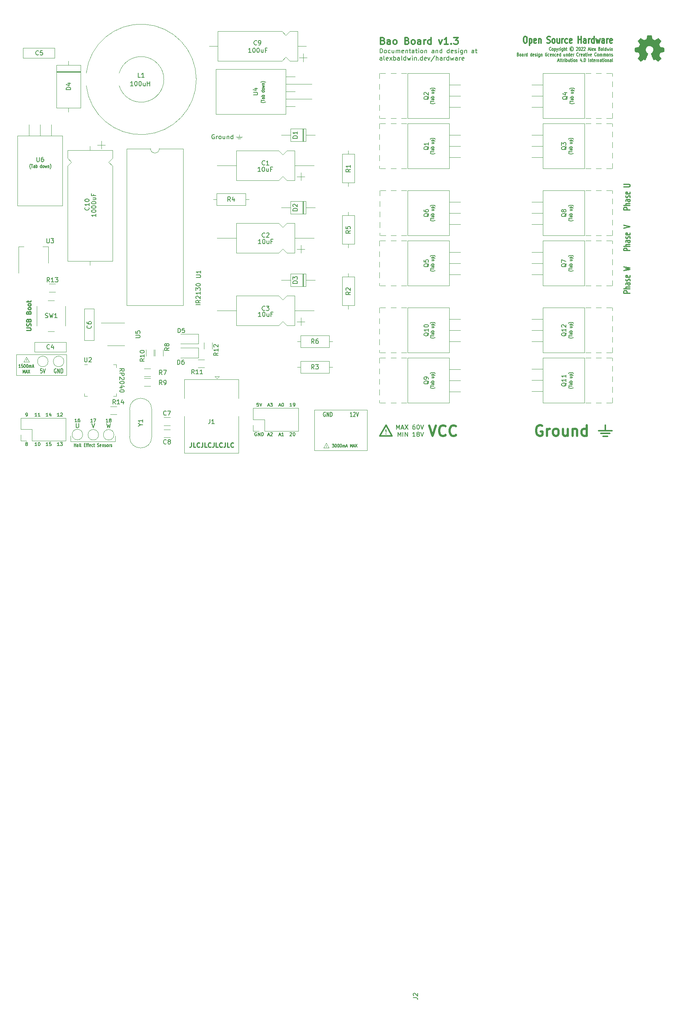
<source format=gbr>
%TF.GenerationSoftware,KiCad,Pcbnew,5.1.9+dfsg1-1+deb11u1*%
%TF.CreationDate,2023-02-15T16:28:34+00:00*%
%TF.ProjectId,bao-board,62616f2d-626f-4617-9264-2e6b69636164,rev?*%
%TF.SameCoordinates,Original*%
%TF.FileFunction,Legend,Top*%
%TF.FilePolarity,Positive*%
%FSLAX46Y46*%
G04 Gerber Fmt 4.6, Leading zero omitted, Abs format (unit mm)*
G04 Created by KiCad (PCBNEW 5.1.9+dfsg1-1+deb11u1) date 2023-02-15 16:28:34*
%MOMM*%
%LPD*%
G01*
G04 APERTURE LIST*
%ADD10C,0.120000*%
%ADD11C,0.150000*%
%ADD12C,0.075000*%
%ADD13C,0.187500*%
%ADD14C,0.300000*%
%ADD15C,0.250000*%
%ADD16C,0.500000*%
%ADD17C,0.010000*%
G04 APERTURE END LIST*
D10*
X120550000Y-70250000D02*
X120550000Y-69750000D01*
X119850000Y-70250000D02*
X121250000Y-70250000D01*
X120050000Y-70500000D02*
X121050000Y-70500000D01*
X120250000Y-70750000D02*
X120850000Y-70750000D01*
D11*
X114876309Y-69800000D02*
X114781071Y-69752380D01*
X114638214Y-69752380D01*
X114495357Y-69800000D01*
X114400119Y-69895238D01*
X114352500Y-69990476D01*
X114304880Y-70180952D01*
X114304880Y-70323809D01*
X114352500Y-70514285D01*
X114400119Y-70609523D01*
X114495357Y-70704761D01*
X114638214Y-70752380D01*
X114733452Y-70752380D01*
X114876309Y-70704761D01*
X114923928Y-70657142D01*
X114923928Y-70323809D01*
X114733452Y-70323809D01*
X115352500Y-70752380D02*
X115352500Y-70085714D01*
X115352500Y-70276190D02*
X115400119Y-70180952D01*
X115447738Y-70133333D01*
X115542976Y-70085714D01*
X115638214Y-70085714D01*
X116114404Y-70752380D02*
X116019166Y-70704761D01*
X115971547Y-70657142D01*
X115923928Y-70561904D01*
X115923928Y-70276190D01*
X115971547Y-70180952D01*
X116019166Y-70133333D01*
X116114404Y-70085714D01*
X116257261Y-70085714D01*
X116352500Y-70133333D01*
X116400119Y-70180952D01*
X116447738Y-70276190D01*
X116447738Y-70561904D01*
X116400119Y-70657142D01*
X116352500Y-70704761D01*
X116257261Y-70752380D01*
X116114404Y-70752380D01*
X117304880Y-70085714D02*
X117304880Y-70752380D01*
X116876309Y-70085714D02*
X116876309Y-70609523D01*
X116923928Y-70704761D01*
X117019166Y-70752380D01*
X117162023Y-70752380D01*
X117257261Y-70704761D01*
X117304880Y-70657142D01*
X117781071Y-70085714D02*
X117781071Y-70752380D01*
X117781071Y-70180952D02*
X117828690Y-70133333D01*
X117923928Y-70085714D01*
X118066785Y-70085714D01*
X118162023Y-70133333D01*
X118209642Y-70228571D01*
X118209642Y-70752380D01*
X119114404Y-70752380D02*
X119114404Y-69752380D01*
X119114404Y-70704761D02*
X119019166Y-70752380D01*
X118828690Y-70752380D01*
X118733452Y-70704761D01*
X118685833Y-70657142D01*
X118638214Y-70561904D01*
X118638214Y-70276190D01*
X118685833Y-70180952D01*
X118733452Y-70133333D01*
X118828690Y-70085714D01*
X119019166Y-70085714D01*
X119114404Y-70133333D01*
D10*
X149700000Y-141700000D02*
X137700000Y-141700000D01*
X149700000Y-132400000D02*
X149700000Y-141700000D01*
X137700000Y-132400000D02*
X149700000Y-132400000D01*
X137700000Y-141700000D02*
X137700000Y-132400000D01*
X69800000Y-124600000D02*
X81200000Y-124600000D01*
X69800000Y-119800000D02*
X69800000Y-124600000D01*
X81200000Y-119800000D02*
X69800000Y-119800000D01*
X81200000Y-124600000D02*
X81200000Y-119800000D01*
D11*
X70707142Y-122801785D02*
X70364285Y-122801785D01*
X70535714Y-122801785D02*
X70535714Y-122051785D01*
X70478571Y-122158928D01*
X70421428Y-122230357D01*
X70364285Y-122266071D01*
X71250000Y-122051785D02*
X70964285Y-122051785D01*
X70935714Y-122408928D01*
X70964285Y-122373214D01*
X71021428Y-122337500D01*
X71164285Y-122337500D01*
X71221428Y-122373214D01*
X71250000Y-122408928D01*
X71278571Y-122480357D01*
X71278571Y-122658928D01*
X71250000Y-122730357D01*
X71221428Y-122766071D01*
X71164285Y-122801785D01*
X71021428Y-122801785D01*
X70964285Y-122766071D01*
X70935714Y-122730357D01*
X71650000Y-122051785D02*
X71707142Y-122051785D01*
X71764285Y-122087500D01*
X71792857Y-122123214D01*
X71821428Y-122194642D01*
X71850000Y-122337500D01*
X71850000Y-122516071D01*
X71821428Y-122658928D01*
X71792857Y-122730357D01*
X71764285Y-122766071D01*
X71707142Y-122801785D01*
X71650000Y-122801785D01*
X71592857Y-122766071D01*
X71564285Y-122730357D01*
X71535714Y-122658928D01*
X71507142Y-122516071D01*
X71507142Y-122337500D01*
X71535714Y-122194642D01*
X71564285Y-122123214D01*
X71592857Y-122087500D01*
X71650000Y-122051785D01*
X72221428Y-122051785D02*
X72278571Y-122051785D01*
X72335714Y-122087500D01*
X72364285Y-122123214D01*
X72392857Y-122194642D01*
X72421428Y-122337500D01*
X72421428Y-122516071D01*
X72392857Y-122658928D01*
X72364285Y-122730357D01*
X72335714Y-122766071D01*
X72278571Y-122801785D01*
X72221428Y-122801785D01*
X72164285Y-122766071D01*
X72135714Y-122730357D01*
X72107142Y-122658928D01*
X72078571Y-122516071D01*
X72078571Y-122337500D01*
X72107142Y-122194642D01*
X72135714Y-122123214D01*
X72164285Y-122087500D01*
X72221428Y-122051785D01*
X72678571Y-122801785D02*
X72678571Y-122301785D01*
X72678571Y-122373214D02*
X72707142Y-122337500D01*
X72764285Y-122301785D01*
X72850000Y-122301785D01*
X72907142Y-122337500D01*
X72935714Y-122408928D01*
X72935714Y-122801785D01*
X72935714Y-122408928D02*
X72964285Y-122337500D01*
X73021428Y-122301785D01*
X73107142Y-122301785D01*
X73164285Y-122337500D01*
X73192857Y-122408928D01*
X73192857Y-122801785D01*
X73450000Y-122587500D02*
X73735714Y-122587500D01*
X73392857Y-122801785D02*
X73592857Y-122051785D01*
X73792857Y-122801785D01*
X71307142Y-124076785D02*
X71307142Y-123326785D01*
X71507142Y-123862500D01*
X71707142Y-123326785D01*
X71707142Y-124076785D01*
X71964285Y-123862500D02*
X72250000Y-123862500D01*
X71907142Y-124076785D02*
X72107142Y-123326785D01*
X72307142Y-124076785D01*
X72450000Y-123326785D02*
X72850000Y-124076785D01*
X72850000Y-123326785D02*
X72450000Y-124076785D01*
D12*
X72100000Y-121242857D02*
X72119047Y-121261904D01*
X72100000Y-121280952D01*
X72080952Y-121261904D01*
X72100000Y-121242857D01*
X72100000Y-121280952D01*
X72100000Y-121128571D02*
X72080952Y-120900000D01*
X72100000Y-120880952D01*
X72119047Y-120900000D01*
X72100000Y-121128571D01*
X72100000Y-120880952D01*
D10*
X71500000Y-121500000D02*
X72100000Y-120400000D01*
X72100000Y-120400000D02*
X72700000Y-121500000D01*
X72700000Y-121500000D02*
X71500000Y-121500000D01*
D11*
X125497738Y-111152380D02*
X124926309Y-111152380D01*
X125212023Y-111152380D02*
X125212023Y-110152380D01*
X125116785Y-110295238D01*
X125021547Y-110390476D01*
X124926309Y-110438095D01*
X126116785Y-110152380D02*
X126212023Y-110152380D01*
X126307261Y-110200000D01*
X126354880Y-110247619D01*
X126402500Y-110342857D01*
X126450119Y-110533333D01*
X126450119Y-110771428D01*
X126402500Y-110961904D01*
X126354880Y-111057142D01*
X126307261Y-111104761D01*
X126212023Y-111152380D01*
X126116785Y-111152380D01*
X126021547Y-111104761D01*
X125973928Y-111057142D01*
X125926309Y-110961904D01*
X125878690Y-110771428D01*
X125878690Y-110533333D01*
X125926309Y-110342857D01*
X125973928Y-110247619D01*
X126021547Y-110200000D01*
X126116785Y-110152380D01*
X127307261Y-110485714D02*
X127307261Y-111152380D01*
X126878690Y-110485714D02*
X126878690Y-111009523D01*
X126926309Y-111104761D01*
X127021547Y-111152380D01*
X127164404Y-111152380D01*
X127259642Y-111104761D01*
X127307261Y-111057142D01*
X128116785Y-110628571D02*
X127783452Y-110628571D01*
X127783452Y-111152380D02*
X127783452Y-110152380D01*
X128259642Y-110152380D01*
X125497738Y-94602380D02*
X124926309Y-94602380D01*
X125212023Y-94602380D02*
X125212023Y-93602380D01*
X125116785Y-93745238D01*
X125021547Y-93840476D01*
X124926309Y-93888095D01*
X126116785Y-93602380D02*
X126212023Y-93602380D01*
X126307261Y-93650000D01*
X126354880Y-93697619D01*
X126402500Y-93792857D01*
X126450119Y-93983333D01*
X126450119Y-94221428D01*
X126402500Y-94411904D01*
X126354880Y-94507142D01*
X126307261Y-94554761D01*
X126212023Y-94602380D01*
X126116785Y-94602380D01*
X126021547Y-94554761D01*
X125973928Y-94507142D01*
X125926309Y-94411904D01*
X125878690Y-94221428D01*
X125878690Y-93983333D01*
X125926309Y-93792857D01*
X125973928Y-93697619D01*
X126021547Y-93650000D01*
X126116785Y-93602380D01*
X127307261Y-93935714D02*
X127307261Y-94602380D01*
X126878690Y-93935714D02*
X126878690Y-94459523D01*
X126926309Y-94554761D01*
X127021547Y-94602380D01*
X127164404Y-94602380D01*
X127259642Y-94554761D01*
X127307261Y-94507142D01*
X128116785Y-94078571D02*
X127783452Y-94078571D01*
X127783452Y-94602380D02*
X127783452Y-93602380D01*
X128259642Y-93602380D01*
X125397738Y-78152380D02*
X124826309Y-78152380D01*
X125112023Y-78152380D02*
X125112023Y-77152380D01*
X125016785Y-77295238D01*
X124921547Y-77390476D01*
X124826309Y-77438095D01*
X126016785Y-77152380D02*
X126112023Y-77152380D01*
X126207261Y-77200000D01*
X126254880Y-77247619D01*
X126302500Y-77342857D01*
X126350119Y-77533333D01*
X126350119Y-77771428D01*
X126302500Y-77961904D01*
X126254880Y-78057142D01*
X126207261Y-78104761D01*
X126112023Y-78152380D01*
X126016785Y-78152380D01*
X125921547Y-78104761D01*
X125873928Y-78057142D01*
X125826309Y-77961904D01*
X125778690Y-77771428D01*
X125778690Y-77533333D01*
X125826309Y-77342857D01*
X125873928Y-77247619D01*
X125921547Y-77200000D01*
X126016785Y-77152380D01*
X127207261Y-77485714D02*
X127207261Y-78152380D01*
X126778690Y-77485714D02*
X126778690Y-78009523D01*
X126826309Y-78104761D01*
X126921547Y-78152380D01*
X127064404Y-78152380D01*
X127159642Y-78104761D01*
X127207261Y-78057142D01*
X128016785Y-77628571D02*
X127683452Y-77628571D01*
X127683452Y-78152380D02*
X127683452Y-77152380D01*
X128159642Y-77152380D01*
X87902380Y-87857023D02*
X87902380Y-88428452D01*
X87902380Y-88142738D02*
X86902380Y-88142738D01*
X87045238Y-88237976D01*
X87140476Y-88333214D01*
X87188095Y-88428452D01*
X86902380Y-87237976D02*
X86902380Y-87142738D01*
X86950000Y-87047500D01*
X86997619Y-86999880D01*
X87092857Y-86952261D01*
X87283333Y-86904642D01*
X87521428Y-86904642D01*
X87711904Y-86952261D01*
X87807142Y-86999880D01*
X87854761Y-87047500D01*
X87902380Y-87142738D01*
X87902380Y-87237976D01*
X87854761Y-87333214D01*
X87807142Y-87380833D01*
X87711904Y-87428452D01*
X87521428Y-87476071D01*
X87283333Y-87476071D01*
X87092857Y-87428452D01*
X86997619Y-87380833D01*
X86950000Y-87333214D01*
X86902380Y-87237976D01*
X86902380Y-86285595D02*
X86902380Y-86190357D01*
X86950000Y-86095119D01*
X86997619Y-86047500D01*
X87092857Y-85999880D01*
X87283333Y-85952261D01*
X87521428Y-85952261D01*
X87711904Y-85999880D01*
X87807142Y-86047500D01*
X87854761Y-86095119D01*
X87902380Y-86190357D01*
X87902380Y-86285595D01*
X87854761Y-86380833D01*
X87807142Y-86428452D01*
X87711904Y-86476071D01*
X87521428Y-86523690D01*
X87283333Y-86523690D01*
X87092857Y-86476071D01*
X86997619Y-86428452D01*
X86950000Y-86380833D01*
X86902380Y-86285595D01*
X86902380Y-85333214D02*
X86902380Y-85237976D01*
X86950000Y-85142738D01*
X86997619Y-85095119D01*
X87092857Y-85047500D01*
X87283333Y-84999880D01*
X87521428Y-84999880D01*
X87711904Y-85047500D01*
X87807142Y-85095119D01*
X87854761Y-85142738D01*
X87902380Y-85237976D01*
X87902380Y-85333214D01*
X87854761Y-85428452D01*
X87807142Y-85476071D01*
X87711904Y-85523690D01*
X87521428Y-85571309D01*
X87283333Y-85571309D01*
X87092857Y-85523690D01*
X86997619Y-85476071D01*
X86950000Y-85428452D01*
X86902380Y-85333214D01*
X87235714Y-84142738D02*
X87902380Y-84142738D01*
X87235714Y-84571309D02*
X87759523Y-84571309D01*
X87854761Y-84523690D01*
X87902380Y-84428452D01*
X87902380Y-84285595D01*
X87854761Y-84190357D01*
X87807142Y-84142738D01*
X87378571Y-83333214D02*
X87378571Y-83666547D01*
X87902380Y-83666547D02*
X86902380Y-83666547D01*
X86902380Y-83190357D01*
X123245357Y-51052380D02*
X122673928Y-51052380D01*
X122959642Y-51052380D02*
X122959642Y-50052380D01*
X122864404Y-50195238D01*
X122769166Y-50290476D01*
X122673928Y-50338095D01*
X123864404Y-50052380D02*
X123959642Y-50052380D01*
X124054880Y-50100000D01*
X124102500Y-50147619D01*
X124150119Y-50242857D01*
X124197738Y-50433333D01*
X124197738Y-50671428D01*
X124150119Y-50861904D01*
X124102500Y-50957142D01*
X124054880Y-51004761D01*
X123959642Y-51052380D01*
X123864404Y-51052380D01*
X123769166Y-51004761D01*
X123721547Y-50957142D01*
X123673928Y-50861904D01*
X123626309Y-50671428D01*
X123626309Y-50433333D01*
X123673928Y-50242857D01*
X123721547Y-50147619D01*
X123769166Y-50100000D01*
X123864404Y-50052380D01*
X124816785Y-50052380D02*
X124912023Y-50052380D01*
X125007261Y-50100000D01*
X125054880Y-50147619D01*
X125102500Y-50242857D01*
X125150119Y-50433333D01*
X125150119Y-50671428D01*
X125102500Y-50861904D01*
X125054880Y-50957142D01*
X125007261Y-51004761D01*
X124912023Y-51052380D01*
X124816785Y-51052380D01*
X124721547Y-51004761D01*
X124673928Y-50957142D01*
X124626309Y-50861904D01*
X124578690Y-50671428D01*
X124578690Y-50433333D01*
X124626309Y-50242857D01*
X124673928Y-50147619D01*
X124721547Y-50100000D01*
X124816785Y-50052380D01*
X126007261Y-50385714D02*
X126007261Y-51052380D01*
X125578690Y-50385714D02*
X125578690Y-50909523D01*
X125626309Y-51004761D01*
X125721547Y-51052380D01*
X125864404Y-51052380D01*
X125959642Y-51004761D01*
X126007261Y-50957142D01*
X126816785Y-50528571D02*
X126483452Y-50528571D01*
X126483452Y-51052380D02*
X126483452Y-50052380D01*
X126959642Y-50052380D01*
X83542142Y-135179285D02*
X83113571Y-135179285D01*
X83327857Y-135179285D02*
X83327857Y-134429285D01*
X83256428Y-134536428D01*
X83185000Y-134607857D01*
X83113571Y-134643571D01*
X84185000Y-134429285D02*
X84042142Y-134429285D01*
X83970714Y-134465000D01*
X83935000Y-134500714D01*
X83863571Y-134607857D01*
X83827857Y-134750714D01*
X83827857Y-135036428D01*
X83863571Y-135107857D01*
X83899285Y-135143571D01*
X83970714Y-135179285D01*
X84113571Y-135179285D01*
X84185000Y-135143571D01*
X84220714Y-135107857D01*
X84256428Y-135036428D01*
X84256428Y-134857857D01*
X84220714Y-134786428D01*
X84185000Y-134750714D01*
X84113571Y-134715000D01*
X83970714Y-134715000D01*
X83899285Y-134750714D01*
X83863571Y-134786428D01*
X83827857Y-134857857D01*
X87157142Y-135189285D02*
X86728571Y-135189285D01*
X86942857Y-135189285D02*
X86942857Y-134439285D01*
X86871428Y-134546428D01*
X86800000Y-134617857D01*
X86728571Y-134653571D01*
X87407142Y-134439285D02*
X87907142Y-134439285D01*
X87585714Y-135189285D01*
X90657142Y-135189285D02*
X90228571Y-135189285D01*
X90442857Y-135189285D02*
X90442857Y-134439285D01*
X90371428Y-134546428D01*
X90300000Y-134617857D01*
X90228571Y-134653571D01*
X91085714Y-134760714D02*
X91014285Y-134725000D01*
X90978571Y-134689285D01*
X90942857Y-134617857D01*
X90942857Y-134582142D01*
X90978571Y-134510714D01*
X91014285Y-134475000D01*
X91085714Y-134439285D01*
X91228571Y-134439285D01*
X91300000Y-134475000D01*
X91335714Y-134510714D01*
X91371428Y-134582142D01*
X91371428Y-134617857D01*
X91335714Y-134689285D01*
X91300000Y-134725000D01*
X91228571Y-134760714D01*
X91085714Y-134760714D01*
X91014285Y-134796428D01*
X90978571Y-134832142D01*
X90942857Y-134903571D01*
X90942857Y-135046428D01*
X90978571Y-135117857D01*
X91014285Y-135153571D01*
X91085714Y-135189285D01*
X91228571Y-135189285D01*
X91300000Y-135153571D01*
X91335714Y-135117857D01*
X91371428Y-135046428D01*
X91371428Y-134903571D01*
X91335714Y-134832142D01*
X91300000Y-134796428D01*
X91228571Y-134760714D01*
X127050685Y-138107000D02*
X127407828Y-138107000D01*
X126979257Y-138321285D02*
X127229257Y-137571285D01*
X127479257Y-138321285D01*
X127693542Y-137642714D02*
X127729257Y-137607000D01*
X127800685Y-137571285D01*
X127979257Y-137571285D01*
X128050685Y-137607000D01*
X128086400Y-137642714D01*
X128122114Y-137714142D01*
X128122114Y-137785571D01*
X128086400Y-137892714D01*
X127657828Y-138321285D01*
X128122114Y-138321285D01*
X126588000Y-62297285D02*
X126552285Y-62325857D01*
X126445142Y-62383000D01*
X126373714Y-62411571D01*
X126266571Y-62440142D01*
X126088000Y-62468714D01*
X125945142Y-62468714D01*
X125766571Y-62440142D01*
X125659428Y-62411571D01*
X125588000Y-62383000D01*
X125480857Y-62325857D01*
X125445142Y-62297285D01*
X125552285Y-62154428D02*
X125552285Y-61811571D01*
X126302285Y-61983000D02*
X125552285Y-61983000D01*
X126302285Y-61354428D02*
X125909428Y-61354428D01*
X125838000Y-61383000D01*
X125802285Y-61440142D01*
X125802285Y-61554428D01*
X125838000Y-61611571D01*
X126266571Y-61354428D02*
X126302285Y-61411571D01*
X126302285Y-61554428D01*
X126266571Y-61611571D01*
X126195142Y-61640142D01*
X126123714Y-61640142D01*
X126052285Y-61611571D01*
X126016571Y-61554428D01*
X126016571Y-61411571D01*
X125980857Y-61354428D01*
X126302285Y-61068714D02*
X125552285Y-61068714D01*
X125838000Y-61068714D02*
X125802285Y-61011571D01*
X125802285Y-60897285D01*
X125838000Y-60840142D01*
X125873714Y-60811571D01*
X125945142Y-60783000D01*
X126159428Y-60783000D01*
X126230857Y-60811571D01*
X126266571Y-60840142D01*
X126302285Y-60897285D01*
X126302285Y-61011571D01*
X126266571Y-61068714D01*
X126302285Y-59811571D02*
X125552285Y-59811571D01*
X126266571Y-59811571D02*
X126302285Y-59868714D01*
X126302285Y-59983000D01*
X126266571Y-60040142D01*
X126230857Y-60068714D01*
X126159428Y-60097285D01*
X125945142Y-60097285D01*
X125873714Y-60068714D01*
X125838000Y-60040142D01*
X125802285Y-59983000D01*
X125802285Y-59868714D01*
X125838000Y-59811571D01*
X126302285Y-59440142D02*
X126266571Y-59497285D01*
X126230857Y-59525857D01*
X126159428Y-59554428D01*
X125945142Y-59554428D01*
X125873714Y-59525857D01*
X125838000Y-59497285D01*
X125802285Y-59440142D01*
X125802285Y-59354428D01*
X125838000Y-59297285D01*
X125873714Y-59268714D01*
X125945142Y-59240142D01*
X126159428Y-59240142D01*
X126230857Y-59268714D01*
X126266571Y-59297285D01*
X126302285Y-59354428D01*
X126302285Y-59440142D01*
X125802285Y-59040142D02*
X126302285Y-58925857D01*
X125945142Y-58811571D01*
X126302285Y-58697285D01*
X125802285Y-58583000D01*
X125802285Y-58354428D02*
X126302285Y-58354428D01*
X125873714Y-58354428D02*
X125838000Y-58325857D01*
X125802285Y-58268714D01*
X125802285Y-58183000D01*
X125838000Y-58125857D01*
X125909428Y-58097285D01*
X126302285Y-58097285D01*
X126588000Y-57868714D02*
X126552285Y-57840142D01*
X126445142Y-57783000D01*
X126373714Y-57754428D01*
X126266571Y-57725857D01*
X126088000Y-57697285D01*
X125945142Y-57697285D01*
X125766571Y-57725857D01*
X125659428Y-57754428D01*
X125588000Y-57783000D01*
X125480857Y-57840142D01*
X125445142Y-57868714D01*
D13*
X146285714Y-133952380D02*
X145857142Y-133952380D01*
X146071428Y-133952380D02*
X146071428Y-132952380D01*
X146000000Y-133095238D01*
X145928571Y-133190476D01*
X145857142Y-133238095D01*
X146571428Y-133047619D02*
X146607142Y-133000000D01*
X146678571Y-132952380D01*
X146857142Y-132952380D01*
X146928571Y-133000000D01*
X146964285Y-133047619D01*
X147000000Y-133142857D01*
X147000000Y-133238095D01*
X146964285Y-133380952D01*
X146535714Y-133952380D01*
X147000000Y-133952380D01*
X147214285Y-132952380D02*
X147464285Y-133952380D01*
X147714285Y-132952380D01*
X140178571Y-133000000D02*
X140107142Y-132952380D01*
X140000000Y-132952380D01*
X139892857Y-133000000D01*
X139821428Y-133095238D01*
X139785714Y-133190476D01*
X139750000Y-133380952D01*
X139750000Y-133523809D01*
X139785714Y-133714285D01*
X139821428Y-133809523D01*
X139892857Y-133904761D01*
X140000000Y-133952380D01*
X140071428Y-133952380D01*
X140178571Y-133904761D01*
X140214285Y-133857142D01*
X140214285Y-133523809D01*
X140071428Y-133523809D01*
X140535714Y-133952380D02*
X140535714Y-132952380D01*
X140964285Y-133952380D01*
X140964285Y-132952380D01*
X141321428Y-133952380D02*
X141321428Y-132952380D01*
X141500000Y-132952380D01*
X141607142Y-133000000D01*
X141678571Y-133095238D01*
X141714285Y-133190476D01*
X141750000Y-133380952D01*
X141750000Y-133523809D01*
X141714285Y-133714285D01*
X141678571Y-133809523D01*
X141607142Y-133904761D01*
X141500000Y-133952380D01*
X141321428Y-133952380D01*
D11*
X96354880Y-58652380D02*
X95783452Y-58652380D01*
X96069166Y-58652380D02*
X96069166Y-57652380D01*
X95973928Y-57795238D01*
X95878690Y-57890476D01*
X95783452Y-57938095D01*
X96973928Y-57652380D02*
X97069166Y-57652380D01*
X97164404Y-57700000D01*
X97212023Y-57747619D01*
X97259642Y-57842857D01*
X97307261Y-58033333D01*
X97307261Y-58271428D01*
X97259642Y-58461904D01*
X97212023Y-58557142D01*
X97164404Y-58604761D01*
X97069166Y-58652380D01*
X96973928Y-58652380D01*
X96878690Y-58604761D01*
X96831071Y-58557142D01*
X96783452Y-58461904D01*
X96735833Y-58271428D01*
X96735833Y-58033333D01*
X96783452Y-57842857D01*
X96831071Y-57747619D01*
X96878690Y-57700000D01*
X96973928Y-57652380D01*
X97926309Y-57652380D02*
X98021547Y-57652380D01*
X98116785Y-57700000D01*
X98164404Y-57747619D01*
X98212023Y-57842857D01*
X98259642Y-58033333D01*
X98259642Y-58271428D01*
X98212023Y-58461904D01*
X98164404Y-58557142D01*
X98116785Y-58604761D01*
X98021547Y-58652380D01*
X97926309Y-58652380D01*
X97831071Y-58604761D01*
X97783452Y-58557142D01*
X97735833Y-58461904D01*
X97688214Y-58271428D01*
X97688214Y-58033333D01*
X97735833Y-57842857D01*
X97783452Y-57747619D01*
X97831071Y-57700000D01*
X97926309Y-57652380D01*
X99116785Y-57985714D02*
X99116785Y-58652380D01*
X98688214Y-57985714D02*
X98688214Y-58509523D01*
X98735833Y-58604761D01*
X98831071Y-58652380D01*
X98973928Y-58652380D01*
X99069166Y-58604761D01*
X99116785Y-58557142D01*
X99592976Y-58652380D02*
X99592976Y-57652380D01*
X99592976Y-58128571D02*
X100164404Y-58128571D01*
X100164404Y-58652380D02*
X100164404Y-57652380D01*
D10*
X141000000Y-141100000D02*
X139800000Y-141100000D01*
X140400000Y-140000000D02*
X141000000Y-141100000D01*
X139800000Y-141100000D02*
X140400000Y-140000000D01*
D12*
X140400000Y-140842857D02*
X140419047Y-140861904D01*
X140400000Y-140880952D01*
X140380952Y-140861904D01*
X140400000Y-140842857D01*
X140400000Y-140880952D01*
X140400000Y-140728571D02*
X140380952Y-140500000D01*
X140400000Y-140480952D01*
X140419047Y-140500000D01*
X140400000Y-140728571D01*
X140400000Y-140480952D01*
D11*
X141771428Y-140189285D02*
X142142857Y-140189285D01*
X141942857Y-140475000D01*
X142028571Y-140475000D01*
X142085714Y-140510714D01*
X142114285Y-140546428D01*
X142142857Y-140617857D01*
X142142857Y-140796428D01*
X142114285Y-140867857D01*
X142085714Y-140903571D01*
X142028571Y-140939285D01*
X141857142Y-140939285D01*
X141800000Y-140903571D01*
X141771428Y-140867857D01*
X142514285Y-140189285D02*
X142571428Y-140189285D01*
X142628571Y-140225000D01*
X142657142Y-140260714D01*
X142685714Y-140332142D01*
X142714285Y-140475000D01*
X142714285Y-140653571D01*
X142685714Y-140796428D01*
X142657142Y-140867857D01*
X142628571Y-140903571D01*
X142571428Y-140939285D01*
X142514285Y-140939285D01*
X142457142Y-140903571D01*
X142428571Y-140867857D01*
X142400000Y-140796428D01*
X142371428Y-140653571D01*
X142371428Y-140475000D01*
X142400000Y-140332142D01*
X142428571Y-140260714D01*
X142457142Y-140225000D01*
X142514285Y-140189285D01*
X143085714Y-140189285D02*
X143142857Y-140189285D01*
X143200000Y-140225000D01*
X143228571Y-140260714D01*
X143257142Y-140332142D01*
X143285714Y-140475000D01*
X143285714Y-140653571D01*
X143257142Y-140796428D01*
X143228571Y-140867857D01*
X143200000Y-140903571D01*
X143142857Y-140939285D01*
X143085714Y-140939285D01*
X143028571Y-140903571D01*
X143000000Y-140867857D01*
X142971428Y-140796428D01*
X142942857Y-140653571D01*
X142942857Y-140475000D01*
X142971428Y-140332142D01*
X143000000Y-140260714D01*
X143028571Y-140225000D01*
X143085714Y-140189285D01*
X143657142Y-140189285D02*
X143714285Y-140189285D01*
X143771428Y-140225000D01*
X143800000Y-140260714D01*
X143828571Y-140332142D01*
X143857142Y-140475000D01*
X143857142Y-140653571D01*
X143828571Y-140796428D01*
X143800000Y-140867857D01*
X143771428Y-140903571D01*
X143714285Y-140939285D01*
X143657142Y-140939285D01*
X143600000Y-140903571D01*
X143571428Y-140867857D01*
X143542857Y-140796428D01*
X143514285Y-140653571D01*
X143514285Y-140475000D01*
X143542857Y-140332142D01*
X143571428Y-140260714D01*
X143600000Y-140225000D01*
X143657142Y-140189285D01*
X144114285Y-140939285D02*
X144114285Y-140439285D01*
X144114285Y-140510714D02*
X144142857Y-140475000D01*
X144200000Y-140439285D01*
X144285714Y-140439285D01*
X144342857Y-140475000D01*
X144371428Y-140546428D01*
X144371428Y-140939285D01*
X144371428Y-140546428D02*
X144400000Y-140475000D01*
X144457142Y-140439285D01*
X144542857Y-140439285D01*
X144600000Y-140475000D01*
X144628571Y-140546428D01*
X144628571Y-140939285D01*
X144885714Y-140725000D02*
X145171428Y-140725000D01*
X144828571Y-140939285D02*
X145028571Y-140189285D01*
X145228571Y-140939285D01*
X145885714Y-140939285D02*
X145885714Y-140189285D01*
X146085714Y-140725000D01*
X146285714Y-140189285D01*
X146285714Y-140939285D01*
X146542857Y-140725000D02*
X146828571Y-140725000D01*
X146485714Y-140939285D02*
X146685714Y-140189285D01*
X146885714Y-140939285D01*
X147028571Y-140189285D02*
X147428571Y-140939285D01*
X147428571Y-140189285D02*
X147028571Y-140939285D01*
X191573071Y-50554857D02*
X191544500Y-50590571D01*
X191458785Y-50626285D01*
X191401642Y-50626285D01*
X191315928Y-50590571D01*
X191258785Y-50519142D01*
X191230214Y-50447714D01*
X191201642Y-50304857D01*
X191201642Y-50197714D01*
X191230214Y-50054857D01*
X191258785Y-49983428D01*
X191315928Y-49912000D01*
X191401642Y-49876285D01*
X191458785Y-49876285D01*
X191544500Y-49912000D01*
X191573071Y-49947714D01*
X191915928Y-50626285D02*
X191858785Y-50590571D01*
X191830214Y-50554857D01*
X191801642Y-50483428D01*
X191801642Y-50269142D01*
X191830214Y-50197714D01*
X191858785Y-50162000D01*
X191915928Y-50126285D01*
X192001642Y-50126285D01*
X192058785Y-50162000D01*
X192087357Y-50197714D01*
X192115928Y-50269142D01*
X192115928Y-50483428D01*
X192087357Y-50554857D01*
X192058785Y-50590571D01*
X192001642Y-50626285D01*
X191915928Y-50626285D01*
X192373071Y-50126285D02*
X192373071Y-50876285D01*
X192373071Y-50162000D02*
X192430214Y-50126285D01*
X192544500Y-50126285D01*
X192601642Y-50162000D01*
X192630214Y-50197714D01*
X192658785Y-50269142D01*
X192658785Y-50483428D01*
X192630214Y-50554857D01*
X192601642Y-50590571D01*
X192544500Y-50626285D01*
X192430214Y-50626285D01*
X192373071Y-50590571D01*
X192858785Y-50126285D02*
X193001642Y-50626285D01*
X193144500Y-50126285D02*
X193001642Y-50626285D01*
X192944500Y-50804857D01*
X192915928Y-50840571D01*
X192858785Y-50876285D01*
X193373071Y-50626285D02*
X193373071Y-50126285D01*
X193373071Y-50269142D02*
X193401642Y-50197714D01*
X193430214Y-50162000D01*
X193487357Y-50126285D01*
X193544500Y-50126285D01*
X193744500Y-50626285D02*
X193744500Y-50126285D01*
X193744500Y-49876285D02*
X193715928Y-49912000D01*
X193744500Y-49947714D01*
X193773071Y-49912000D01*
X193744500Y-49876285D01*
X193744500Y-49947714D01*
X194287357Y-50126285D02*
X194287357Y-50733428D01*
X194258785Y-50804857D01*
X194230214Y-50840571D01*
X194173071Y-50876285D01*
X194087357Y-50876285D01*
X194030214Y-50840571D01*
X194287357Y-50590571D02*
X194230214Y-50626285D01*
X194115928Y-50626285D01*
X194058785Y-50590571D01*
X194030214Y-50554857D01*
X194001642Y-50483428D01*
X194001642Y-50269142D01*
X194030214Y-50197714D01*
X194058785Y-50162000D01*
X194115928Y-50126285D01*
X194230214Y-50126285D01*
X194287357Y-50162000D01*
X194573071Y-50626285D02*
X194573071Y-49876285D01*
X194830214Y-50626285D02*
X194830214Y-50233428D01*
X194801642Y-50162000D01*
X194744500Y-50126285D01*
X194658785Y-50126285D01*
X194601642Y-50162000D01*
X194573071Y-50197714D01*
X195030214Y-50126285D02*
X195258785Y-50126285D01*
X195115928Y-49876285D02*
X195115928Y-50519142D01*
X195144500Y-50590571D01*
X195201642Y-50626285D01*
X195258785Y-50626285D01*
X196401642Y-50054857D02*
X196344500Y-50019142D01*
X196230214Y-50019142D01*
X196173071Y-50054857D01*
X196115928Y-50126285D01*
X196087357Y-50197714D01*
X196087357Y-50340571D01*
X196115928Y-50412000D01*
X196173071Y-50483428D01*
X196230214Y-50519142D01*
X196344500Y-50519142D01*
X196401642Y-50483428D01*
X196287357Y-49769142D02*
X196144500Y-49804857D01*
X196001642Y-49912000D01*
X195915928Y-50090571D01*
X195887357Y-50269142D01*
X195915928Y-50447714D01*
X196001642Y-50626285D01*
X196144500Y-50733428D01*
X196287357Y-50769142D01*
X196430214Y-50733428D01*
X196573071Y-50626285D01*
X196658785Y-50447714D01*
X196687357Y-50269142D01*
X196658785Y-50090571D01*
X196573071Y-49912000D01*
X196430214Y-49804857D01*
X196287357Y-49769142D01*
X197373071Y-49947714D02*
X197401642Y-49912000D01*
X197458785Y-49876285D01*
X197601642Y-49876285D01*
X197658785Y-49912000D01*
X197687357Y-49947714D01*
X197715928Y-50019142D01*
X197715928Y-50090571D01*
X197687357Y-50197714D01*
X197344500Y-50626285D01*
X197715928Y-50626285D01*
X198087357Y-49876285D02*
X198144500Y-49876285D01*
X198201642Y-49912000D01*
X198230214Y-49947714D01*
X198258785Y-50019142D01*
X198287357Y-50162000D01*
X198287357Y-50340571D01*
X198258785Y-50483428D01*
X198230214Y-50554857D01*
X198201642Y-50590571D01*
X198144500Y-50626285D01*
X198087357Y-50626285D01*
X198030214Y-50590571D01*
X198001642Y-50554857D01*
X197973071Y-50483428D01*
X197944500Y-50340571D01*
X197944500Y-50162000D01*
X197973071Y-50019142D01*
X198001642Y-49947714D01*
X198030214Y-49912000D01*
X198087357Y-49876285D01*
X198515928Y-49947714D02*
X198544500Y-49912000D01*
X198601642Y-49876285D01*
X198744500Y-49876285D01*
X198801642Y-49912000D01*
X198830214Y-49947714D01*
X198858785Y-50019142D01*
X198858785Y-50090571D01*
X198830214Y-50197714D01*
X198487357Y-50626285D01*
X198858785Y-50626285D01*
X199087357Y-49947714D02*
X199115928Y-49912000D01*
X199173071Y-49876285D01*
X199315928Y-49876285D01*
X199373071Y-49912000D01*
X199401642Y-49947714D01*
X199430214Y-50019142D01*
X199430214Y-50090571D01*
X199401642Y-50197714D01*
X199058785Y-50626285D01*
X199430214Y-50626285D01*
X200115928Y-50412000D02*
X200401642Y-50412000D01*
X200058785Y-50626285D02*
X200258785Y-49876285D01*
X200458785Y-50626285D01*
X200744500Y-50626285D02*
X200687357Y-50590571D01*
X200658785Y-50519142D01*
X200658785Y-49876285D01*
X201201642Y-50590571D02*
X201144500Y-50626285D01*
X201030214Y-50626285D01*
X200973071Y-50590571D01*
X200944500Y-50519142D01*
X200944500Y-50233428D01*
X200973071Y-50162000D01*
X201030214Y-50126285D01*
X201144500Y-50126285D01*
X201201642Y-50162000D01*
X201230214Y-50233428D01*
X201230214Y-50304857D01*
X200944500Y-50376285D01*
X201430214Y-50626285D02*
X201744500Y-50126285D01*
X201430214Y-50126285D02*
X201744500Y-50626285D01*
X202630214Y-50233428D02*
X202715928Y-50269142D01*
X202744500Y-50304857D01*
X202773071Y-50376285D01*
X202773071Y-50483428D01*
X202744500Y-50554857D01*
X202715928Y-50590571D01*
X202658785Y-50626285D01*
X202430214Y-50626285D01*
X202430214Y-49876285D01*
X202630214Y-49876285D01*
X202687357Y-49912000D01*
X202715928Y-49947714D01*
X202744500Y-50019142D01*
X202744500Y-50090571D01*
X202715928Y-50162000D01*
X202687357Y-50197714D01*
X202630214Y-50233428D01*
X202430214Y-50233428D01*
X203287357Y-50626285D02*
X203287357Y-50233428D01*
X203258785Y-50162000D01*
X203201642Y-50126285D01*
X203087357Y-50126285D01*
X203030214Y-50162000D01*
X203287357Y-50590571D02*
X203230214Y-50626285D01*
X203087357Y-50626285D01*
X203030214Y-50590571D01*
X203001642Y-50519142D01*
X203001642Y-50447714D01*
X203030214Y-50376285D01*
X203087357Y-50340571D01*
X203230214Y-50340571D01*
X203287357Y-50304857D01*
X203658785Y-50626285D02*
X203601642Y-50590571D01*
X203573071Y-50519142D01*
X203573071Y-49876285D01*
X204144500Y-50626285D02*
X204144500Y-49876285D01*
X204144500Y-50590571D02*
X204087357Y-50626285D01*
X203973071Y-50626285D01*
X203915928Y-50590571D01*
X203887357Y-50554857D01*
X203858785Y-50483428D01*
X203858785Y-50269142D01*
X203887357Y-50197714D01*
X203915928Y-50162000D01*
X203973071Y-50126285D01*
X204087357Y-50126285D01*
X204144500Y-50162000D01*
X204373071Y-50126285D02*
X204487357Y-50626285D01*
X204601642Y-50269142D01*
X204715928Y-50626285D01*
X204830214Y-50126285D01*
X205058785Y-50626285D02*
X205058785Y-50126285D01*
X205058785Y-49876285D02*
X205030214Y-49912000D01*
X205058785Y-49947714D01*
X205087357Y-49912000D01*
X205058785Y-49876285D01*
X205058785Y-49947714D01*
X205344500Y-50126285D02*
X205344500Y-50626285D01*
X205344500Y-50197714D02*
X205373071Y-50162000D01*
X205430214Y-50126285D01*
X205515928Y-50126285D01*
X205573071Y-50162000D01*
X205601642Y-50233428D01*
X205601642Y-50626285D01*
X184087357Y-51508428D02*
X184173071Y-51544142D01*
X184201642Y-51579857D01*
X184230214Y-51651285D01*
X184230214Y-51758428D01*
X184201642Y-51829857D01*
X184173071Y-51865571D01*
X184115928Y-51901285D01*
X183887357Y-51901285D01*
X183887357Y-51151285D01*
X184087357Y-51151285D01*
X184144500Y-51187000D01*
X184173071Y-51222714D01*
X184201642Y-51294142D01*
X184201642Y-51365571D01*
X184173071Y-51437000D01*
X184144500Y-51472714D01*
X184087357Y-51508428D01*
X183887357Y-51508428D01*
X184573071Y-51901285D02*
X184515928Y-51865571D01*
X184487357Y-51829857D01*
X184458785Y-51758428D01*
X184458785Y-51544142D01*
X184487357Y-51472714D01*
X184515928Y-51437000D01*
X184573071Y-51401285D01*
X184658785Y-51401285D01*
X184715928Y-51437000D01*
X184744500Y-51472714D01*
X184773071Y-51544142D01*
X184773071Y-51758428D01*
X184744500Y-51829857D01*
X184715928Y-51865571D01*
X184658785Y-51901285D01*
X184573071Y-51901285D01*
X185287357Y-51901285D02*
X185287357Y-51508428D01*
X185258785Y-51437000D01*
X185201642Y-51401285D01*
X185087357Y-51401285D01*
X185030214Y-51437000D01*
X185287357Y-51865571D02*
X185230214Y-51901285D01*
X185087357Y-51901285D01*
X185030214Y-51865571D01*
X185001642Y-51794142D01*
X185001642Y-51722714D01*
X185030214Y-51651285D01*
X185087357Y-51615571D01*
X185230214Y-51615571D01*
X185287357Y-51579857D01*
X185573071Y-51901285D02*
X185573071Y-51401285D01*
X185573071Y-51544142D02*
X185601642Y-51472714D01*
X185630214Y-51437000D01*
X185687357Y-51401285D01*
X185744500Y-51401285D01*
X186201642Y-51901285D02*
X186201642Y-51151285D01*
X186201642Y-51865571D02*
X186144500Y-51901285D01*
X186030214Y-51901285D01*
X185973071Y-51865571D01*
X185944500Y-51829857D01*
X185915928Y-51758428D01*
X185915928Y-51544142D01*
X185944500Y-51472714D01*
X185973071Y-51437000D01*
X186030214Y-51401285D01*
X186144500Y-51401285D01*
X186201642Y-51437000D01*
X187201642Y-51901285D02*
X187201642Y-51151285D01*
X187201642Y-51865571D02*
X187144500Y-51901285D01*
X187030214Y-51901285D01*
X186973071Y-51865571D01*
X186944500Y-51829857D01*
X186915928Y-51758428D01*
X186915928Y-51544142D01*
X186944500Y-51472714D01*
X186973071Y-51437000D01*
X187030214Y-51401285D01*
X187144500Y-51401285D01*
X187201642Y-51437000D01*
X187715928Y-51865571D02*
X187658785Y-51901285D01*
X187544500Y-51901285D01*
X187487357Y-51865571D01*
X187458785Y-51794142D01*
X187458785Y-51508428D01*
X187487357Y-51437000D01*
X187544500Y-51401285D01*
X187658785Y-51401285D01*
X187715928Y-51437000D01*
X187744500Y-51508428D01*
X187744500Y-51579857D01*
X187458785Y-51651285D01*
X187973071Y-51865571D02*
X188030214Y-51901285D01*
X188144500Y-51901285D01*
X188201642Y-51865571D01*
X188230214Y-51794142D01*
X188230214Y-51758428D01*
X188201642Y-51687000D01*
X188144500Y-51651285D01*
X188058785Y-51651285D01*
X188001642Y-51615571D01*
X187973071Y-51544142D01*
X187973071Y-51508428D01*
X188001642Y-51437000D01*
X188058785Y-51401285D01*
X188144500Y-51401285D01*
X188201642Y-51437000D01*
X188487357Y-51901285D02*
X188487357Y-51401285D01*
X188487357Y-51151285D02*
X188458785Y-51187000D01*
X188487357Y-51222714D01*
X188515928Y-51187000D01*
X188487357Y-51151285D01*
X188487357Y-51222714D01*
X189030214Y-51401285D02*
X189030214Y-52008428D01*
X189001642Y-52079857D01*
X188973071Y-52115571D01*
X188915928Y-52151285D01*
X188830214Y-52151285D01*
X188773071Y-52115571D01*
X189030214Y-51865571D02*
X188973071Y-51901285D01*
X188858785Y-51901285D01*
X188801642Y-51865571D01*
X188773071Y-51829857D01*
X188744500Y-51758428D01*
X188744500Y-51544142D01*
X188773071Y-51472714D01*
X188801642Y-51437000D01*
X188858785Y-51401285D01*
X188973071Y-51401285D01*
X189030214Y-51437000D01*
X189315928Y-51401285D02*
X189315928Y-51901285D01*
X189315928Y-51472714D02*
X189344500Y-51437000D01*
X189401642Y-51401285D01*
X189487357Y-51401285D01*
X189544500Y-51437000D01*
X189573071Y-51508428D01*
X189573071Y-51901285D01*
X190401642Y-51901285D02*
X190344500Y-51865571D01*
X190315928Y-51794142D01*
X190315928Y-51151285D01*
X190630214Y-51901285D02*
X190630214Y-51401285D01*
X190630214Y-51151285D02*
X190601642Y-51187000D01*
X190630214Y-51222714D01*
X190658785Y-51187000D01*
X190630214Y-51151285D01*
X190630214Y-51222714D01*
X191173071Y-51865571D02*
X191115928Y-51901285D01*
X191001642Y-51901285D01*
X190944500Y-51865571D01*
X190915928Y-51829857D01*
X190887357Y-51758428D01*
X190887357Y-51544142D01*
X190915928Y-51472714D01*
X190944500Y-51437000D01*
X191001642Y-51401285D01*
X191115928Y-51401285D01*
X191173071Y-51437000D01*
X191658785Y-51865571D02*
X191601642Y-51901285D01*
X191487357Y-51901285D01*
X191430214Y-51865571D01*
X191401642Y-51794142D01*
X191401642Y-51508428D01*
X191430214Y-51437000D01*
X191487357Y-51401285D01*
X191601642Y-51401285D01*
X191658785Y-51437000D01*
X191687357Y-51508428D01*
X191687357Y-51579857D01*
X191401642Y-51651285D01*
X191944500Y-51401285D02*
X191944500Y-51901285D01*
X191944500Y-51472714D02*
X191973071Y-51437000D01*
X192030214Y-51401285D01*
X192115928Y-51401285D01*
X192173071Y-51437000D01*
X192201642Y-51508428D01*
X192201642Y-51901285D01*
X192744500Y-51865571D02*
X192687357Y-51901285D01*
X192573071Y-51901285D01*
X192515928Y-51865571D01*
X192487357Y-51829857D01*
X192458785Y-51758428D01*
X192458785Y-51544142D01*
X192487357Y-51472714D01*
X192515928Y-51437000D01*
X192573071Y-51401285D01*
X192687357Y-51401285D01*
X192744500Y-51437000D01*
X193230214Y-51865571D02*
X193173071Y-51901285D01*
X193058785Y-51901285D01*
X193001642Y-51865571D01*
X192973071Y-51794142D01*
X192973071Y-51508428D01*
X193001642Y-51437000D01*
X193058785Y-51401285D01*
X193173071Y-51401285D01*
X193230214Y-51437000D01*
X193258785Y-51508428D01*
X193258785Y-51579857D01*
X192973071Y-51651285D01*
X193773071Y-51901285D02*
X193773071Y-51151285D01*
X193773071Y-51865571D02*
X193715928Y-51901285D01*
X193601642Y-51901285D01*
X193544500Y-51865571D01*
X193515928Y-51829857D01*
X193487357Y-51758428D01*
X193487357Y-51544142D01*
X193515928Y-51472714D01*
X193544500Y-51437000D01*
X193601642Y-51401285D01*
X193715928Y-51401285D01*
X193773071Y-51437000D01*
X194773071Y-51401285D02*
X194773071Y-51901285D01*
X194515928Y-51401285D02*
X194515928Y-51794142D01*
X194544500Y-51865571D01*
X194601642Y-51901285D01*
X194687357Y-51901285D01*
X194744500Y-51865571D01*
X194773071Y-51829857D01*
X195058785Y-51401285D02*
X195058785Y-51901285D01*
X195058785Y-51472714D02*
X195087357Y-51437000D01*
X195144500Y-51401285D01*
X195230214Y-51401285D01*
X195287357Y-51437000D01*
X195315928Y-51508428D01*
X195315928Y-51901285D01*
X195858785Y-51901285D02*
X195858785Y-51151285D01*
X195858785Y-51865571D02*
X195801642Y-51901285D01*
X195687357Y-51901285D01*
X195630214Y-51865571D01*
X195601642Y-51829857D01*
X195573071Y-51758428D01*
X195573071Y-51544142D01*
X195601642Y-51472714D01*
X195630214Y-51437000D01*
X195687357Y-51401285D01*
X195801642Y-51401285D01*
X195858785Y-51437000D01*
X196373071Y-51865571D02*
X196315928Y-51901285D01*
X196201642Y-51901285D01*
X196144500Y-51865571D01*
X196115928Y-51794142D01*
X196115928Y-51508428D01*
X196144500Y-51437000D01*
X196201642Y-51401285D01*
X196315928Y-51401285D01*
X196373071Y-51437000D01*
X196401642Y-51508428D01*
X196401642Y-51579857D01*
X196115928Y-51651285D01*
X196658785Y-51901285D02*
X196658785Y-51401285D01*
X196658785Y-51544142D02*
X196687357Y-51472714D01*
X196715928Y-51437000D01*
X196773071Y-51401285D01*
X196830214Y-51401285D01*
X197830214Y-51829857D02*
X197801642Y-51865571D01*
X197715928Y-51901285D01*
X197658785Y-51901285D01*
X197573071Y-51865571D01*
X197515928Y-51794142D01*
X197487357Y-51722714D01*
X197458785Y-51579857D01*
X197458785Y-51472714D01*
X197487357Y-51329857D01*
X197515928Y-51258428D01*
X197573071Y-51187000D01*
X197658785Y-51151285D01*
X197715928Y-51151285D01*
X197801642Y-51187000D01*
X197830214Y-51222714D01*
X198087357Y-51901285D02*
X198087357Y-51401285D01*
X198087357Y-51544142D02*
X198115928Y-51472714D01*
X198144500Y-51437000D01*
X198201642Y-51401285D01*
X198258785Y-51401285D01*
X198687357Y-51865571D02*
X198630214Y-51901285D01*
X198515928Y-51901285D01*
X198458785Y-51865571D01*
X198430214Y-51794142D01*
X198430214Y-51508428D01*
X198458785Y-51437000D01*
X198515928Y-51401285D01*
X198630214Y-51401285D01*
X198687357Y-51437000D01*
X198715928Y-51508428D01*
X198715928Y-51579857D01*
X198430214Y-51651285D01*
X199230214Y-51901285D02*
X199230214Y-51508428D01*
X199201642Y-51437000D01*
X199144500Y-51401285D01*
X199030214Y-51401285D01*
X198973071Y-51437000D01*
X199230214Y-51865571D02*
X199173071Y-51901285D01*
X199030214Y-51901285D01*
X198973071Y-51865571D01*
X198944500Y-51794142D01*
X198944500Y-51722714D01*
X198973071Y-51651285D01*
X199030214Y-51615571D01*
X199173071Y-51615571D01*
X199230214Y-51579857D01*
X199430214Y-51401285D02*
X199658785Y-51401285D01*
X199515928Y-51151285D02*
X199515928Y-51794142D01*
X199544500Y-51865571D01*
X199601642Y-51901285D01*
X199658785Y-51901285D01*
X199858785Y-51901285D02*
X199858785Y-51401285D01*
X199858785Y-51151285D02*
X199830214Y-51187000D01*
X199858785Y-51222714D01*
X199887357Y-51187000D01*
X199858785Y-51151285D01*
X199858785Y-51222714D01*
X200087357Y-51401285D02*
X200230214Y-51901285D01*
X200373071Y-51401285D01*
X200830214Y-51865571D02*
X200773071Y-51901285D01*
X200658785Y-51901285D01*
X200601642Y-51865571D01*
X200573071Y-51794142D01*
X200573071Y-51508428D01*
X200601642Y-51437000D01*
X200658785Y-51401285D01*
X200773071Y-51401285D01*
X200830214Y-51437000D01*
X200858785Y-51508428D01*
X200858785Y-51579857D01*
X200573071Y-51651285D01*
X201915928Y-51829857D02*
X201887357Y-51865571D01*
X201801642Y-51901285D01*
X201744500Y-51901285D01*
X201658785Y-51865571D01*
X201601642Y-51794142D01*
X201573071Y-51722714D01*
X201544500Y-51579857D01*
X201544500Y-51472714D01*
X201573071Y-51329857D01*
X201601642Y-51258428D01*
X201658785Y-51187000D01*
X201744500Y-51151285D01*
X201801642Y-51151285D01*
X201887357Y-51187000D01*
X201915928Y-51222714D01*
X202258785Y-51901285D02*
X202201642Y-51865571D01*
X202173071Y-51829857D01*
X202144500Y-51758428D01*
X202144500Y-51544142D01*
X202173071Y-51472714D01*
X202201642Y-51437000D01*
X202258785Y-51401285D01*
X202344500Y-51401285D01*
X202401642Y-51437000D01*
X202430214Y-51472714D01*
X202458785Y-51544142D01*
X202458785Y-51758428D01*
X202430214Y-51829857D01*
X202401642Y-51865571D01*
X202344500Y-51901285D01*
X202258785Y-51901285D01*
X202715928Y-51901285D02*
X202715928Y-51401285D01*
X202715928Y-51472714D02*
X202744500Y-51437000D01*
X202801642Y-51401285D01*
X202887357Y-51401285D01*
X202944500Y-51437000D01*
X202973071Y-51508428D01*
X202973071Y-51901285D01*
X202973071Y-51508428D02*
X203001642Y-51437000D01*
X203058785Y-51401285D01*
X203144500Y-51401285D01*
X203201642Y-51437000D01*
X203230214Y-51508428D01*
X203230214Y-51901285D01*
X203515928Y-51901285D02*
X203515928Y-51401285D01*
X203515928Y-51472714D02*
X203544500Y-51437000D01*
X203601642Y-51401285D01*
X203687357Y-51401285D01*
X203744500Y-51437000D01*
X203773071Y-51508428D01*
X203773071Y-51901285D01*
X203773071Y-51508428D02*
X203801642Y-51437000D01*
X203858785Y-51401285D01*
X203944500Y-51401285D01*
X204001642Y-51437000D01*
X204030214Y-51508428D01*
X204030214Y-51901285D01*
X204401642Y-51901285D02*
X204344500Y-51865571D01*
X204315928Y-51829857D01*
X204287357Y-51758428D01*
X204287357Y-51544142D01*
X204315928Y-51472714D01*
X204344500Y-51437000D01*
X204401642Y-51401285D01*
X204487357Y-51401285D01*
X204544500Y-51437000D01*
X204573071Y-51472714D01*
X204601642Y-51544142D01*
X204601642Y-51758428D01*
X204573071Y-51829857D01*
X204544500Y-51865571D01*
X204487357Y-51901285D01*
X204401642Y-51901285D01*
X204858785Y-51401285D02*
X204858785Y-51901285D01*
X204858785Y-51472714D02*
X204887357Y-51437000D01*
X204944500Y-51401285D01*
X205030214Y-51401285D01*
X205087357Y-51437000D01*
X205115928Y-51508428D01*
X205115928Y-51901285D01*
X205373071Y-51865571D02*
X205430214Y-51901285D01*
X205544500Y-51901285D01*
X205601642Y-51865571D01*
X205630214Y-51794142D01*
X205630214Y-51758428D01*
X205601642Y-51687000D01*
X205544500Y-51651285D01*
X205458785Y-51651285D01*
X205401642Y-51615571D01*
X205373071Y-51544142D01*
X205373071Y-51508428D01*
X205401642Y-51437000D01*
X205458785Y-51401285D01*
X205544500Y-51401285D01*
X205601642Y-51437000D01*
X193144500Y-52962000D02*
X193430214Y-52962000D01*
X193087357Y-53176285D02*
X193287357Y-52426285D01*
X193487357Y-53176285D01*
X193601642Y-52676285D02*
X193830214Y-52676285D01*
X193687357Y-52426285D02*
X193687357Y-53069142D01*
X193715928Y-53140571D01*
X193773071Y-53176285D01*
X193830214Y-53176285D01*
X193944500Y-52676285D02*
X194173071Y-52676285D01*
X194030214Y-52426285D02*
X194030214Y-53069142D01*
X194058785Y-53140571D01*
X194115928Y-53176285D01*
X194173071Y-53176285D01*
X194373071Y-53176285D02*
X194373071Y-52676285D01*
X194373071Y-52819142D02*
X194401642Y-52747714D01*
X194430214Y-52712000D01*
X194487357Y-52676285D01*
X194544500Y-52676285D01*
X194744500Y-53176285D02*
X194744500Y-52676285D01*
X194744500Y-52426285D02*
X194715928Y-52462000D01*
X194744500Y-52497714D01*
X194773071Y-52462000D01*
X194744500Y-52426285D01*
X194744500Y-52497714D01*
X195030214Y-53176285D02*
X195030214Y-52426285D01*
X195030214Y-52712000D02*
X195087357Y-52676285D01*
X195201642Y-52676285D01*
X195258785Y-52712000D01*
X195287357Y-52747714D01*
X195315928Y-52819142D01*
X195315928Y-53033428D01*
X195287357Y-53104857D01*
X195258785Y-53140571D01*
X195201642Y-53176285D01*
X195087357Y-53176285D01*
X195030214Y-53140571D01*
X195830214Y-52676285D02*
X195830214Y-53176285D01*
X195573071Y-52676285D02*
X195573071Y-53069142D01*
X195601642Y-53140571D01*
X195658785Y-53176285D01*
X195744500Y-53176285D01*
X195801642Y-53140571D01*
X195830214Y-53104857D01*
X196030214Y-52676285D02*
X196258785Y-52676285D01*
X196115928Y-52426285D02*
X196115928Y-53069142D01*
X196144500Y-53140571D01*
X196201642Y-53176285D01*
X196258785Y-53176285D01*
X196458785Y-53176285D02*
X196458785Y-52676285D01*
X196458785Y-52426285D02*
X196430214Y-52462000D01*
X196458785Y-52497714D01*
X196487357Y-52462000D01*
X196458785Y-52426285D01*
X196458785Y-52497714D01*
X196830214Y-53176285D02*
X196773071Y-53140571D01*
X196744500Y-53104857D01*
X196715928Y-53033428D01*
X196715928Y-52819142D01*
X196744500Y-52747714D01*
X196773071Y-52712000D01*
X196830214Y-52676285D01*
X196915928Y-52676285D01*
X196973071Y-52712000D01*
X197001642Y-52747714D01*
X197030214Y-52819142D01*
X197030214Y-53033428D01*
X197001642Y-53104857D01*
X196973071Y-53140571D01*
X196915928Y-53176285D01*
X196830214Y-53176285D01*
X197287357Y-52676285D02*
X197287357Y-53176285D01*
X197287357Y-52747714D02*
X197315928Y-52712000D01*
X197373071Y-52676285D01*
X197458785Y-52676285D01*
X197515928Y-52712000D01*
X197544500Y-52783428D01*
X197544500Y-53176285D01*
X198544500Y-52676285D02*
X198544500Y-53176285D01*
X198401642Y-52390571D02*
X198258785Y-52926285D01*
X198630214Y-52926285D01*
X198858785Y-53104857D02*
X198887357Y-53140571D01*
X198858785Y-53176285D01*
X198830214Y-53140571D01*
X198858785Y-53104857D01*
X198858785Y-53176285D01*
X199258785Y-52426285D02*
X199315928Y-52426285D01*
X199373071Y-52462000D01*
X199401642Y-52497714D01*
X199430214Y-52569142D01*
X199458785Y-52712000D01*
X199458785Y-52890571D01*
X199430214Y-53033428D01*
X199401642Y-53104857D01*
X199373071Y-53140571D01*
X199315928Y-53176285D01*
X199258785Y-53176285D01*
X199201642Y-53140571D01*
X199173071Y-53104857D01*
X199144500Y-53033428D01*
X199115928Y-52890571D01*
X199115928Y-52712000D01*
X199144500Y-52569142D01*
X199173071Y-52497714D01*
X199201642Y-52462000D01*
X199258785Y-52426285D01*
X200173071Y-53176285D02*
X200173071Y-52426285D01*
X200458785Y-52676285D02*
X200458785Y-53176285D01*
X200458785Y-52747714D02*
X200487357Y-52712000D01*
X200544500Y-52676285D01*
X200630214Y-52676285D01*
X200687357Y-52712000D01*
X200715928Y-52783428D01*
X200715928Y-53176285D01*
X200915928Y-52676285D02*
X201144500Y-52676285D01*
X201001642Y-52426285D02*
X201001642Y-53069142D01*
X201030214Y-53140571D01*
X201087357Y-53176285D01*
X201144500Y-53176285D01*
X201573071Y-53140571D02*
X201515928Y-53176285D01*
X201401642Y-53176285D01*
X201344500Y-53140571D01*
X201315928Y-53069142D01*
X201315928Y-52783428D01*
X201344500Y-52712000D01*
X201401642Y-52676285D01*
X201515928Y-52676285D01*
X201573071Y-52712000D01*
X201601642Y-52783428D01*
X201601642Y-52854857D01*
X201315928Y-52926285D01*
X201858785Y-53176285D02*
X201858785Y-52676285D01*
X201858785Y-52819142D02*
X201887357Y-52747714D01*
X201915928Y-52712000D01*
X201973071Y-52676285D01*
X202030214Y-52676285D01*
X202230214Y-52676285D02*
X202230214Y-53176285D01*
X202230214Y-52747714D02*
X202258785Y-52712000D01*
X202315928Y-52676285D01*
X202401642Y-52676285D01*
X202458785Y-52712000D01*
X202487357Y-52783428D01*
X202487357Y-53176285D01*
X203030214Y-53176285D02*
X203030214Y-52783428D01*
X203001642Y-52712000D01*
X202944500Y-52676285D01*
X202830214Y-52676285D01*
X202773071Y-52712000D01*
X203030214Y-53140571D02*
X202973071Y-53176285D01*
X202830214Y-53176285D01*
X202773071Y-53140571D01*
X202744500Y-53069142D01*
X202744500Y-52997714D01*
X202773071Y-52926285D01*
X202830214Y-52890571D01*
X202973071Y-52890571D01*
X203030214Y-52854857D01*
X203230214Y-52676285D02*
X203458785Y-52676285D01*
X203315928Y-52426285D02*
X203315928Y-53069142D01*
X203344500Y-53140571D01*
X203401642Y-53176285D01*
X203458785Y-53176285D01*
X203658785Y-53176285D02*
X203658785Y-52676285D01*
X203658785Y-52426285D02*
X203630214Y-52462000D01*
X203658785Y-52497714D01*
X203687357Y-52462000D01*
X203658785Y-52426285D01*
X203658785Y-52497714D01*
X204030214Y-53176285D02*
X203973071Y-53140571D01*
X203944500Y-53104857D01*
X203915928Y-53033428D01*
X203915928Y-52819142D01*
X203944500Y-52747714D01*
X203973071Y-52712000D01*
X204030214Y-52676285D01*
X204115928Y-52676285D01*
X204173071Y-52712000D01*
X204201642Y-52747714D01*
X204230214Y-52819142D01*
X204230214Y-53033428D01*
X204201642Y-53104857D01*
X204173071Y-53140571D01*
X204115928Y-53176285D01*
X204030214Y-53176285D01*
X204487357Y-52676285D02*
X204487357Y-53176285D01*
X204487357Y-52747714D02*
X204515928Y-52712000D01*
X204573071Y-52676285D01*
X204658785Y-52676285D01*
X204715928Y-52712000D01*
X204744500Y-52783428D01*
X204744500Y-53176285D01*
X205287357Y-53176285D02*
X205287357Y-52783428D01*
X205258785Y-52712000D01*
X205201642Y-52676285D01*
X205087357Y-52676285D01*
X205030214Y-52712000D01*
X205287357Y-53140571D02*
X205230214Y-53176285D01*
X205087357Y-53176285D01*
X205030214Y-53140571D01*
X205001642Y-53069142D01*
X205001642Y-52997714D01*
X205030214Y-52926285D01*
X205087357Y-52890571D01*
X205230214Y-52890571D01*
X205287357Y-52854857D01*
X205658785Y-53176285D02*
X205601642Y-53140571D01*
X205573071Y-53069142D01*
X205573071Y-52426285D01*
D14*
X185633571Y-47411190D02*
X185862142Y-47411190D01*
X185976428Y-47485000D01*
X186090714Y-47632619D01*
X186147857Y-47927857D01*
X186147857Y-48444523D01*
X186090714Y-48739761D01*
X185976428Y-48887380D01*
X185862142Y-48961190D01*
X185633571Y-48961190D01*
X185519285Y-48887380D01*
X185405000Y-48739761D01*
X185347857Y-48444523D01*
X185347857Y-47927857D01*
X185405000Y-47632619D01*
X185519285Y-47485000D01*
X185633571Y-47411190D01*
X186662142Y-47927857D02*
X186662142Y-49477857D01*
X186662142Y-48001666D02*
X186776428Y-47927857D01*
X187005000Y-47927857D01*
X187119285Y-48001666D01*
X187176428Y-48075476D01*
X187233571Y-48223095D01*
X187233571Y-48665952D01*
X187176428Y-48813571D01*
X187119285Y-48887380D01*
X187005000Y-48961190D01*
X186776428Y-48961190D01*
X186662142Y-48887380D01*
X188205000Y-48887380D02*
X188090714Y-48961190D01*
X187862142Y-48961190D01*
X187747857Y-48887380D01*
X187690714Y-48739761D01*
X187690714Y-48149285D01*
X187747857Y-48001666D01*
X187862142Y-47927857D01*
X188090714Y-47927857D01*
X188205000Y-48001666D01*
X188262142Y-48149285D01*
X188262142Y-48296904D01*
X187690714Y-48444523D01*
X188776428Y-47927857D02*
X188776428Y-48961190D01*
X188776428Y-48075476D02*
X188833571Y-48001666D01*
X188947857Y-47927857D01*
X189119285Y-47927857D01*
X189233571Y-48001666D01*
X189290714Y-48149285D01*
X189290714Y-48961190D01*
X190719285Y-48887380D02*
X190890714Y-48961190D01*
X191176428Y-48961190D01*
X191290714Y-48887380D01*
X191347857Y-48813571D01*
X191405000Y-48665952D01*
X191405000Y-48518333D01*
X191347857Y-48370714D01*
X191290714Y-48296904D01*
X191176428Y-48223095D01*
X190947857Y-48149285D01*
X190833571Y-48075476D01*
X190776428Y-48001666D01*
X190719285Y-47854047D01*
X190719285Y-47706428D01*
X190776428Y-47558809D01*
X190833571Y-47485000D01*
X190947857Y-47411190D01*
X191233571Y-47411190D01*
X191405000Y-47485000D01*
X192090714Y-48961190D02*
X191976428Y-48887380D01*
X191919285Y-48813571D01*
X191862142Y-48665952D01*
X191862142Y-48223095D01*
X191919285Y-48075476D01*
X191976428Y-48001666D01*
X192090714Y-47927857D01*
X192262142Y-47927857D01*
X192376428Y-48001666D01*
X192433571Y-48075476D01*
X192490714Y-48223095D01*
X192490714Y-48665952D01*
X192433571Y-48813571D01*
X192376428Y-48887380D01*
X192262142Y-48961190D01*
X192090714Y-48961190D01*
X193519285Y-47927857D02*
X193519285Y-48961190D01*
X193005000Y-47927857D02*
X193005000Y-48739761D01*
X193062142Y-48887380D01*
X193176428Y-48961190D01*
X193347857Y-48961190D01*
X193462142Y-48887380D01*
X193519285Y-48813571D01*
X194090714Y-48961190D02*
X194090714Y-47927857D01*
X194090714Y-48223095D02*
X194147857Y-48075476D01*
X194205000Y-48001666D01*
X194319285Y-47927857D01*
X194433571Y-47927857D01*
X195347857Y-48887380D02*
X195233571Y-48961190D01*
X195005000Y-48961190D01*
X194890714Y-48887380D01*
X194833571Y-48813571D01*
X194776428Y-48665952D01*
X194776428Y-48223095D01*
X194833571Y-48075476D01*
X194890714Y-48001666D01*
X195005000Y-47927857D01*
X195233571Y-47927857D01*
X195347857Y-48001666D01*
X196319285Y-48887380D02*
X196205000Y-48961190D01*
X195976428Y-48961190D01*
X195862142Y-48887380D01*
X195805000Y-48739761D01*
X195805000Y-48149285D01*
X195862142Y-48001666D01*
X195976428Y-47927857D01*
X196205000Y-47927857D01*
X196319285Y-48001666D01*
X196376428Y-48149285D01*
X196376428Y-48296904D01*
X195805000Y-48444523D01*
X197805000Y-48961190D02*
X197805000Y-47411190D01*
X197805000Y-48149285D02*
X198490714Y-48149285D01*
X198490714Y-48961190D02*
X198490714Y-47411190D01*
X199576428Y-48961190D02*
X199576428Y-48149285D01*
X199519285Y-48001666D01*
X199405000Y-47927857D01*
X199176428Y-47927857D01*
X199062142Y-48001666D01*
X199576428Y-48887380D02*
X199462142Y-48961190D01*
X199176428Y-48961190D01*
X199062142Y-48887380D01*
X199005000Y-48739761D01*
X199005000Y-48592142D01*
X199062142Y-48444523D01*
X199176428Y-48370714D01*
X199462142Y-48370714D01*
X199576428Y-48296904D01*
X200147857Y-48961190D02*
X200147857Y-47927857D01*
X200147857Y-48223095D02*
X200205000Y-48075476D01*
X200262142Y-48001666D01*
X200376428Y-47927857D01*
X200490714Y-47927857D01*
X201405000Y-48961190D02*
X201405000Y-47411190D01*
X201405000Y-48887380D02*
X201290714Y-48961190D01*
X201062142Y-48961190D01*
X200947857Y-48887380D01*
X200890714Y-48813571D01*
X200833571Y-48665952D01*
X200833571Y-48223095D01*
X200890714Y-48075476D01*
X200947857Y-48001666D01*
X201062142Y-47927857D01*
X201290714Y-47927857D01*
X201405000Y-48001666D01*
X201862142Y-47927857D02*
X202090714Y-48961190D01*
X202319285Y-48223095D01*
X202547857Y-48961190D01*
X202776428Y-47927857D01*
X203747857Y-48961190D02*
X203747857Y-48149285D01*
X203690714Y-48001666D01*
X203576428Y-47927857D01*
X203347857Y-47927857D01*
X203233571Y-48001666D01*
X203747857Y-48887380D02*
X203633571Y-48961190D01*
X203347857Y-48961190D01*
X203233571Y-48887380D01*
X203176428Y-48739761D01*
X203176428Y-48592142D01*
X203233571Y-48444523D01*
X203347857Y-48370714D01*
X203633571Y-48370714D01*
X203747857Y-48296904D01*
X204319285Y-48961190D02*
X204319285Y-47927857D01*
X204319285Y-48223095D02*
X204376428Y-48075476D01*
X204433571Y-48001666D01*
X204547857Y-47927857D01*
X204662142Y-47927857D01*
X205519285Y-48887380D02*
X205405000Y-48961190D01*
X205176428Y-48961190D01*
X205062142Y-48887380D01*
X205005000Y-48739761D01*
X205005000Y-48149285D01*
X205062142Y-48001666D01*
X205176428Y-47927857D01*
X205405000Y-47927857D01*
X205519285Y-48001666D01*
X205576428Y-48149285D01*
X205576428Y-48296904D01*
X205005000Y-48444523D01*
D11*
X196713000Y-115928571D02*
X196677285Y-115957142D01*
X196570142Y-116014285D01*
X196498714Y-116042857D01*
X196391571Y-116071428D01*
X196213000Y-116100000D01*
X196070142Y-116100000D01*
X195891571Y-116071428D01*
X195784428Y-116042857D01*
X195713000Y-116014285D01*
X195605857Y-115957142D01*
X195570142Y-115928571D01*
X195677285Y-115785714D02*
X195677285Y-115442857D01*
X196427285Y-115614285D02*
X195677285Y-115614285D01*
X196427285Y-114985714D02*
X196034428Y-114985714D01*
X195963000Y-115014285D01*
X195927285Y-115071428D01*
X195927285Y-115185714D01*
X195963000Y-115242857D01*
X196391571Y-114985714D02*
X196427285Y-115042857D01*
X196427285Y-115185714D01*
X196391571Y-115242857D01*
X196320142Y-115271428D01*
X196248714Y-115271428D01*
X196177285Y-115242857D01*
X196141571Y-115185714D01*
X196141571Y-115042857D01*
X196105857Y-114985714D01*
X196427285Y-114700000D02*
X195677285Y-114700000D01*
X195963000Y-114700000D02*
X195927285Y-114642857D01*
X195927285Y-114528571D01*
X195963000Y-114471428D01*
X195998714Y-114442857D01*
X196070142Y-114414285D01*
X196284428Y-114414285D01*
X196355857Y-114442857D01*
X196391571Y-114471428D01*
X196427285Y-114528571D01*
X196427285Y-114642857D01*
X196391571Y-114700000D01*
X195927285Y-113442857D02*
X196427285Y-113442857D01*
X195927285Y-113700000D02*
X196320142Y-113700000D01*
X196391571Y-113671428D01*
X196427285Y-113614285D01*
X196427285Y-113528571D01*
X196391571Y-113471428D01*
X196355857Y-113442857D01*
X195927285Y-113157142D02*
X196677285Y-113157142D01*
X195963000Y-113157142D02*
X195927285Y-113100000D01*
X195927285Y-112985714D01*
X195963000Y-112928571D01*
X195998714Y-112900000D01*
X196070142Y-112871428D01*
X196284428Y-112871428D01*
X196355857Y-112900000D01*
X196391571Y-112928571D01*
X196427285Y-112985714D01*
X196427285Y-113100000D01*
X196391571Y-113157142D01*
X196713000Y-112671428D02*
X196677285Y-112642857D01*
X196570142Y-112585714D01*
X196498714Y-112557142D01*
X196391571Y-112528571D01*
X196213000Y-112500000D01*
X196070142Y-112500000D01*
X195891571Y-112528571D01*
X195784428Y-112557142D01*
X195713000Y-112585714D01*
X195605857Y-112642857D01*
X195570142Y-112671428D01*
X196713000Y-127358571D02*
X196677285Y-127387142D01*
X196570142Y-127444285D01*
X196498714Y-127472857D01*
X196391571Y-127501428D01*
X196213000Y-127530000D01*
X196070142Y-127530000D01*
X195891571Y-127501428D01*
X195784428Y-127472857D01*
X195713000Y-127444285D01*
X195605857Y-127387142D01*
X195570142Y-127358571D01*
X195677285Y-127215714D02*
X195677285Y-126872857D01*
X196427285Y-127044285D02*
X195677285Y-127044285D01*
X196427285Y-126415714D02*
X196034428Y-126415714D01*
X195963000Y-126444285D01*
X195927285Y-126501428D01*
X195927285Y-126615714D01*
X195963000Y-126672857D01*
X196391571Y-126415714D02*
X196427285Y-126472857D01*
X196427285Y-126615714D01*
X196391571Y-126672857D01*
X196320142Y-126701428D01*
X196248714Y-126701428D01*
X196177285Y-126672857D01*
X196141571Y-126615714D01*
X196141571Y-126472857D01*
X196105857Y-126415714D01*
X196427285Y-126130000D02*
X195677285Y-126130000D01*
X195963000Y-126130000D02*
X195927285Y-126072857D01*
X195927285Y-125958571D01*
X195963000Y-125901428D01*
X195998714Y-125872857D01*
X196070142Y-125844285D01*
X196284428Y-125844285D01*
X196355857Y-125872857D01*
X196391571Y-125901428D01*
X196427285Y-125958571D01*
X196427285Y-126072857D01*
X196391571Y-126130000D01*
X195927285Y-124872857D02*
X196427285Y-124872857D01*
X195927285Y-125130000D02*
X196320142Y-125130000D01*
X196391571Y-125101428D01*
X196427285Y-125044285D01*
X196427285Y-124958571D01*
X196391571Y-124901428D01*
X196355857Y-124872857D01*
X195927285Y-124587142D02*
X196677285Y-124587142D01*
X195963000Y-124587142D02*
X195927285Y-124530000D01*
X195927285Y-124415714D01*
X195963000Y-124358571D01*
X195998714Y-124330000D01*
X196070142Y-124301428D01*
X196284428Y-124301428D01*
X196355857Y-124330000D01*
X196391571Y-124358571D01*
X196427285Y-124415714D01*
X196427285Y-124530000D01*
X196391571Y-124587142D01*
X196713000Y-124101428D02*
X196677285Y-124072857D01*
X196570142Y-124015714D01*
X196498714Y-123987142D01*
X196391571Y-123958571D01*
X196213000Y-123930000D01*
X196070142Y-123930000D01*
X195891571Y-123958571D01*
X195784428Y-123987142D01*
X195713000Y-124015714D01*
X195605857Y-124072857D01*
X195570142Y-124101428D01*
X196967000Y-62588571D02*
X196931285Y-62617142D01*
X196824142Y-62674285D01*
X196752714Y-62702857D01*
X196645571Y-62731428D01*
X196467000Y-62760000D01*
X196324142Y-62760000D01*
X196145571Y-62731428D01*
X196038428Y-62702857D01*
X195967000Y-62674285D01*
X195859857Y-62617142D01*
X195824142Y-62588571D01*
X195931285Y-62445714D02*
X195931285Y-62102857D01*
X196681285Y-62274285D02*
X195931285Y-62274285D01*
X196681285Y-61645714D02*
X196288428Y-61645714D01*
X196217000Y-61674285D01*
X196181285Y-61731428D01*
X196181285Y-61845714D01*
X196217000Y-61902857D01*
X196645571Y-61645714D02*
X196681285Y-61702857D01*
X196681285Y-61845714D01*
X196645571Y-61902857D01*
X196574142Y-61931428D01*
X196502714Y-61931428D01*
X196431285Y-61902857D01*
X196395571Y-61845714D01*
X196395571Y-61702857D01*
X196359857Y-61645714D01*
X196681285Y-61360000D02*
X195931285Y-61360000D01*
X196217000Y-61360000D02*
X196181285Y-61302857D01*
X196181285Y-61188571D01*
X196217000Y-61131428D01*
X196252714Y-61102857D01*
X196324142Y-61074285D01*
X196538428Y-61074285D01*
X196609857Y-61102857D01*
X196645571Y-61131428D01*
X196681285Y-61188571D01*
X196681285Y-61302857D01*
X196645571Y-61360000D01*
X196181285Y-60102857D02*
X196681285Y-60102857D01*
X196181285Y-60360000D02*
X196574142Y-60360000D01*
X196645571Y-60331428D01*
X196681285Y-60274285D01*
X196681285Y-60188571D01*
X196645571Y-60131428D01*
X196609857Y-60102857D01*
X196181285Y-59817142D02*
X196931285Y-59817142D01*
X196217000Y-59817142D02*
X196181285Y-59760000D01*
X196181285Y-59645714D01*
X196217000Y-59588571D01*
X196252714Y-59560000D01*
X196324142Y-59531428D01*
X196538428Y-59531428D01*
X196609857Y-59560000D01*
X196645571Y-59588571D01*
X196681285Y-59645714D01*
X196681285Y-59760000D01*
X196645571Y-59817142D01*
X196967000Y-59331428D02*
X196931285Y-59302857D01*
X196824142Y-59245714D01*
X196752714Y-59217142D01*
X196645571Y-59188571D01*
X196467000Y-59160000D01*
X196324142Y-59160000D01*
X196145571Y-59188571D01*
X196038428Y-59217142D01*
X195967000Y-59245714D01*
X195859857Y-59302857D01*
X195824142Y-59331428D01*
X196713000Y-74018571D02*
X196677285Y-74047142D01*
X196570142Y-74104285D01*
X196498714Y-74132857D01*
X196391571Y-74161428D01*
X196213000Y-74190000D01*
X196070142Y-74190000D01*
X195891571Y-74161428D01*
X195784428Y-74132857D01*
X195713000Y-74104285D01*
X195605857Y-74047142D01*
X195570142Y-74018571D01*
X195677285Y-73875714D02*
X195677285Y-73532857D01*
X196427285Y-73704285D02*
X195677285Y-73704285D01*
X196427285Y-73075714D02*
X196034428Y-73075714D01*
X195963000Y-73104285D01*
X195927285Y-73161428D01*
X195927285Y-73275714D01*
X195963000Y-73332857D01*
X196391571Y-73075714D02*
X196427285Y-73132857D01*
X196427285Y-73275714D01*
X196391571Y-73332857D01*
X196320142Y-73361428D01*
X196248714Y-73361428D01*
X196177285Y-73332857D01*
X196141571Y-73275714D01*
X196141571Y-73132857D01*
X196105857Y-73075714D01*
X196427285Y-72790000D02*
X195677285Y-72790000D01*
X195963000Y-72790000D02*
X195927285Y-72732857D01*
X195927285Y-72618571D01*
X195963000Y-72561428D01*
X195998714Y-72532857D01*
X196070142Y-72504285D01*
X196284428Y-72504285D01*
X196355857Y-72532857D01*
X196391571Y-72561428D01*
X196427285Y-72618571D01*
X196427285Y-72732857D01*
X196391571Y-72790000D01*
X195927285Y-71532857D02*
X196427285Y-71532857D01*
X195927285Y-71790000D02*
X196320142Y-71790000D01*
X196391571Y-71761428D01*
X196427285Y-71704285D01*
X196427285Y-71618571D01*
X196391571Y-71561428D01*
X196355857Y-71532857D01*
X195927285Y-71247142D02*
X196677285Y-71247142D01*
X195963000Y-71247142D02*
X195927285Y-71190000D01*
X195927285Y-71075714D01*
X195963000Y-71018571D01*
X195998714Y-70990000D01*
X196070142Y-70961428D01*
X196284428Y-70961428D01*
X196355857Y-70990000D01*
X196391571Y-71018571D01*
X196427285Y-71075714D01*
X196427285Y-71190000D01*
X196391571Y-71247142D01*
X196713000Y-70761428D02*
X196677285Y-70732857D01*
X196570142Y-70675714D01*
X196498714Y-70647142D01*
X196391571Y-70618571D01*
X196213000Y-70590000D01*
X196070142Y-70590000D01*
X195891571Y-70618571D01*
X195784428Y-70647142D01*
X195713000Y-70675714D01*
X195605857Y-70732857D01*
X195570142Y-70761428D01*
X196713000Y-89258571D02*
X196677285Y-89287142D01*
X196570142Y-89344285D01*
X196498714Y-89372857D01*
X196391571Y-89401428D01*
X196213000Y-89430000D01*
X196070142Y-89430000D01*
X195891571Y-89401428D01*
X195784428Y-89372857D01*
X195713000Y-89344285D01*
X195605857Y-89287142D01*
X195570142Y-89258571D01*
X195677285Y-89115714D02*
X195677285Y-88772857D01*
X196427285Y-88944285D02*
X195677285Y-88944285D01*
X196427285Y-88315714D02*
X196034428Y-88315714D01*
X195963000Y-88344285D01*
X195927285Y-88401428D01*
X195927285Y-88515714D01*
X195963000Y-88572857D01*
X196391571Y-88315714D02*
X196427285Y-88372857D01*
X196427285Y-88515714D01*
X196391571Y-88572857D01*
X196320142Y-88601428D01*
X196248714Y-88601428D01*
X196177285Y-88572857D01*
X196141571Y-88515714D01*
X196141571Y-88372857D01*
X196105857Y-88315714D01*
X196427285Y-88030000D02*
X195677285Y-88030000D01*
X195963000Y-88030000D02*
X195927285Y-87972857D01*
X195927285Y-87858571D01*
X195963000Y-87801428D01*
X195998714Y-87772857D01*
X196070142Y-87744285D01*
X196284428Y-87744285D01*
X196355857Y-87772857D01*
X196391571Y-87801428D01*
X196427285Y-87858571D01*
X196427285Y-87972857D01*
X196391571Y-88030000D01*
X195927285Y-86772857D02*
X196427285Y-86772857D01*
X195927285Y-87030000D02*
X196320142Y-87030000D01*
X196391571Y-87001428D01*
X196427285Y-86944285D01*
X196427285Y-86858571D01*
X196391571Y-86801428D01*
X196355857Y-86772857D01*
X195927285Y-86487142D02*
X196677285Y-86487142D01*
X195963000Y-86487142D02*
X195927285Y-86430000D01*
X195927285Y-86315714D01*
X195963000Y-86258571D01*
X195998714Y-86230000D01*
X196070142Y-86201428D01*
X196284428Y-86201428D01*
X196355857Y-86230000D01*
X196391571Y-86258571D01*
X196427285Y-86315714D01*
X196427285Y-86430000D01*
X196391571Y-86487142D01*
X196713000Y-86001428D02*
X196677285Y-85972857D01*
X196570142Y-85915714D01*
X196498714Y-85887142D01*
X196391571Y-85858571D01*
X196213000Y-85830000D01*
X196070142Y-85830000D01*
X195891571Y-85858571D01*
X195784428Y-85887142D01*
X195713000Y-85915714D01*
X195605857Y-85972857D01*
X195570142Y-86001428D01*
X196713000Y-100688571D02*
X196677285Y-100717142D01*
X196570142Y-100774285D01*
X196498714Y-100802857D01*
X196391571Y-100831428D01*
X196213000Y-100860000D01*
X196070142Y-100860000D01*
X195891571Y-100831428D01*
X195784428Y-100802857D01*
X195713000Y-100774285D01*
X195605857Y-100717142D01*
X195570142Y-100688571D01*
X195677285Y-100545714D02*
X195677285Y-100202857D01*
X196427285Y-100374285D02*
X195677285Y-100374285D01*
X196427285Y-99745714D02*
X196034428Y-99745714D01*
X195963000Y-99774285D01*
X195927285Y-99831428D01*
X195927285Y-99945714D01*
X195963000Y-100002857D01*
X196391571Y-99745714D02*
X196427285Y-99802857D01*
X196427285Y-99945714D01*
X196391571Y-100002857D01*
X196320142Y-100031428D01*
X196248714Y-100031428D01*
X196177285Y-100002857D01*
X196141571Y-99945714D01*
X196141571Y-99802857D01*
X196105857Y-99745714D01*
X196427285Y-99460000D02*
X195677285Y-99460000D01*
X195963000Y-99460000D02*
X195927285Y-99402857D01*
X195927285Y-99288571D01*
X195963000Y-99231428D01*
X195998714Y-99202857D01*
X196070142Y-99174285D01*
X196284428Y-99174285D01*
X196355857Y-99202857D01*
X196391571Y-99231428D01*
X196427285Y-99288571D01*
X196427285Y-99402857D01*
X196391571Y-99460000D01*
X195927285Y-98202857D02*
X196427285Y-98202857D01*
X195927285Y-98460000D02*
X196320142Y-98460000D01*
X196391571Y-98431428D01*
X196427285Y-98374285D01*
X196427285Y-98288571D01*
X196391571Y-98231428D01*
X196355857Y-98202857D01*
X195927285Y-97917142D02*
X196677285Y-97917142D01*
X195963000Y-97917142D02*
X195927285Y-97860000D01*
X195927285Y-97745714D01*
X195963000Y-97688571D01*
X195998714Y-97660000D01*
X196070142Y-97631428D01*
X196284428Y-97631428D01*
X196355857Y-97660000D01*
X196391571Y-97688571D01*
X196427285Y-97745714D01*
X196427285Y-97860000D01*
X196391571Y-97917142D01*
X196713000Y-97431428D02*
X196677285Y-97402857D01*
X196570142Y-97345714D01*
X196498714Y-97317142D01*
X196391571Y-97288571D01*
X196213000Y-97260000D01*
X196070142Y-97260000D01*
X195891571Y-97288571D01*
X195784428Y-97317142D01*
X195713000Y-97345714D01*
X195605857Y-97402857D01*
X195570142Y-97431428D01*
X165217000Y-127358571D02*
X165181285Y-127387142D01*
X165074142Y-127444285D01*
X165002714Y-127472857D01*
X164895571Y-127501428D01*
X164717000Y-127530000D01*
X164574142Y-127530000D01*
X164395571Y-127501428D01*
X164288428Y-127472857D01*
X164217000Y-127444285D01*
X164109857Y-127387142D01*
X164074142Y-127358571D01*
X164181285Y-127215714D02*
X164181285Y-126872857D01*
X164931285Y-127044285D02*
X164181285Y-127044285D01*
X164931285Y-126415714D02*
X164538428Y-126415714D01*
X164467000Y-126444285D01*
X164431285Y-126501428D01*
X164431285Y-126615714D01*
X164467000Y-126672857D01*
X164895571Y-126415714D02*
X164931285Y-126472857D01*
X164931285Y-126615714D01*
X164895571Y-126672857D01*
X164824142Y-126701428D01*
X164752714Y-126701428D01*
X164681285Y-126672857D01*
X164645571Y-126615714D01*
X164645571Y-126472857D01*
X164609857Y-126415714D01*
X164931285Y-126130000D02*
X164181285Y-126130000D01*
X164467000Y-126130000D02*
X164431285Y-126072857D01*
X164431285Y-125958571D01*
X164467000Y-125901428D01*
X164502714Y-125872857D01*
X164574142Y-125844285D01*
X164788428Y-125844285D01*
X164859857Y-125872857D01*
X164895571Y-125901428D01*
X164931285Y-125958571D01*
X164931285Y-126072857D01*
X164895571Y-126130000D01*
X164431285Y-124872857D02*
X164931285Y-124872857D01*
X164431285Y-125130000D02*
X164824142Y-125130000D01*
X164895571Y-125101428D01*
X164931285Y-125044285D01*
X164931285Y-124958571D01*
X164895571Y-124901428D01*
X164859857Y-124872857D01*
X164431285Y-124587142D02*
X165181285Y-124587142D01*
X164467000Y-124587142D02*
X164431285Y-124530000D01*
X164431285Y-124415714D01*
X164467000Y-124358571D01*
X164502714Y-124330000D01*
X164574142Y-124301428D01*
X164788428Y-124301428D01*
X164859857Y-124330000D01*
X164895571Y-124358571D01*
X164931285Y-124415714D01*
X164931285Y-124530000D01*
X164895571Y-124587142D01*
X165217000Y-124101428D02*
X165181285Y-124072857D01*
X165074142Y-124015714D01*
X165002714Y-123987142D01*
X164895571Y-123958571D01*
X164717000Y-123930000D01*
X164574142Y-123930000D01*
X164395571Y-123958571D01*
X164288428Y-123987142D01*
X164217000Y-124015714D01*
X164109857Y-124072857D01*
X164074142Y-124101428D01*
X165217000Y-115928571D02*
X165181285Y-115957142D01*
X165074142Y-116014285D01*
X165002714Y-116042857D01*
X164895571Y-116071428D01*
X164717000Y-116100000D01*
X164574142Y-116100000D01*
X164395571Y-116071428D01*
X164288428Y-116042857D01*
X164217000Y-116014285D01*
X164109857Y-115957142D01*
X164074142Y-115928571D01*
X164181285Y-115785714D02*
X164181285Y-115442857D01*
X164931285Y-115614285D02*
X164181285Y-115614285D01*
X164931285Y-114985714D02*
X164538428Y-114985714D01*
X164467000Y-115014285D01*
X164431285Y-115071428D01*
X164431285Y-115185714D01*
X164467000Y-115242857D01*
X164895571Y-114985714D02*
X164931285Y-115042857D01*
X164931285Y-115185714D01*
X164895571Y-115242857D01*
X164824142Y-115271428D01*
X164752714Y-115271428D01*
X164681285Y-115242857D01*
X164645571Y-115185714D01*
X164645571Y-115042857D01*
X164609857Y-114985714D01*
X164931285Y-114700000D02*
X164181285Y-114700000D01*
X164467000Y-114700000D02*
X164431285Y-114642857D01*
X164431285Y-114528571D01*
X164467000Y-114471428D01*
X164502714Y-114442857D01*
X164574142Y-114414285D01*
X164788428Y-114414285D01*
X164859857Y-114442857D01*
X164895571Y-114471428D01*
X164931285Y-114528571D01*
X164931285Y-114642857D01*
X164895571Y-114700000D01*
X164431285Y-113442857D02*
X164931285Y-113442857D01*
X164431285Y-113700000D02*
X164824142Y-113700000D01*
X164895571Y-113671428D01*
X164931285Y-113614285D01*
X164931285Y-113528571D01*
X164895571Y-113471428D01*
X164859857Y-113442857D01*
X164431285Y-113157142D02*
X165181285Y-113157142D01*
X164467000Y-113157142D02*
X164431285Y-113100000D01*
X164431285Y-112985714D01*
X164467000Y-112928571D01*
X164502714Y-112900000D01*
X164574142Y-112871428D01*
X164788428Y-112871428D01*
X164859857Y-112900000D01*
X164895571Y-112928571D01*
X164931285Y-112985714D01*
X164931285Y-113100000D01*
X164895571Y-113157142D01*
X165217000Y-112671428D02*
X165181285Y-112642857D01*
X165074142Y-112585714D01*
X165002714Y-112557142D01*
X164895571Y-112528571D01*
X164717000Y-112500000D01*
X164574142Y-112500000D01*
X164395571Y-112528571D01*
X164288428Y-112557142D01*
X164217000Y-112585714D01*
X164109857Y-112642857D01*
X164074142Y-112671428D01*
X165217000Y-100688571D02*
X165181285Y-100717142D01*
X165074142Y-100774285D01*
X165002714Y-100802857D01*
X164895571Y-100831428D01*
X164717000Y-100860000D01*
X164574142Y-100860000D01*
X164395571Y-100831428D01*
X164288428Y-100802857D01*
X164217000Y-100774285D01*
X164109857Y-100717142D01*
X164074142Y-100688571D01*
X164181285Y-100545714D02*
X164181285Y-100202857D01*
X164931285Y-100374285D02*
X164181285Y-100374285D01*
X164931285Y-99745714D02*
X164538428Y-99745714D01*
X164467000Y-99774285D01*
X164431285Y-99831428D01*
X164431285Y-99945714D01*
X164467000Y-100002857D01*
X164895571Y-99745714D02*
X164931285Y-99802857D01*
X164931285Y-99945714D01*
X164895571Y-100002857D01*
X164824142Y-100031428D01*
X164752714Y-100031428D01*
X164681285Y-100002857D01*
X164645571Y-99945714D01*
X164645571Y-99802857D01*
X164609857Y-99745714D01*
X164931285Y-99460000D02*
X164181285Y-99460000D01*
X164467000Y-99460000D02*
X164431285Y-99402857D01*
X164431285Y-99288571D01*
X164467000Y-99231428D01*
X164502714Y-99202857D01*
X164574142Y-99174285D01*
X164788428Y-99174285D01*
X164859857Y-99202857D01*
X164895571Y-99231428D01*
X164931285Y-99288571D01*
X164931285Y-99402857D01*
X164895571Y-99460000D01*
X164431285Y-98202857D02*
X164931285Y-98202857D01*
X164431285Y-98460000D02*
X164824142Y-98460000D01*
X164895571Y-98431428D01*
X164931285Y-98374285D01*
X164931285Y-98288571D01*
X164895571Y-98231428D01*
X164859857Y-98202857D01*
X164431285Y-97917142D02*
X165181285Y-97917142D01*
X164467000Y-97917142D02*
X164431285Y-97860000D01*
X164431285Y-97745714D01*
X164467000Y-97688571D01*
X164502714Y-97660000D01*
X164574142Y-97631428D01*
X164788428Y-97631428D01*
X164859857Y-97660000D01*
X164895571Y-97688571D01*
X164931285Y-97745714D01*
X164931285Y-97860000D01*
X164895571Y-97917142D01*
X165217000Y-97431428D02*
X165181285Y-97402857D01*
X165074142Y-97345714D01*
X165002714Y-97317142D01*
X164895571Y-97288571D01*
X164717000Y-97260000D01*
X164574142Y-97260000D01*
X164395571Y-97288571D01*
X164288428Y-97317142D01*
X164217000Y-97345714D01*
X164109857Y-97402857D01*
X164074142Y-97431428D01*
X165217000Y-89258571D02*
X165181285Y-89287142D01*
X165074142Y-89344285D01*
X165002714Y-89372857D01*
X164895571Y-89401428D01*
X164717000Y-89430000D01*
X164574142Y-89430000D01*
X164395571Y-89401428D01*
X164288428Y-89372857D01*
X164217000Y-89344285D01*
X164109857Y-89287142D01*
X164074142Y-89258571D01*
X164181285Y-89115714D02*
X164181285Y-88772857D01*
X164931285Y-88944285D02*
X164181285Y-88944285D01*
X164931285Y-88315714D02*
X164538428Y-88315714D01*
X164467000Y-88344285D01*
X164431285Y-88401428D01*
X164431285Y-88515714D01*
X164467000Y-88572857D01*
X164895571Y-88315714D02*
X164931285Y-88372857D01*
X164931285Y-88515714D01*
X164895571Y-88572857D01*
X164824142Y-88601428D01*
X164752714Y-88601428D01*
X164681285Y-88572857D01*
X164645571Y-88515714D01*
X164645571Y-88372857D01*
X164609857Y-88315714D01*
X164931285Y-88030000D02*
X164181285Y-88030000D01*
X164467000Y-88030000D02*
X164431285Y-87972857D01*
X164431285Y-87858571D01*
X164467000Y-87801428D01*
X164502714Y-87772857D01*
X164574142Y-87744285D01*
X164788428Y-87744285D01*
X164859857Y-87772857D01*
X164895571Y-87801428D01*
X164931285Y-87858571D01*
X164931285Y-87972857D01*
X164895571Y-88030000D01*
X164431285Y-86772857D02*
X164931285Y-86772857D01*
X164431285Y-87030000D02*
X164824142Y-87030000D01*
X164895571Y-87001428D01*
X164931285Y-86944285D01*
X164931285Y-86858571D01*
X164895571Y-86801428D01*
X164859857Y-86772857D01*
X164431285Y-86487142D02*
X165181285Y-86487142D01*
X164467000Y-86487142D02*
X164431285Y-86430000D01*
X164431285Y-86315714D01*
X164467000Y-86258571D01*
X164502714Y-86230000D01*
X164574142Y-86201428D01*
X164788428Y-86201428D01*
X164859857Y-86230000D01*
X164895571Y-86258571D01*
X164931285Y-86315714D01*
X164931285Y-86430000D01*
X164895571Y-86487142D01*
X165217000Y-86001428D02*
X165181285Y-85972857D01*
X165074142Y-85915714D01*
X165002714Y-85887142D01*
X164895571Y-85858571D01*
X164717000Y-85830000D01*
X164574142Y-85830000D01*
X164395571Y-85858571D01*
X164288428Y-85887142D01*
X164217000Y-85915714D01*
X164109857Y-85972857D01*
X164074142Y-86001428D01*
X165217000Y-74018571D02*
X165181285Y-74047142D01*
X165074142Y-74104285D01*
X165002714Y-74132857D01*
X164895571Y-74161428D01*
X164717000Y-74190000D01*
X164574142Y-74190000D01*
X164395571Y-74161428D01*
X164288428Y-74132857D01*
X164217000Y-74104285D01*
X164109857Y-74047142D01*
X164074142Y-74018571D01*
X164181285Y-73875714D02*
X164181285Y-73532857D01*
X164931285Y-73704285D02*
X164181285Y-73704285D01*
X164931285Y-73075714D02*
X164538428Y-73075714D01*
X164467000Y-73104285D01*
X164431285Y-73161428D01*
X164431285Y-73275714D01*
X164467000Y-73332857D01*
X164895571Y-73075714D02*
X164931285Y-73132857D01*
X164931285Y-73275714D01*
X164895571Y-73332857D01*
X164824142Y-73361428D01*
X164752714Y-73361428D01*
X164681285Y-73332857D01*
X164645571Y-73275714D01*
X164645571Y-73132857D01*
X164609857Y-73075714D01*
X164931285Y-72790000D02*
X164181285Y-72790000D01*
X164467000Y-72790000D02*
X164431285Y-72732857D01*
X164431285Y-72618571D01*
X164467000Y-72561428D01*
X164502714Y-72532857D01*
X164574142Y-72504285D01*
X164788428Y-72504285D01*
X164859857Y-72532857D01*
X164895571Y-72561428D01*
X164931285Y-72618571D01*
X164931285Y-72732857D01*
X164895571Y-72790000D01*
X164431285Y-71532857D02*
X164931285Y-71532857D01*
X164431285Y-71790000D02*
X164824142Y-71790000D01*
X164895571Y-71761428D01*
X164931285Y-71704285D01*
X164931285Y-71618571D01*
X164895571Y-71561428D01*
X164859857Y-71532857D01*
X164431285Y-71247142D02*
X165181285Y-71247142D01*
X164467000Y-71247142D02*
X164431285Y-71190000D01*
X164431285Y-71075714D01*
X164467000Y-71018571D01*
X164502714Y-70990000D01*
X164574142Y-70961428D01*
X164788428Y-70961428D01*
X164859857Y-70990000D01*
X164895571Y-71018571D01*
X164931285Y-71075714D01*
X164931285Y-71190000D01*
X164895571Y-71247142D01*
X165217000Y-70761428D02*
X165181285Y-70732857D01*
X165074142Y-70675714D01*
X165002714Y-70647142D01*
X164895571Y-70618571D01*
X164717000Y-70590000D01*
X164574142Y-70590000D01*
X164395571Y-70618571D01*
X164288428Y-70647142D01*
X164217000Y-70675714D01*
X164109857Y-70732857D01*
X164074142Y-70761428D01*
X165217000Y-62588571D02*
X165181285Y-62617142D01*
X165074142Y-62674285D01*
X165002714Y-62702857D01*
X164895571Y-62731428D01*
X164717000Y-62760000D01*
X164574142Y-62760000D01*
X164395571Y-62731428D01*
X164288428Y-62702857D01*
X164217000Y-62674285D01*
X164109857Y-62617142D01*
X164074142Y-62588571D01*
X164181285Y-62445714D02*
X164181285Y-62102857D01*
X164931285Y-62274285D02*
X164181285Y-62274285D01*
X164931285Y-61645714D02*
X164538428Y-61645714D01*
X164467000Y-61674285D01*
X164431285Y-61731428D01*
X164431285Y-61845714D01*
X164467000Y-61902857D01*
X164895571Y-61645714D02*
X164931285Y-61702857D01*
X164931285Y-61845714D01*
X164895571Y-61902857D01*
X164824142Y-61931428D01*
X164752714Y-61931428D01*
X164681285Y-61902857D01*
X164645571Y-61845714D01*
X164645571Y-61702857D01*
X164609857Y-61645714D01*
X164931285Y-61360000D02*
X164181285Y-61360000D01*
X164467000Y-61360000D02*
X164431285Y-61302857D01*
X164431285Y-61188571D01*
X164467000Y-61131428D01*
X164502714Y-61102857D01*
X164574142Y-61074285D01*
X164788428Y-61074285D01*
X164859857Y-61102857D01*
X164895571Y-61131428D01*
X164931285Y-61188571D01*
X164931285Y-61302857D01*
X164895571Y-61360000D01*
X164431285Y-60102857D02*
X164931285Y-60102857D01*
X164431285Y-60360000D02*
X164824142Y-60360000D01*
X164895571Y-60331428D01*
X164931285Y-60274285D01*
X164931285Y-60188571D01*
X164895571Y-60131428D01*
X164859857Y-60102857D01*
X164431285Y-59817142D02*
X165181285Y-59817142D01*
X164467000Y-59817142D02*
X164431285Y-59760000D01*
X164431285Y-59645714D01*
X164467000Y-59588571D01*
X164502714Y-59560000D01*
X164574142Y-59531428D01*
X164788428Y-59531428D01*
X164859857Y-59560000D01*
X164895571Y-59588571D01*
X164931285Y-59645714D01*
X164931285Y-59760000D01*
X164895571Y-59817142D01*
X165217000Y-59331428D02*
X165181285Y-59302857D01*
X165074142Y-59245714D01*
X165002714Y-59217142D01*
X164895571Y-59188571D01*
X164717000Y-59160000D01*
X164574142Y-59160000D01*
X164395571Y-59188571D01*
X164288428Y-59217142D01*
X164217000Y-59245714D01*
X164109857Y-59302857D01*
X164074142Y-59331428D01*
X73035714Y-77575000D02*
X73007142Y-77539285D01*
X72950000Y-77432142D01*
X72921428Y-77360714D01*
X72892857Y-77253571D01*
X72864285Y-77075000D01*
X72864285Y-76932142D01*
X72892857Y-76753571D01*
X72921428Y-76646428D01*
X72950000Y-76575000D01*
X73007142Y-76467857D01*
X73035714Y-76432142D01*
X73178571Y-76539285D02*
X73521428Y-76539285D01*
X73350000Y-77289285D02*
X73350000Y-76539285D01*
X73978571Y-77289285D02*
X73978571Y-76896428D01*
X73950000Y-76825000D01*
X73892857Y-76789285D01*
X73778571Y-76789285D01*
X73721428Y-76825000D01*
X73978571Y-77253571D02*
X73921428Y-77289285D01*
X73778571Y-77289285D01*
X73721428Y-77253571D01*
X73692857Y-77182142D01*
X73692857Y-77110714D01*
X73721428Y-77039285D01*
X73778571Y-77003571D01*
X73921428Y-77003571D01*
X73978571Y-76967857D01*
X74264285Y-77289285D02*
X74264285Y-76539285D01*
X74264285Y-76825000D02*
X74321428Y-76789285D01*
X74435714Y-76789285D01*
X74492857Y-76825000D01*
X74521428Y-76860714D01*
X74550000Y-76932142D01*
X74550000Y-77146428D01*
X74521428Y-77217857D01*
X74492857Y-77253571D01*
X74435714Y-77289285D01*
X74321428Y-77289285D01*
X74264285Y-77253571D01*
X75521428Y-77289285D02*
X75521428Y-76539285D01*
X75521428Y-77253571D02*
X75464285Y-77289285D01*
X75350000Y-77289285D01*
X75292857Y-77253571D01*
X75264285Y-77217857D01*
X75235714Y-77146428D01*
X75235714Y-76932142D01*
X75264285Y-76860714D01*
X75292857Y-76825000D01*
X75350000Y-76789285D01*
X75464285Y-76789285D01*
X75521428Y-76825000D01*
X75892857Y-77289285D02*
X75835714Y-77253571D01*
X75807142Y-77217857D01*
X75778571Y-77146428D01*
X75778571Y-76932142D01*
X75807142Y-76860714D01*
X75835714Y-76825000D01*
X75892857Y-76789285D01*
X75978571Y-76789285D01*
X76035714Y-76825000D01*
X76064285Y-76860714D01*
X76092857Y-76932142D01*
X76092857Y-77146428D01*
X76064285Y-77217857D01*
X76035714Y-77253571D01*
X75978571Y-77289285D01*
X75892857Y-77289285D01*
X76292857Y-76789285D02*
X76407142Y-77289285D01*
X76521428Y-76932142D01*
X76635714Y-77289285D01*
X76750000Y-76789285D01*
X76978571Y-76789285D02*
X76978571Y-77289285D01*
X76978571Y-76860714D02*
X77007142Y-76825000D01*
X77064285Y-76789285D01*
X77150000Y-76789285D01*
X77207142Y-76825000D01*
X77235714Y-76896428D01*
X77235714Y-77289285D01*
X77464285Y-77575000D02*
X77492857Y-77539285D01*
X77550000Y-77432142D01*
X77578571Y-77360714D01*
X77607142Y-77253571D01*
X77635714Y-77075000D01*
X77635714Y-76932142D01*
X77607142Y-76753571D01*
X77578571Y-76646428D01*
X77550000Y-76575000D01*
X77492857Y-76467857D01*
X77464285Y-76432142D01*
D13*
X78828571Y-123100000D02*
X78757142Y-123052380D01*
X78650000Y-123052380D01*
X78542857Y-123100000D01*
X78471428Y-123195238D01*
X78435714Y-123290476D01*
X78400000Y-123480952D01*
X78400000Y-123623809D01*
X78435714Y-123814285D01*
X78471428Y-123909523D01*
X78542857Y-124004761D01*
X78650000Y-124052380D01*
X78721428Y-124052380D01*
X78828571Y-124004761D01*
X78864285Y-123957142D01*
X78864285Y-123623809D01*
X78721428Y-123623809D01*
X79185714Y-124052380D02*
X79185714Y-123052380D01*
X79614285Y-124052380D01*
X79614285Y-123052380D01*
X79971428Y-124052380D02*
X79971428Y-123052380D01*
X80150000Y-123052380D01*
X80257142Y-123100000D01*
X80328571Y-123195238D01*
X80364285Y-123290476D01*
X80400000Y-123480952D01*
X80400000Y-123623809D01*
X80364285Y-123814285D01*
X80328571Y-123909523D01*
X80257142Y-124004761D01*
X80150000Y-124052380D01*
X79971428Y-124052380D01*
X75657142Y-123052380D02*
X75300000Y-123052380D01*
X75264285Y-123528571D01*
X75300000Y-123480952D01*
X75371428Y-123433333D01*
X75550000Y-123433333D01*
X75621428Y-123480952D01*
X75657142Y-123528571D01*
X75692857Y-123623809D01*
X75692857Y-123861904D01*
X75657142Y-123957142D01*
X75621428Y-124004761D01*
X75550000Y-124052380D01*
X75371428Y-124052380D01*
X75300000Y-124004761D01*
X75264285Y-123957142D01*
X75907142Y-123052380D02*
X76157142Y-124052380D01*
X76407142Y-123052380D01*
D15*
X72096380Y-114331333D02*
X72905904Y-114331333D01*
X73001142Y-114283714D01*
X73048761Y-114236095D01*
X73096380Y-114140857D01*
X73096380Y-113950380D01*
X73048761Y-113855142D01*
X73001142Y-113807523D01*
X72905904Y-113759904D01*
X72096380Y-113759904D01*
X73048761Y-113331333D02*
X73096380Y-113188476D01*
X73096380Y-112950380D01*
X73048761Y-112855142D01*
X73001142Y-112807523D01*
X72905904Y-112759904D01*
X72810666Y-112759904D01*
X72715428Y-112807523D01*
X72667809Y-112855142D01*
X72620190Y-112950380D01*
X72572571Y-113140857D01*
X72524952Y-113236095D01*
X72477333Y-113283714D01*
X72382095Y-113331333D01*
X72286857Y-113331333D01*
X72191619Y-113283714D01*
X72144000Y-113236095D01*
X72096380Y-113140857D01*
X72096380Y-112902761D01*
X72144000Y-112759904D01*
X72572571Y-111998000D02*
X72620190Y-111855142D01*
X72667809Y-111807523D01*
X72763047Y-111759904D01*
X72905904Y-111759904D01*
X73001142Y-111807523D01*
X73048761Y-111855142D01*
X73096380Y-111950380D01*
X73096380Y-112331333D01*
X72096380Y-112331333D01*
X72096380Y-111998000D01*
X72144000Y-111902761D01*
X72191619Y-111855142D01*
X72286857Y-111807523D01*
X72382095Y-111807523D01*
X72477333Y-111855142D01*
X72524952Y-111902761D01*
X72572571Y-111998000D01*
X72572571Y-112331333D01*
X72572571Y-110236095D02*
X72620190Y-110093238D01*
X72667809Y-110045619D01*
X72763047Y-109998000D01*
X72905904Y-109998000D01*
X73001142Y-110045619D01*
X73048761Y-110093238D01*
X73096380Y-110188476D01*
X73096380Y-110569428D01*
X72096380Y-110569428D01*
X72096380Y-110236095D01*
X72144000Y-110140857D01*
X72191619Y-110093238D01*
X72286857Y-110045619D01*
X72382095Y-110045619D01*
X72477333Y-110093238D01*
X72524952Y-110140857D01*
X72572571Y-110236095D01*
X72572571Y-110569428D01*
X73096380Y-109426571D02*
X73048761Y-109521809D01*
X73001142Y-109569428D01*
X72905904Y-109617047D01*
X72620190Y-109617047D01*
X72524952Y-109569428D01*
X72477333Y-109521809D01*
X72429714Y-109426571D01*
X72429714Y-109283714D01*
X72477333Y-109188476D01*
X72524952Y-109140857D01*
X72620190Y-109093238D01*
X72905904Y-109093238D01*
X73001142Y-109140857D01*
X73048761Y-109188476D01*
X73096380Y-109283714D01*
X73096380Y-109426571D01*
X73096380Y-108521809D02*
X73048761Y-108617047D01*
X73001142Y-108664666D01*
X72905904Y-108712285D01*
X72620190Y-108712285D01*
X72524952Y-108664666D01*
X72477333Y-108617047D01*
X72429714Y-108521809D01*
X72429714Y-108378952D01*
X72477333Y-108283714D01*
X72524952Y-108236095D01*
X72620190Y-108188476D01*
X72905904Y-108188476D01*
X73001142Y-108236095D01*
X73048761Y-108283714D01*
X73096380Y-108378952D01*
X73096380Y-108521809D01*
X72429714Y-107902761D02*
X72429714Y-107521809D01*
X72096380Y-107759904D02*
X72953523Y-107759904D01*
X73048761Y-107712285D01*
X73096380Y-107617047D01*
X73096380Y-107521809D01*
D11*
X127050685Y-131407000D02*
X127407828Y-131407000D01*
X126979257Y-131621285D02*
X127229257Y-130871285D01*
X127479257Y-131621285D01*
X127657828Y-130871285D02*
X128122114Y-130871285D01*
X127872114Y-131157000D01*
X127979257Y-131157000D01*
X128050685Y-131192714D01*
X128086400Y-131228428D01*
X128122114Y-131299857D01*
X128122114Y-131478428D01*
X128086400Y-131549857D01*
X128050685Y-131585571D01*
X127979257Y-131621285D01*
X127764971Y-131621285D01*
X127693542Y-131585571D01*
X127657828Y-131549857D01*
X132114971Y-137642714D02*
X132150685Y-137607000D01*
X132222114Y-137571285D01*
X132400685Y-137571285D01*
X132472114Y-137607000D01*
X132507828Y-137642714D01*
X132543542Y-137714142D01*
X132543542Y-137785571D01*
X132507828Y-137892714D01*
X132079257Y-138321285D01*
X132543542Y-138321285D01*
X133007828Y-137571285D02*
X133079257Y-137571285D01*
X133150685Y-137607000D01*
X133186400Y-137642714D01*
X133222114Y-137714142D01*
X133257828Y-137857000D01*
X133257828Y-138035571D01*
X133222114Y-138178428D01*
X133186400Y-138249857D01*
X133150685Y-138285571D01*
X133079257Y-138321285D01*
X133007828Y-138321285D01*
X132936400Y-138285571D01*
X132900685Y-138249857D01*
X132864971Y-138178428D01*
X132829257Y-138035571D01*
X132829257Y-137857000D01*
X132864971Y-137714142D01*
X132900685Y-137642714D01*
X132936400Y-137607000D01*
X133007828Y-137571285D01*
X132543542Y-131621285D02*
X132114971Y-131621285D01*
X132329257Y-131621285D02*
X132329257Y-130871285D01*
X132257828Y-130978428D01*
X132186400Y-131049857D01*
X132114971Y-131085571D01*
X132900685Y-131621285D02*
X133043542Y-131621285D01*
X133114971Y-131585571D01*
X133150685Y-131549857D01*
X133222114Y-131442714D01*
X133257828Y-131299857D01*
X133257828Y-131014142D01*
X133222114Y-130942714D01*
X133186400Y-130907000D01*
X133114971Y-130871285D01*
X132972114Y-130871285D01*
X132900685Y-130907000D01*
X132864971Y-130942714D01*
X132829257Y-131014142D01*
X132829257Y-131192714D01*
X132864971Y-131264142D01*
X132900685Y-131299857D01*
X132972114Y-131335571D01*
X133114971Y-131335571D01*
X133186400Y-131299857D01*
X133222114Y-131264142D01*
X133257828Y-131192714D01*
X129600685Y-131407000D02*
X129957828Y-131407000D01*
X129529257Y-131621285D02*
X129779257Y-130871285D01*
X130029257Y-131621285D01*
X130422114Y-130871285D02*
X130493542Y-130871285D01*
X130564971Y-130907000D01*
X130600685Y-130942714D01*
X130636400Y-131014142D01*
X130672114Y-131157000D01*
X130672114Y-131335571D01*
X130636400Y-131478428D01*
X130600685Y-131549857D01*
X130564971Y-131585571D01*
X130493542Y-131621285D01*
X130422114Y-131621285D01*
X130350685Y-131585571D01*
X130314971Y-131549857D01*
X130279257Y-131478428D01*
X130243542Y-131335571D01*
X130243542Y-131157000D01*
X130279257Y-131014142D01*
X130314971Y-130942714D01*
X130350685Y-130907000D01*
X130422114Y-130871285D01*
X129600685Y-138107000D02*
X129957828Y-138107000D01*
X129529257Y-138321285D02*
X129779257Y-137571285D01*
X130029257Y-138321285D01*
X130672114Y-138321285D02*
X130243542Y-138321285D01*
X130457828Y-138321285D02*
X130457828Y-137571285D01*
X130386400Y-137678428D01*
X130314971Y-137749857D01*
X130243542Y-137785571D01*
X124943542Y-130871285D02*
X124586400Y-130871285D01*
X124550685Y-131228428D01*
X124586400Y-131192714D01*
X124657828Y-131157000D01*
X124836400Y-131157000D01*
X124907828Y-131192714D01*
X124943542Y-131228428D01*
X124979257Y-131299857D01*
X124979257Y-131478428D01*
X124943542Y-131549857D01*
X124907828Y-131585571D01*
X124836400Y-131621285D01*
X124657828Y-131621285D01*
X124586400Y-131585571D01*
X124550685Y-131549857D01*
X125193542Y-130871285D02*
X125443542Y-131621285D01*
X125693542Y-130871285D01*
X124514971Y-137607000D02*
X124443542Y-137571285D01*
X124336400Y-137571285D01*
X124229257Y-137607000D01*
X124157828Y-137678428D01*
X124122114Y-137749857D01*
X124086400Y-137892714D01*
X124086400Y-137999857D01*
X124122114Y-138142714D01*
X124157828Y-138214142D01*
X124229257Y-138285571D01*
X124336400Y-138321285D01*
X124407828Y-138321285D01*
X124514971Y-138285571D01*
X124550685Y-138249857D01*
X124550685Y-137999857D01*
X124407828Y-137999857D01*
X124872114Y-138321285D02*
X124872114Y-137571285D01*
X125300685Y-138321285D01*
X125300685Y-137571285D01*
X125657828Y-138321285D02*
X125657828Y-137571285D01*
X125836400Y-137571285D01*
X125943542Y-137607000D01*
X126014971Y-137678428D01*
X126050685Y-137749857D01*
X126086400Y-137892714D01*
X126086400Y-137999857D01*
X126050685Y-138142714D01*
X126014971Y-138214142D01*
X125943542Y-138285571D01*
X125836400Y-138321285D01*
X125657828Y-138321285D01*
X74457142Y-133889285D02*
X74028571Y-133889285D01*
X74242857Y-133889285D02*
X74242857Y-133139285D01*
X74171428Y-133246428D01*
X74100000Y-133317857D01*
X74028571Y-133353571D01*
X75171428Y-133889285D02*
X74742857Y-133889285D01*
X74957142Y-133889285D02*
X74957142Y-133139285D01*
X74885714Y-133246428D01*
X74814285Y-133317857D01*
X74742857Y-133353571D01*
X79557142Y-133889285D02*
X79128571Y-133889285D01*
X79342857Y-133889285D02*
X79342857Y-133139285D01*
X79271428Y-133246428D01*
X79200000Y-133317857D01*
X79128571Y-133353571D01*
X79842857Y-133210714D02*
X79878571Y-133175000D01*
X79950000Y-133139285D01*
X80128571Y-133139285D01*
X80200000Y-133175000D01*
X80235714Y-133210714D01*
X80271428Y-133282142D01*
X80271428Y-133353571D01*
X80235714Y-133460714D01*
X79807142Y-133889285D01*
X80271428Y-133889285D01*
X77007142Y-133889285D02*
X76578571Y-133889285D01*
X76792857Y-133889285D02*
X76792857Y-133139285D01*
X76721428Y-133246428D01*
X76650000Y-133317857D01*
X76578571Y-133353571D01*
X77650000Y-133389285D02*
X77650000Y-133889285D01*
X77471428Y-133103571D02*
X77292857Y-133639285D01*
X77757142Y-133639285D01*
X71957142Y-133889285D02*
X72100000Y-133889285D01*
X72171428Y-133853571D01*
X72207142Y-133817857D01*
X72278571Y-133710714D01*
X72314285Y-133567857D01*
X72314285Y-133282142D01*
X72278571Y-133210714D01*
X72242857Y-133175000D01*
X72171428Y-133139285D01*
X72028571Y-133139285D01*
X71957142Y-133175000D01*
X71921428Y-133210714D01*
X71885714Y-133282142D01*
X71885714Y-133460714D01*
X71921428Y-133532142D01*
X71957142Y-133567857D01*
X72028571Y-133603571D01*
X72171428Y-133603571D01*
X72242857Y-133567857D01*
X72278571Y-133532142D01*
X72314285Y-133460714D01*
X79557142Y-140589285D02*
X79128571Y-140589285D01*
X79342857Y-140589285D02*
X79342857Y-139839285D01*
X79271428Y-139946428D01*
X79200000Y-140017857D01*
X79128571Y-140053571D01*
X79807142Y-139839285D02*
X80271428Y-139839285D01*
X80021428Y-140125000D01*
X80128571Y-140125000D01*
X80200000Y-140160714D01*
X80235714Y-140196428D01*
X80271428Y-140267857D01*
X80271428Y-140446428D01*
X80235714Y-140517857D01*
X80200000Y-140553571D01*
X80128571Y-140589285D01*
X79914285Y-140589285D01*
X79842857Y-140553571D01*
X79807142Y-140517857D01*
X77007142Y-140589285D02*
X76578571Y-140589285D01*
X76792857Y-140589285D02*
X76792857Y-139839285D01*
X76721428Y-139946428D01*
X76650000Y-140017857D01*
X76578571Y-140053571D01*
X77685714Y-139839285D02*
X77328571Y-139839285D01*
X77292857Y-140196428D01*
X77328571Y-140160714D01*
X77400000Y-140125000D01*
X77578571Y-140125000D01*
X77650000Y-140160714D01*
X77685714Y-140196428D01*
X77721428Y-140267857D01*
X77721428Y-140446428D01*
X77685714Y-140517857D01*
X77650000Y-140553571D01*
X77578571Y-140589285D01*
X77400000Y-140589285D01*
X77328571Y-140553571D01*
X77292857Y-140517857D01*
X74457142Y-140589285D02*
X74028571Y-140589285D01*
X74242857Y-140589285D02*
X74242857Y-139839285D01*
X74171428Y-139946428D01*
X74100000Y-140017857D01*
X74028571Y-140053571D01*
X74921428Y-139839285D02*
X74992857Y-139839285D01*
X75064285Y-139875000D01*
X75100000Y-139910714D01*
X75135714Y-139982142D01*
X75171428Y-140125000D01*
X75171428Y-140303571D01*
X75135714Y-140446428D01*
X75100000Y-140517857D01*
X75064285Y-140553571D01*
X74992857Y-140589285D01*
X74921428Y-140589285D01*
X74850000Y-140553571D01*
X74814285Y-140517857D01*
X74778571Y-140446428D01*
X74742857Y-140303571D01*
X74742857Y-140125000D01*
X74778571Y-139982142D01*
X74814285Y-139910714D01*
X74850000Y-139875000D01*
X74921428Y-139839285D01*
X72028571Y-140160714D02*
X71957142Y-140125000D01*
X71921428Y-140089285D01*
X71885714Y-140017857D01*
X71885714Y-139982142D01*
X71921428Y-139910714D01*
X71957142Y-139875000D01*
X72028571Y-139839285D01*
X72171428Y-139839285D01*
X72242857Y-139875000D01*
X72278571Y-139910714D01*
X72314285Y-139982142D01*
X72314285Y-140017857D01*
X72278571Y-140089285D01*
X72242857Y-140125000D01*
X72171428Y-140160714D01*
X72028571Y-140160714D01*
X71957142Y-140196428D01*
X71921428Y-140232142D01*
X71885714Y-140303571D01*
X71885714Y-140446428D01*
X71921428Y-140517857D01*
X71957142Y-140553571D01*
X72028571Y-140589285D01*
X72171428Y-140589285D01*
X72242857Y-140553571D01*
X72278571Y-140517857D01*
X72314285Y-140446428D01*
X72314285Y-140303571D01*
X72278571Y-140232142D01*
X72242857Y-140196428D01*
X72171428Y-140160714D01*
D10*
X82150000Y-138353000D02*
X82150000Y-139623000D01*
X92329000Y-138353000D02*
X92329000Y-139623000D01*
X82150000Y-139623000D02*
X92329000Y-139623000D01*
D11*
X90371428Y-135502380D02*
X90609523Y-136502380D01*
X90800000Y-135788095D01*
X90990476Y-136502380D01*
X91228571Y-135502380D01*
X86966666Y-135502380D02*
X87300000Y-136502380D01*
X87633333Y-135502380D01*
X83399285Y-135492380D02*
X83399285Y-136301904D01*
X83446904Y-136397142D01*
X83494523Y-136444761D01*
X83589761Y-136492380D01*
X83780238Y-136492380D01*
X83875476Y-136444761D01*
X83923095Y-136397142D01*
X83970714Y-136301904D01*
X83970714Y-135492380D01*
X82977571Y-140801285D02*
X82977571Y-140051285D01*
X82977571Y-140408428D02*
X83320428Y-140408428D01*
X83320428Y-140801285D02*
X83320428Y-140051285D01*
X83863285Y-140801285D02*
X83863285Y-140408428D01*
X83834714Y-140337000D01*
X83777571Y-140301285D01*
X83663285Y-140301285D01*
X83606142Y-140337000D01*
X83863285Y-140765571D02*
X83806142Y-140801285D01*
X83663285Y-140801285D01*
X83606142Y-140765571D01*
X83577571Y-140694142D01*
X83577571Y-140622714D01*
X83606142Y-140551285D01*
X83663285Y-140515571D01*
X83806142Y-140515571D01*
X83863285Y-140479857D01*
X84234714Y-140801285D02*
X84177571Y-140765571D01*
X84149000Y-140694142D01*
X84149000Y-140051285D01*
X84549000Y-140801285D02*
X84491857Y-140765571D01*
X84463285Y-140694142D01*
X84463285Y-140051285D01*
X85234714Y-140408428D02*
X85434714Y-140408428D01*
X85520428Y-140801285D02*
X85234714Y-140801285D01*
X85234714Y-140051285D01*
X85520428Y-140051285D01*
X85691857Y-140301285D02*
X85920428Y-140301285D01*
X85777571Y-140801285D02*
X85777571Y-140158428D01*
X85806142Y-140087000D01*
X85863285Y-140051285D01*
X85920428Y-140051285D01*
X86034714Y-140301285D02*
X86263285Y-140301285D01*
X86120428Y-140801285D02*
X86120428Y-140158428D01*
X86149000Y-140087000D01*
X86206142Y-140051285D01*
X86263285Y-140051285D01*
X86691857Y-140765571D02*
X86634714Y-140801285D01*
X86520428Y-140801285D01*
X86463285Y-140765571D01*
X86434714Y-140694142D01*
X86434714Y-140408428D01*
X86463285Y-140337000D01*
X86520428Y-140301285D01*
X86634714Y-140301285D01*
X86691857Y-140337000D01*
X86720428Y-140408428D01*
X86720428Y-140479857D01*
X86434714Y-140551285D01*
X87234714Y-140765571D02*
X87177571Y-140801285D01*
X87063285Y-140801285D01*
X87006142Y-140765571D01*
X86977571Y-140729857D01*
X86949000Y-140658428D01*
X86949000Y-140444142D01*
X86977571Y-140372714D01*
X87006142Y-140337000D01*
X87063285Y-140301285D01*
X87177571Y-140301285D01*
X87234714Y-140337000D01*
X87406142Y-140301285D02*
X87634714Y-140301285D01*
X87491857Y-140051285D02*
X87491857Y-140694142D01*
X87520428Y-140765571D01*
X87577571Y-140801285D01*
X87634714Y-140801285D01*
X88263285Y-140765571D02*
X88349000Y-140801285D01*
X88491857Y-140801285D01*
X88549000Y-140765571D01*
X88577571Y-140729857D01*
X88606142Y-140658428D01*
X88606142Y-140587000D01*
X88577571Y-140515571D01*
X88549000Y-140479857D01*
X88491857Y-140444142D01*
X88377571Y-140408428D01*
X88320428Y-140372714D01*
X88291857Y-140337000D01*
X88263285Y-140265571D01*
X88263285Y-140194142D01*
X88291857Y-140122714D01*
X88320428Y-140087000D01*
X88377571Y-140051285D01*
X88520428Y-140051285D01*
X88606142Y-140087000D01*
X89091857Y-140765571D02*
X89034714Y-140801285D01*
X88920428Y-140801285D01*
X88863285Y-140765571D01*
X88834714Y-140694142D01*
X88834714Y-140408428D01*
X88863285Y-140337000D01*
X88920428Y-140301285D01*
X89034714Y-140301285D01*
X89091857Y-140337000D01*
X89120428Y-140408428D01*
X89120428Y-140479857D01*
X88834714Y-140551285D01*
X89377571Y-140301285D02*
X89377571Y-140801285D01*
X89377571Y-140372714D02*
X89406142Y-140337000D01*
X89463285Y-140301285D01*
X89549000Y-140301285D01*
X89606142Y-140337000D01*
X89634714Y-140408428D01*
X89634714Y-140801285D01*
X89891857Y-140765571D02*
X89949000Y-140801285D01*
X90063285Y-140801285D01*
X90120428Y-140765571D01*
X90149000Y-140694142D01*
X90149000Y-140658428D01*
X90120428Y-140587000D01*
X90063285Y-140551285D01*
X89977571Y-140551285D01*
X89920428Y-140515571D01*
X89891857Y-140444142D01*
X89891857Y-140408428D01*
X89920428Y-140337000D01*
X89977571Y-140301285D01*
X90063285Y-140301285D01*
X90120428Y-140337000D01*
X90491857Y-140801285D02*
X90434714Y-140765571D01*
X90406142Y-140729857D01*
X90377571Y-140658428D01*
X90377571Y-140444142D01*
X90406142Y-140372714D01*
X90434714Y-140337000D01*
X90491857Y-140301285D01*
X90577571Y-140301285D01*
X90634714Y-140337000D01*
X90663285Y-140372714D01*
X90691857Y-140444142D01*
X90691857Y-140658428D01*
X90663285Y-140729857D01*
X90634714Y-140765571D01*
X90577571Y-140801285D01*
X90491857Y-140801285D01*
X90949000Y-140801285D02*
X90949000Y-140301285D01*
X90949000Y-140444142D02*
X90977571Y-140372714D01*
X91006142Y-140337000D01*
X91063285Y-140301285D01*
X91120428Y-140301285D01*
X91291857Y-140765571D02*
X91349000Y-140801285D01*
X91463285Y-140801285D01*
X91520428Y-140765571D01*
X91549000Y-140694142D01*
X91549000Y-140658428D01*
X91520428Y-140587000D01*
X91463285Y-140551285D01*
X91377571Y-140551285D01*
X91320428Y-140515571D01*
X91291857Y-140444142D01*
X91291857Y-140408428D01*
X91320428Y-140337000D01*
X91377571Y-140301285D01*
X91463285Y-140301285D01*
X91520428Y-140337000D01*
D14*
X153280714Y-48403285D02*
X153502142Y-48477095D01*
X153575952Y-48550904D01*
X153649761Y-48698523D01*
X153649761Y-48919952D01*
X153575952Y-49067571D01*
X153502142Y-49141380D01*
X153354523Y-49215190D01*
X152764047Y-49215190D01*
X152764047Y-47665190D01*
X153280714Y-47665190D01*
X153428333Y-47739000D01*
X153502142Y-47812809D01*
X153575952Y-47960428D01*
X153575952Y-48108047D01*
X153502142Y-48255666D01*
X153428333Y-48329476D01*
X153280714Y-48403285D01*
X152764047Y-48403285D01*
X154978333Y-49215190D02*
X154978333Y-48403285D01*
X154904523Y-48255666D01*
X154756904Y-48181857D01*
X154461666Y-48181857D01*
X154314047Y-48255666D01*
X154978333Y-49141380D02*
X154830714Y-49215190D01*
X154461666Y-49215190D01*
X154314047Y-49141380D01*
X154240238Y-48993761D01*
X154240238Y-48846142D01*
X154314047Y-48698523D01*
X154461666Y-48624714D01*
X154830714Y-48624714D01*
X154978333Y-48550904D01*
X155937857Y-49215190D02*
X155790238Y-49141380D01*
X155716428Y-49067571D01*
X155642619Y-48919952D01*
X155642619Y-48477095D01*
X155716428Y-48329476D01*
X155790238Y-48255666D01*
X155937857Y-48181857D01*
X156159285Y-48181857D01*
X156306904Y-48255666D01*
X156380714Y-48329476D01*
X156454523Y-48477095D01*
X156454523Y-48919952D01*
X156380714Y-49067571D01*
X156306904Y-49141380D01*
X156159285Y-49215190D01*
X155937857Y-49215190D01*
X158816428Y-48403285D02*
X159037857Y-48477095D01*
X159111666Y-48550904D01*
X159185476Y-48698523D01*
X159185476Y-48919952D01*
X159111666Y-49067571D01*
X159037857Y-49141380D01*
X158890238Y-49215190D01*
X158299761Y-49215190D01*
X158299761Y-47665190D01*
X158816428Y-47665190D01*
X158964047Y-47739000D01*
X159037857Y-47812809D01*
X159111666Y-47960428D01*
X159111666Y-48108047D01*
X159037857Y-48255666D01*
X158964047Y-48329476D01*
X158816428Y-48403285D01*
X158299761Y-48403285D01*
X160071190Y-49215190D02*
X159923571Y-49141380D01*
X159849761Y-49067571D01*
X159775952Y-48919952D01*
X159775952Y-48477095D01*
X159849761Y-48329476D01*
X159923571Y-48255666D01*
X160071190Y-48181857D01*
X160292619Y-48181857D01*
X160440238Y-48255666D01*
X160514047Y-48329476D01*
X160587857Y-48477095D01*
X160587857Y-48919952D01*
X160514047Y-49067571D01*
X160440238Y-49141380D01*
X160292619Y-49215190D01*
X160071190Y-49215190D01*
X161916428Y-49215190D02*
X161916428Y-48403285D01*
X161842619Y-48255666D01*
X161695000Y-48181857D01*
X161399761Y-48181857D01*
X161252142Y-48255666D01*
X161916428Y-49141380D02*
X161768809Y-49215190D01*
X161399761Y-49215190D01*
X161252142Y-49141380D01*
X161178333Y-48993761D01*
X161178333Y-48846142D01*
X161252142Y-48698523D01*
X161399761Y-48624714D01*
X161768809Y-48624714D01*
X161916428Y-48550904D01*
X162654523Y-49215190D02*
X162654523Y-48181857D01*
X162654523Y-48477095D02*
X162728333Y-48329476D01*
X162802142Y-48255666D01*
X162949761Y-48181857D01*
X163097380Y-48181857D01*
X164278333Y-49215190D02*
X164278333Y-47665190D01*
X164278333Y-49141380D02*
X164130714Y-49215190D01*
X163835476Y-49215190D01*
X163687857Y-49141380D01*
X163614047Y-49067571D01*
X163540238Y-48919952D01*
X163540238Y-48477095D01*
X163614047Y-48329476D01*
X163687857Y-48255666D01*
X163835476Y-48181857D01*
X164130714Y-48181857D01*
X164278333Y-48255666D01*
X166049761Y-48181857D02*
X166418809Y-49215190D01*
X166787857Y-48181857D01*
X168190238Y-49215190D02*
X167304523Y-49215190D01*
X167747380Y-49215190D02*
X167747380Y-47665190D01*
X167599761Y-47886619D01*
X167452142Y-48034238D01*
X167304523Y-48108047D01*
X168854523Y-49067571D02*
X168928333Y-49141380D01*
X168854523Y-49215190D01*
X168780714Y-49141380D01*
X168854523Y-49067571D01*
X168854523Y-49215190D01*
X169445000Y-47665190D02*
X170404523Y-47665190D01*
X169887857Y-48255666D01*
X170109285Y-48255666D01*
X170256904Y-48329476D01*
X170330714Y-48403285D01*
X170404523Y-48550904D01*
X170404523Y-48919952D01*
X170330714Y-49067571D01*
X170256904Y-49141380D01*
X170109285Y-49215190D01*
X169666428Y-49215190D01*
X169518809Y-49141380D01*
X169445000Y-49067571D01*
D15*
X209593571Y-105822380D02*
X208093571Y-105822380D01*
X208093571Y-105441428D01*
X208165000Y-105346190D01*
X208236428Y-105298571D01*
X208379285Y-105250952D01*
X208593571Y-105250952D01*
X208736428Y-105298571D01*
X208807857Y-105346190D01*
X208879285Y-105441428D01*
X208879285Y-105822380D01*
X209593571Y-104822380D02*
X208093571Y-104822380D01*
X209593571Y-104393809D02*
X208807857Y-104393809D01*
X208665000Y-104441428D01*
X208593571Y-104536666D01*
X208593571Y-104679523D01*
X208665000Y-104774761D01*
X208736428Y-104822380D01*
X209593571Y-103489047D02*
X208807857Y-103489047D01*
X208665000Y-103536666D01*
X208593571Y-103631904D01*
X208593571Y-103822380D01*
X208665000Y-103917619D01*
X209522142Y-103489047D02*
X209593571Y-103584285D01*
X209593571Y-103822380D01*
X209522142Y-103917619D01*
X209379285Y-103965238D01*
X209236428Y-103965238D01*
X209093571Y-103917619D01*
X209022142Y-103822380D01*
X209022142Y-103584285D01*
X208950714Y-103489047D01*
X209522142Y-103060476D02*
X209593571Y-102965238D01*
X209593571Y-102774761D01*
X209522142Y-102679523D01*
X209379285Y-102631904D01*
X209307857Y-102631904D01*
X209165000Y-102679523D01*
X209093571Y-102774761D01*
X209093571Y-102917619D01*
X209022142Y-103012857D01*
X208879285Y-103060476D01*
X208807857Y-103060476D01*
X208665000Y-103012857D01*
X208593571Y-102917619D01*
X208593571Y-102774761D01*
X208665000Y-102679523D01*
X209522142Y-101822380D02*
X209593571Y-101917619D01*
X209593571Y-102108095D01*
X209522142Y-102203333D01*
X209379285Y-102250952D01*
X208807857Y-102250952D01*
X208665000Y-102203333D01*
X208593571Y-102108095D01*
X208593571Y-101917619D01*
X208665000Y-101822380D01*
X208807857Y-101774761D01*
X208950714Y-101774761D01*
X209093571Y-102250952D01*
X208093571Y-100679523D02*
X209593571Y-100441428D01*
X208522142Y-100250952D01*
X209593571Y-100060476D01*
X208093571Y-99822380D01*
X209593571Y-96154523D02*
X208093571Y-96154523D01*
X208093571Y-95773571D01*
X208165000Y-95678333D01*
X208236428Y-95630714D01*
X208379285Y-95583095D01*
X208593571Y-95583095D01*
X208736428Y-95630714D01*
X208807857Y-95678333D01*
X208879285Y-95773571D01*
X208879285Y-96154523D01*
X209593571Y-95154523D02*
X208093571Y-95154523D01*
X209593571Y-94725952D02*
X208807857Y-94725952D01*
X208665000Y-94773571D01*
X208593571Y-94868809D01*
X208593571Y-95011666D01*
X208665000Y-95106904D01*
X208736428Y-95154523D01*
X209593571Y-93821190D02*
X208807857Y-93821190D01*
X208665000Y-93868809D01*
X208593571Y-93964047D01*
X208593571Y-94154523D01*
X208665000Y-94249761D01*
X209522142Y-93821190D02*
X209593571Y-93916428D01*
X209593571Y-94154523D01*
X209522142Y-94249761D01*
X209379285Y-94297380D01*
X209236428Y-94297380D01*
X209093571Y-94249761D01*
X209022142Y-94154523D01*
X209022142Y-93916428D01*
X208950714Y-93821190D01*
X209522142Y-93392619D02*
X209593571Y-93297380D01*
X209593571Y-93106904D01*
X209522142Y-93011666D01*
X209379285Y-92964047D01*
X209307857Y-92964047D01*
X209165000Y-93011666D01*
X209093571Y-93106904D01*
X209093571Y-93249761D01*
X209022142Y-93345000D01*
X208879285Y-93392619D01*
X208807857Y-93392619D01*
X208665000Y-93345000D01*
X208593571Y-93249761D01*
X208593571Y-93106904D01*
X208665000Y-93011666D01*
X209522142Y-92154523D02*
X209593571Y-92249761D01*
X209593571Y-92440238D01*
X209522142Y-92535476D01*
X209379285Y-92583095D01*
X208807857Y-92583095D01*
X208665000Y-92535476D01*
X208593571Y-92440238D01*
X208593571Y-92249761D01*
X208665000Y-92154523D01*
X208807857Y-92106904D01*
X208950714Y-92106904D01*
X209093571Y-92583095D01*
X208093571Y-91059285D02*
X209593571Y-90725952D01*
X208093571Y-90392619D01*
X209593571Y-86851761D02*
X208093571Y-86851761D01*
X208093571Y-86470809D01*
X208165000Y-86375571D01*
X208236428Y-86327952D01*
X208379285Y-86280333D01*
X208593571Y-86280333D01*
X208736428Y-86327952D01*
X208807857Y-86375571D01*
X208879285Y-86470809D01*
X208879285Y-86851761D01*
X209593571Y-85851761D02*
X208093571Y-85851761D01*
X209593571Y-85423190D02*
X208807857Y-85423190D01*
X208665000Y-85470809D01*
X208593571Y-85566047D01*
X208593571Y-85708904D01*
X208665000Y-85804142D01*
X208736428Y-85851761D01*
X209593571Y-84518428D02*
X208807857Y-84518428D01*
X208665000Y-84566047D01*
X208593571Y-84661285D01*
X208593571Y-84851761D01*
X208665000Y-84947000D01*
X209522142Y-84518428D02*
X209593571Y-84613666D01*
X209593571Y-84851761D01*
X209522142Y-84947000D01*
X209379285Y-84994619D01*
X209236428Y-84994619D01*
X209093571Y-84947000D01*
X209022142Y-84851761D01*
X209022142Y-84613666D01*
X208950714Y-84518428D01*
X209522142Y-84089857D02*
X209593571Y-83994619D01*
X209593571Y-83804142D01*
X209522142Y-83708904D01*
X209379285Y-83661285D01*
X209307857Y-83661285D01*
X209165000Y-83708904D01*
X209093571Y-83804142D01*
X209093571Y-83947000D01*
X209022142Y-84042238D01*
X208879285Y-84089857D01*
X208807857Y-84089857D01*
X208665000Y-84042238D01*
X208593571Y-83947000D01*
X208593571Y-83804142D01*
X208665000Y-83708904D01*
X209522142Y-82851761D02*
X209593571Y-82947000D01*
X209593571Y-83137476D01*
X209522142Y-83232714D01*
X209379285Y-83280333D01*
X208807857Y-83280333D01*
X208665000Y-83232714D01*
X208593571Y-83137476D01*
X208593571Y-82947000D01*
X208665000Y-82851761D01*
X208807857Y-82804142D01*
X208950714Y-82804142D01*
X209093571Y-83280333D01*
X208093571Y-81613666D02*
X209307857Y-81613666D01*
X209450714Y-81566047D01*
X209522142Y-81518428D01*
X209593571Y-81423190D01*
X209593571Y-81232714D01*
X209522142Y-81137476D01*
X209450714Y-81089857D01*
X209307857Y-81042238D01*
X208093571Y-81042238D01*
D14*
X203968000Y-137150000D02*
X203968000Y-135880000D01*
X203460000Y-138420000D02*
X204476000Y-138420000D01*
X202952000Y-137785000D02*
X204984000Y-137785000D01*
X202444000Y-137150000D02*
X205492000Y-137150000D01*
D11*
X154010000Y-137814142D02*
X154057619Y-137861761D01*
X154010000Y-137909380D01*
X153962380Y-137861761D01*
X154010000Y-137814142D01*
X154010000Y-137909380D01*
X154010000Y-137528428D02*
X153962380Y-136957000D01*
X154010000Y-136909380D01*
X154057619Y-136957000D01*
X154010000Y-137528428D01*
X154010000Y-136909380D01*
D14*
X155407000Y-138346000D02*
X152613000Y-138346000D01*
X154010000Y-135933000D02*
X155407000Y-138346000D01*
X152613000Y-138346000D02*
X154010000Y-135933000D01*
D11*
X156414404Y-136830380D02*
X156414404Y-135830380D01*
X156747738Y-136544666D01*
X157081071Y-135830380D01*
X157081071Y-136830380D01*
X157509642Y-136544666D02*
X157985833Y-136544666D01*
X157414404Y-136830380D02*
X157747738Y-135830380D01*
X158081071Y-136830380D01*
X158319166Y-135830380D02*
X158985833Y-136830380D01*
X158985833Y-135830380D02*
X158319166Y-136830380D01*
X160557261Y-135830380D02*
X160366785Y-135830380D01*
X160271547Y-135878000D01*
X160223928Y-135925619D01*
X160128690Y-136068476D01*
X160081071Y-136258952D01*
X160081071Y-136639904D01*
X160128690Y-136735142D01*
X160176309Y-136782761D01*
X160271547Y-136830380D01*
X160462023Y-136830380D01*
X160557261Y-136782761D01*
X160604880Y-136735142D01*
X160652500Y-136639904D01*
X160652500Y-136401809D01*
X160604880Y-136306571D01*
X160557261Y-136258952D01*
X160462023Y-136211333D01*
X160271547Y-136211333D01*
X160176309Y-136258952D01*
X160128690Y-136306571D01*
X160081071Y-136401809D01*
X161271547Y-135830380D02*
X161366785Y-135830380D01*
X161462023Y-135878000D01*
X161509642Y-135925619D01*
X161557261Y-136020857D01*
X161604880Y-136211333D01*
X161604880Y-136449428D01*
X161557261Y-136639904D01*
X161509642Y-136735142D01*
X161462023Y-136782761D01*
X161366785Y-136830380D01*
X161271547Y-136830380D01*
X161176309Y-136782761D01*
X161128690Y-136735142D01*
X161081071Y-136639904D01*
X161033452Y-136449428D01*
X161033452Y-136211333D01*
X161081071Y-136020857D01*
X161128690Y-135925619D01*
X161176309Y-135878000D01*
X161271547Y-135830380D01*
X161890595Y-135830380D02*
X162223928Y-136830380D01*
X162557261Y-135830380D01*
X156700119Y-138480380D02*
X156700119Y-137480380D01*
X157033452Y-138194666D01*
X157366785Y-137480380D01*
X157366785Y-138480380D01*
X157842976Y-138480380D02*
X157842976Y-137480380D01*
X158319166Y-138480380D02*
X158319166Y-137480380D01*
X158890595Y-138480380D01*
X158890595Y-137480380D01*
X160652500Y-138480380D02*
X160081071Y-138480380D01*
X160366785Y-138480380D02*
X160366785Y-137480380D01*
X160271547Y-137623238D01*
X160176309Y-137718476D01*
X160081071Y-137766095D01*
X161223928Y-137908952D02*
X161128690Y-137861333D01*
X161081071Y-137813714D01*
X161033452Y-137718476D01*
X161033452Y-137670857D01*
X161081071Y-137575619D01*
X161128690Y-137528000D01*
X161223928Y-137480380D01*
X161414404Y-137480380D01*
X161509642Y-137528000D01*
X161557261Y-137575619D01*
X161604880Y-137670857D01*
X161604880Y-137718476D01*
X161557261Y-137813714D01*
X161509642Y-137861333D01*
X161414404Y-137908952D01*
X161223928Y-137908952D01*
X161128690Y-137956571D01*
X161081071Y-138004190D01*
X161033452Y-138099428D01*
X161033452Y-138289904D01*
X161081071Y-138385142D01*
X161128690Y-138432761D01*
X161223928Y-138480380D01*
X161414404Y-138480380D01*
X161509642Y-138432761D01*
X161557261Y-138385142D01*
X161604880Y-138289904D01*
X161604880Y-138099428D01*
X161557261Y-138004190D01*
X161509642Y-137956571D01*
X161414404Y-137908952D01*
X161890595Y-137480380D02*
X162223928Y-138480380D01*
X162557261Y-137480380D01*
D15*
X109652309Y-139914380D02*
X109652309Y-140628666D01*
X109604690Y-140771523D01*
X109509452Y-140866761D01*
X109366595Y-140914380D01*
X109271357Y-140914380D01*
X110604690Y-140914380D02*
X110128500Y-140914380D01*
X110128500Y-139914380D01*
X111509452Y-140819142D02*
X111461833Y-140866761D01*
X111318976Y-140914380D01*
X111223738Y-140914380D01*
X111080880Y-140866761D01*
X110985642Y-140771523D01*
X110938023Y-140676285D01*
X110890404Y-140485809D01*
X110890404Y-140342952D01*
X110938023Y-140152476D01*
X110985642Y-140057238D01*
X111080880Y-139962000D01*
X111223738Y-139914380D01*
X111318976Y-139914380D01*
X111461833Y-139962000D01*
X111509452Y-140009619D01*
X112223738Y-139914380D02*
X112223738Y-140628666D01*
X112176119Y-140771523D01*
X112080880Y-140866761D01*
X111938023Y-140914380D01*
X111842785Y-140914380D01*
X113176119Y-140914380D02*
X112699928Y-140914380D01*
X112699928Y-139914380D01*
X114080880Y-140819142D02*
X114033261Y-140866761D01*
X113890404Y-140914380D01*
X113795166Y-140914380D01*
X113652309Y-140866761D01*
X113557071Y-140771523D01*
X113509452Y-140676285D01*
X113461833Y-140485809D01*
X113461833Y-140342952D01*
X113509452Y-140152476D01*
X113557071Y-140057238D01*
X113652309Y-139962000D01*
X113795166Y-139914380D01*
X113890404Y-139914380D01*
X114033261Y-139962000D01*
X114080880Y-140009619D01*
X114795166Y-139914380D02*
X114795166Y-140628666D01*
X114747547Y-140771523D01*
X114652309Y-140866761D01*
X114509452Y-140914380D01*
X114414214Y-140914380D01*
X115747547Y-140914380D02*
X115271357Y-140914380D01*
X115271357Y-139914380D01*
X116652309Y-140819142D02*
X116604690Y-140866761D01*
X116461833Y-140914380D01*
X116366595Y-140914380D01*
X116223738Y-140866761D01*
X116128500Y-140771523D01*
X116080880Y-140676285D01*
X116033261Y-140485809D01*
X116033261Y-140342952D01*
X116080880Y-140152476D01*
X116128500Y-140057238D01*
X116223738Y-139962000D01*
X116366595Y-139914380D01*
X116461833Y-139914380D01*
X116604690Y-139962000D01*
X116652309Y-140009619D01*
X117366595Y-139914380D02*
X117366595Y-140628666D01*
X117318976Y-140771523D01*
X117223738Y-140866761D01*
X117080880Y-140914380D01*
X116985642Y-140914380D01*
X118318976Y-140914380D02*
X117842785Y-140914380D01*
X117842785Y-139914380D01*
X119223738Y-140819142D02*
X119176119Y-140866761D01*
X119033261Y-140914380D01*
X118938023Y-140914380D01*
X118795166Y-140866761D01*
X118699928Y-140771523D01*
X118652309Y-140676285D01*
X118604690Y-140485809D01*
X118604690Y-140342952D01*
X118652309Y-140152476D01*
X118699928Y-140057238D01*
X118795166Y-139962000D01*
X118938023Y-139914380D01*
X119033261Y-139914380D01*
X119176119Y-139962000D01*
X119223738Y-140009619D01*
D11*
X93347619Y-123604761D02*
X93823809Y-123271428D01*
X93347619Y-123033333D02*
X94347619Y-123033333D01*
X94347619Y-123414285D01*
X94300000Y-123509523D01*
X94252380Y-123557142D01*
X94157142Y-123604761D01*
X94014285Y-123604761D01*
X93919047Y-123557142D01*
X93871428Y-123509523D01*
X93823809Y-123414285D01*
X93823809Y-123033333D01*
X93347619Y-124033333D02*
X94347619Y-124033333D01*
X94347619Y-124414285D01*
X94300000Y-124509523D01*
X94252380Y-124557142D01*
X94157142Y-124604761D01*
X94014285Y-124604761D01*
X93919047Y-124557142D01*
X93871428Y-124509523D01*
X93823809Y-124414285D01*
X93823809Y-124033333D01*
X94252380Y-124985714D02*
X94300000Y-125033333D01*
X94347619Y-125128571D01*
X94347619Y-125366666D01*
X94300000Y-125461904D01*
X94252380Y-125509523D01*
X94157142Y-125557142D01*
X94061904Y-125557142D01*
X93919047Y-125509523D01*
X93347619Y-124938095D01*
X93347619Y-125557142D01*
X94347619Y-126176190D02*
X94347619Y-126271428D01*
X94300000Y-126366666D01*
X94252380Y-126414285D01*
X94157142Y-126461904D01*
X93966666Y-126509523D01*
X93728571Y-126509523D01*
X93538095Y-126461904D01*
X93442857Y-126414285D01*
X93395238Y-126366666D01*
X93347619Y-126271428D01*
X93347619Y-126176190D01*
X93395238Y-126080952D01*
X93442857Y-126033333D01*
X93538095Y-125985714D01*
X93728571Y-125938095D01*
X93966666Y-125938095D01*
X94157142Y-125985714D01*
X94252380Y-126033333D01*
X94300000Y-126080952D01*
X94347619Y-126176190D01*
X94014285Y-127366666D02*
X93347619Y-127366666D01*
X94395238Y-127128571D02*
X93680952Y-126890476D01*
X93680952Y-127509523D01*
X94347619Y-128080952D02*
X94347619Y-128176190D01*
X94300000Y-128271428D01*
X94252380Y-128319047D01*
X94157142Y-128366666D01*
X93966666Y-128414285D01*
X93728571Y-128414285D01*
X93538095Y-128366666D01*
X93442857Y-128319047D01*
X93395238Y-128271428D01*
X93347619Y-128176190D01*
X93347619Y-128080952D01*
X93395238Y-127985714D01*
X93442857Y-127938095D01*
X93538095Y-127890476D01*
X93728571Y-127842857D01*
X93966666Y-127842857D01*
X94157142Y-127890476D01*
X94252380Y-127938095D01*
X94300000Y-127985714D01*
X94347619Y-128080952D01*
X111702380Y-108504761D02*
X110702380Y-108504761D01*
X111702380Y-107457142D02*
X111226190Y-107790476D01*
X111702380Y-108028571D02*
X110702380Y-108028571D01*
X110702380Y-107647619D01*
X110750000Y-107552380D01*
X110797619Y-107504761D01*
X110892857Y-107457142D01*
X111035714Y-107457142D01*
X111130952Y-107504761D01*
X111178571Y-107552380D01*
X111226190Y-107647619D01*
X111226190Y-108028571D01*
X110797619Y-107076190D02*
X110750000Y-107028571D01*
X110702380Y-106933333D01*
X110702380Y-106695238D01*
X110750000Y-106600000D01*
X110797619Y-106552380D01*
X110892857Y-106504761D01*
X110988095Y-106504761D01*
X111130952Y-106552380D01*
X111702380Y-107123809D01*
X111702380Y-106504761D01*
X111702380Y-105552380D02*
X111702380Y-106123809D01*
X111702380Y-105838095D02*
X110702380Y-105838095D01*
X110845238Y-105933333D01*
X110940476Y-106028571D01*
X110988095Y-106123809D01*
X110702380Y-105219047D02*
X110702380Y-104600000D01*
X111083333Y-104933333D01*
X111083333Y-104790476D01*
X111130952Y-104695238D01*
X111178571Y-104647619D01*
X111273809Y-104600000D01*
X111511904Y-104600000D01*
X111607142Y-104647619D01*
X111654761Y-104695238D01*
X111702380Y-104790476D01*
X111702380Y-105076190D01*
X111654761Y-105171428D01*
X111607142Y-105219047D01*
X110702380Y-103980952D02*
X110702380Y-103885714D01*
X110750000Y-103790476D01*
X110797619Y-103742857D01*
X110892857Y-103695238D01*
X111083333Y-103647619D01*
X111321428Y-103647619D01*
X111511904Y-103695238D01*
X111607142Y-103742857D01*
X111654761Y-103790476D01*
X111702380Y-103885714D01*
X111702380Y-103980952D01*
X111654761Y-104076190D01*
X111607142Y-104123809D01*
X111511904Y-104171428D01*
X111321428Y-104219047D01*
X111083333Y-104219047D01*
X110892857Y-104171428D01*
X110797619Y-104123809D01*
X110750000Y-104076190D01*
X110702380Y-103980952D01*
X152635595Y-51189380D02*
X152635595Y-50189380D01*
X152873690Y-50189380D01*
X153016547Y-50237000D01*
X153111785Y-50332238D01*
X153159404Y-50427476D01*
X153207023Y-50617952D01*
X153207023Y-50760809D01*
X153159404Y-50951285D01*
X153111785Y-51046523D01*
X153016547Y-51141761D01*
X152873690Y-51189380D01*
X152635595Y-51189380D01*
X153778452Y-51189380D02*
X153683214Y-51141761D01*
X153635595Y-51094142D01*
X153587976Y-50998904D01*
X153587976Y-50713190D01*
X153635595Y-50617952D01*
X153683214Y-50570333D01*
X153778452Y-50522714D01*
X153921309Y-50522714D01*
X154016547Y-50570333D01*
X154064166Y-50617952D01*
X154111785Y-50713190D01*
X154111785Y-50998904D01*
X154064166Y-51094142D01*
X154016547Y-51141761D01*
X153921309Y-51189380D01*
X153778452Y-51189380D01*
X154968928Y-51141761D02*
X154873690Y-51189380D01*
X154683214Y-51189380D01*
X154587976Y-51141761D01*
X154540357Y-51094142D01*
X154492738Y-50998904D01*
X154492738Y-50713190D01*
X154540357Y-50617952D01*
X154587976Y-50570333D01*
X154683214Y-50522714D01*
X154873690Y-50522714D01*
X154968928Y-50570333D01*
X155826071Y-50522714D02*
X155826071Y-51189380D01*
X155397500Y-50522714D02*
X155397500Y-51046523D01*
X155445119Y-51141761D01*
X155540357Y-51189380D01*
X155683214Y-51189380D01*
X155778452Y-51141761D01*
X155826071Y-51094142D01*
X156302261Y-51189380D02*
X156302261Y-50522714D01*
X156302261Y-50617952D02*
X156349880Y-50570333D01*
X156445119Y-50522714D01*
X156587976Y-50522714D01*
X156683214Y-50570333D01*
X156730833Y-50665571D01*
X156730833Y-51189380D01*
X156730833Y-50665571D02*
X156778452Y-50570333D01*
X156873690Y-50522714D01*
X157016547Y-50522714D01*
X157111785Y-50570333D01*
X157159404Y-50665571D01*
X157159404Y-51189380D01*
X158016547Y-51141761D02*
X157921309Y-51189380D01*
X157730833Y-51189380D01*
X157635595Y-51141761D01*
X157587976Y-51046523D01*
X157587976Y-50665571D01*
X157635595Y-50570333D01*
X157730833Y-50522714D01*
X157921309Y-50522714D01*
X158016547Y-50570333D01*
X158064166Y-50665571D01*
X158064166Y-50760809D01*
X157587976Y-50856047D01*
X158492738Y-50522714D02*
X158492738Y-51189380D01*
X158492738Y-50617952D02*
X158540357Y-50570333D01*
X158635595Y-50522714D01*
X158778452Y-50522714D01*
X158873690Y-50570333D01*
X158921309Y-50665571D01*
X158921309Y-51189380D01*
X159254642Y-50522714D02*
X159635595Y-50522714D01*
X159397500Y-50189380D02*
X159397500Y-51046523D01*
X159445119Y-51141761D01*
X159540357Y-51189380D01*
X159635595Y-51189380D01*
X160397500Y-51189380D02*
X160397500Y-50665571D01*
X160349880Y-50570333D01*
X160254642Y-50522714D01*
X160064166Y-50522714D01*
X159968928Y-50570333D01*
X160397500Y-51141761D02*
X160302261Y-51189380D01*
X160064166Y-51189380D01*
X159968928Y-51141761D01*
X159921309Y-51046523D01*
X159921309Y-50951285D01*
X159968928Y-50856047D01*
X160064166Y-50808428D01*
X160302261Y-50808428D01*
X160397500Y-50760809D01*
X160730833Y-50522714D02*
X161111785Y-50522714D01*
X160873690Y-50189380D02*
X160873690Y-51046523D01*
X160921309Y-51141761D01*
X161016547Y-51189380D01*
X161111785Y-51189380D01*
X161445119Y-51189380D02*
X161445119Y-50522714D01*
X161445119Y-50189380D02*
X161397500Y-50237000D01*
X161445119Y-50284619D01*
X161492738Y-50237000D01*
X161445119Y-50189380D01*
X161445119Y-50284619D01*
X162064166Y-51189380D02*
X161968928Y-51141761D01*
X161921309Y-51094142D01*
X161873690Y-50998904D01*
X161873690Y-50713190D01*
X161921309Y-50617952D01*
X161968928Y-50570333D01*
X162064166Y-50522714D01*
X162207023Y-50522714D01*
X162302261Y-50570333D01*
X162349880Y-50617952D01*
X162397500Y-50713190D01*
X162397500Y-50998904D01*
X162349880Y-51094142D01*
X162302261Y-51141761D01*
X162207023Y-51189380D01*
X162064166Y-51189380D01*
X162826071Y-50522714D02*
X162826071Y-51189380D01*
X162826071Y-50617952D02*
X162873690Y-50570333D01*
X162968928Y-50522714D01*
X163111785Y-50522714D01*
X163207023Y-50570333D01*
X163254642Y-50665571D01*
X163254642Y-51189380D01*
X164921309Y-51189380D02*
X164921309Y-50665571D01*
X164873690Y-50570333D01*
X164778452Y-50522714D01*
X164587976Y-50522714D01*
X164492738Y-50570333D01*
X164921309Y-51141761D02*
X164826071Y-51189380D01*
X164587976Y-51189380D01*
X164492738Y-51141761D01*
X164445119Y-51046523D01*
X164445119Y-50951285D01*
X164492738Y-50856047D01*
X164587976Y-50808428D01*
X164826071Y-50808428D01*
X164921309Y-50760809D01*
X165397500Y-50522714D02*
X165397500Y-51189380D01*
X165397500Y-50617952D02*
X165445119Y-50570333D01*
X165540357Y-50522714D01*
X165683214Y-50522714D01*
X165778452Y-50570333D01*
X165826071Y-50665571D01*
X165826071Y-51189380D01*
X166730833Y-51189380D02*
X166730833Y-50189380D01*
X166730833Y-51141761D02*
X166635595Y-51189380D01*
X166445119Y-51189380D01*
X166349880Y-51141761D01*
X166302261Y-51094142D01*
X166254642Y-50998904D01*
X166254642Y-50713190D01*
X166302261Y-50617952D01*
X166349880Y-50570333D01*
X166445119Y-50522714D01*
X166635595Y-50522714D01*
X166730833Y-50570333D01*
X168397500Y-51189380D02*
X168397500Y-50189380D01*
X168397500Y-51141761D02*
X168302261Y-51189380D01*
X168111785Y-51189380D01*
X168016547Y-51141761D01*
X167968928Y-51094142D01*
X167921309Y-50998904D01*
X167921309Y-50713190D01*
X167968928Y-50617952D01*
X168016547Y-50570333D01*
X168111785Y-50522714D01*
X168302261Y-50522714D01*
X168397500Y-50570333D01*
X169254642Y-51141761D02*
X169159404Y-51189380D01*
X168968928Y-51189380D01*
X168873690Y-51141761D01*
X168826071Y-51046523D01*
X168826071Y-50665571D01*
X168873690Y-50570333D01*
X168968928Y-50522714D01*
X169159404Y-50522714D01*
X169254642Y-50570333D01*
X169302261Y-50665571D01*
X169302261Y-50760809D01*
X168826071Y-50856047D01*
X169683214Y-51141761D02*
X169778452Y-51189380D01*
X169968928Y-51189380D01*
X170064166Y-51141761D01*
X170111785Y-51046523D01*
X170111785Y-50998904D01*
X170064166Y-50903666D01*
X169968928Y-50856047D01*
X169826071Y-50856047D01*
X169730833Y-50808428D01*
X169683214Y-50713190D01*
X169683214Y-50665571D01*
X169730833Y-50570333D01*
X169826071Y-50522714D01*
X169968928Y-50522714D01*
X170064166Y-50570333D01*
X170540357Y-51189380D02*
X170540357Y-50522714D01*
X170540357Y-50189380D02*
X170492738Y-50237000D01*
X170540357Y-50284619D01*
X170587976Y-50237000D01*
X170540357Y-50189380D01*
X170540357Y-50284619D01*
X171445119Y-50522714D02*
X171445119Y-51332238D01*
X171397500Y-51427476D01*
X171349880Y-51475095D01*
X171254642Y-51522714D01*
X171111785Y-51522714D01*
X171016547Y-51475095D01*
X171445119Y-51141761D02*
X171349880Y-51189380D01*
X171159404Y-51189380D01*
X171064166Y-51141761D01*
X171016547Y-51094142D01*
X170968928Y-50998904D01*
X170968928Y-50713190D01*
X171016547Y-50617952D01*
X171064166Y-50570333D01*
X171159404Y-50522714D01*
X171349880Y-50522714D01*
X171445119Y-50570333D01*
X171921309Y-50522714D02*
X171921309Y-51189380D01*
X171921309Y-50617952D02*
X171968928Y-50570333D01*
X172064166Y-50522714D01*
X172207023Y-50522714D01*
X172302261Y-50570333D01*
X172349880Y-50665571D01*
X172349880Y-51189380D01*
X174016547Y-51189380D02*
X174016547Y-50665571D01*
X173968928Y-50570333D01*
X173873690Y-50522714D01*
X173683214Y-50522714D01*
X173587976Y-50570333D01*
X174016547Y-51141761D02*
X173921309Y-51189380D01*
X173683214Y-51189380D01*
X173587976Y-51141761D01*
X173540357Y-51046523D01*
X173540357Y-50951285D01*
X173587976Y-50856047D01*
X173683214Y-50808428D01*
X173921309Y-50808428D01*
X174016547Y-50760809D01*
X174349880Y-50522714D02*
X174730833Y-50522714D01*
X174492738Y-50189380D02*
X174492738Y-51046523D01*
X174540357Y-51141761D01*
X174635595Y-51189380D01*
X174730833Y-51189380D01*
X153064166Y-52839380D02*
X153064166Y-52315571D01*
X153016547Y-52220333D01*
X152921309Y-52172714D01*
X152730833Y-52172714D01*
X152635595Y-52220333D01*
X153064166Y-52791761D02*
X152968928Y-52839380D01*
X152730833Y-52839380D01*
X152635595Y-52791761D01*
X152587976Y-52696523D01*
X152587976Y-52601285D01*
X152635595Y-52506047D01*
X152730833Y-52458428D01*
X152968928Y-52458428D01*
X153064166Y-52410809D01*
X153683214Y-52839380D02*
X153587976Y-52791761D01*
X153540357Y-52696523D01*
X153540357Y-51839380D01*
X154445119Y-52791761D02*
X154349880Y-52839380D01*
X154159404Y-52839380D01*
X154064166Y-52791761D01*
X154016547Y-52696523D01*
X154016547Y-52315571D01*
X154064166Y-52220333D01*
X154159404Y-52172714D01*
X154349880Y-52172714D01*
X154445119Y-52220333D01*
X154492738Y-52315571D01*
X154492738Y-52410809D01*
X154016547Y-52506047D01*
X154826071Y-52839380D02*
X155349880Y-52172714D01*
X154826071Y-52172714D02*
X155349880Y-52839380D01*
X155730833Y-52839380D02*
X155730833Y-51839380D01*
X155730833Y-52220333D02*
X155826071Y-52172714D01*
X156016547Y-52172714D01*
X156111785Y-52220333D01*
X156159404Y-52267952D01*
X156207023Y-52363190D01*
X156207023Y-52648904D01*
X156159404Y-52744142D01*
X156111785Y-52791761D01*
X156016547Y-52839380D01*
X155826071Y-52839380D01*
X155730833Y-52791761D01*
X157064166Y-52839380D02*
X157064166Y-52315571D01*
X157016547Y-52220333D01*
X156921309Y-52172714D01*
X156730833Y-52172714D01*
X156635595Y-52220333D01*
X157064166Y-52791761D02*
X156968928Y-52839380D01*
X156730833Y-52839380D01*
X156635595Y-52791761D01*
X156587976Y-52696523D01*
X156587976Y-52601285D01*
X156635595Y-52506047D01*
X156730833Y-52458428D01*
X156968928Y-52458428D01*
X157064166Y-52410809D01*
X157683214Y-52839380D02*
X157587976Y-52791761D01*
X157540357Y-52696523D01*
X157540357Y-51839380D01*
X158492738Y-52839380D02*
X158492738Y-51839380D01*
X158492738Y-52791761D02*
X158397500Y-52839380D01*
X158207023Y-52839380D01*
X158111785Y-52791761D01*
X158064166Y-52744142D01*
X158016547Y-52648904D01*
X158016547Y-52363190D01*
X158064166Y-52267952D01*
X158111785Y-52220333D01*
X158207023Y-52172714D01*
X158397500Y-52172714D01*
X158492738Y-52220333D01*
X158873690Y-52172714D02*
X159064166Y-52839380D01*
X159254642Y-52363190D01*
X159445119Y-52839380D01*
X159635595Y-52172714D01*
X160016547Y-52839380D02*
X160016547Y-52172714D01*
X160016547Y-51839380D02*
X159968928Y-51887000D01*
X160016547Y-51934619D01*
X160064166Y-51887000D01*
X160016547Y-51839380D01*
X160016547Y-51934619D01*
X160492738Y-52172714D02*
X160492738Y-52839380D01*
X160492738Y-52267952D02*
X160540357Y-52220333D01*
X160635595Y-52172714D01*
X160778452Y-52172714D01*
X160873690Y-52220333D01*
X160921309Y-52315571D01*
X160921309Y-52839380D01*
X161397500Y-52744142D02*
X161445119Y-52791761D01*
X161397500Y-52839380D01*
X161349880Y-52791761D01*
X161397500Y-52744142D01*
X161397500Y-52839380D01*
X162302261Y-52839380D02*
X162302261Y-51839380D01*
X162302261Y-52791761D02*
X162207023Y-52839380D01*
X162016547Y-52839380D01*
X161921309Y-52791761D01*
X161873690Y-52744142D01*
X161826071Y-52648904D01*
X161826071Y-52363190D01*
X161873690Y-52267952D01*
X161921309Y-52220333D01*
X162016547Y-52172714D01*
X162207023Y-52172714D01*
X162302261Y-52220333D01*
X163159404Y-52791761D02*
X163064166Y-52839380D01*
X162873690Y-52839380D01*
X162778452Y-52791761D01*
X162730833Y-52696523D01*
X162730833Y-52315571D01*
X162778452Y-52220333D01*
X162873690Y-52172714D01*
X163064166Y-52172714D01*
X163159404Y-52220333D01*
X163207023Y-52315571D01*
X163207023Y-52410809D01*
X162730833Y-52506047D01*
X163540357Y-52172714D02*
X163778452Y-52839380D01*
X164016547Y-52172714D01*
X165111785Y-51791761D02*
X164254642Y-53077476D01*
X165445119Y-52839380D02*
X165445119Y-51839380D01*
X165873690Y-52839380D02*
X165873690Y-52315571D01*
X165826071Y-52220333D01*
X165730833Y-52172714D01*
X165587976Y-52172714D01*
X165492738Y-52220333D01*
X165445119Y-52267952D01*
X166778452Y-52839380D02*
X166778452Y-52315571D01*
X166730833Y-52220333D01*
X166635595Y-52172714D01*
X166445119Y-52172714D01*
X166349880Y-52220333D01*
X166778452Y-52791761D02*
X166683214Y-52839380D01*
X166445119Y-52839380D01*
X166349880Y-52791761D01*
X166302261Y-52696523D01*
X166302261Y-52601285D01*
X166349880Y-52506047D01*
X166445119Y-52458428D01*
X166683214Y-52458428D01*
X166778452Y-52410809D01*
X167254642Y-52839380D02*
X167254642Y-52172714D01*
X167254642Y-52363190D02*
X167302261Y-52267952D01*
X167349880Y-52220333D01*
X167445119Y-52172714D01*
X167540357Y-52172714D01*
X168302261Y-52839380D02*
X168302261Y-51839380D01*
X168302261Y-52791761D02*
X168207023Y-52839380D01*
X168016547Y-52839380D01*
X167921309Y-52791761D01*
X167873690Y-52744142D01*
X167826071Y-52648904D01*
X167826071Y-52363190D01*
X167873690Y-52267952D01*
X167921309Y-52220333D01*
X168016547Y-52172714D01*
X168207023Y-52172714D01*
X168302261Y-52220333D01*
X168683214Y-52172714D02*
X168873690Y-52839380D01*
X169064166Y-52363190D01*
X169254642Y-52839380D01*
X169445119Y-52172714D01*
X170254642Y-52839380D02*
X170254642Y-52315571D01*
X170207023Y-52220333D01*
X170111785Y-52172714D01*
X169921309Y-52172714D01*
X169826071Y-52220333D01*
X170254642Y-52791761D02*
X170159404Y-52839380D01*
X169921309Y-52839380D01*
X169826071Y-52791761D01*
X169778452Y-52696523D01*
X169778452Y-52601285D01*
X169826071Y-52506047D01*
X169921309Y-52458428D01*
X170159404Y-52458428D01*
X170254642Y-52410809D01*
X170730833Y-52839380D02*
X170730833Y-52172714D01*
X170730833Y-52363190D02*
X170778452Y-52267952D01*
X170826071Y-52220333D01*
X170921309Y-52172714D01*
X171016547Y-52172714D01*
X171730833Y-52791761D02*
X171635595Y-52839380D01*
X171445119Y-52839380D01*
X171349880Y-52791761D01*
X171302261Y-52696523D01*
X171302261Y-52315571D01*
X171349880Y-52220333D01*
X171445119Y-52172714D01*
X171635595Y-52172714D01*
X171730833Y-52220333D01*
X171778452Y-52315571D01*
X171778452Y-52410809D01*
X171302261Y-52506047D01*
D16*
X163805000Y-135972714D02*
X164605000Y-138372714D01*
X165405000Y-135972714D01*
X167576428Y-138144142D02*
X167462142Y-138258428D01*
X167119285Y-138372714D01*
X166890714Y-138372714D01*
X166547857Y-138258428D01*
X166319285Y-138029857D01*
X166205000Y-137801285D01*
X166090714Y-137344142D01*
X166090714Y-137001285D01*
X166205000Y-136544142D01*
X166319285Y-136315571D01*
X166547857Y-136087000D01*
X166890714Y-135972714D01*
X167119285Y-135972714D01*
X167462142Y-136087000D01*
X167576428Y-136201285D01*
X169976428Y-138144142D02*
X169862142Y-138258428D01*
X169519285Y-138372714D01*
X169290714Y-138372714D01*
X168947857Y-138258428D01*
X168719285Y-138029857D01*
X168605000Y-137801285D01*
X168490714Y-137344142D01*
X168490714Y-137001285D01*
X168605000Y-136544142D01*
X168719285Y-136315571D01*
X168947857Y-136087000D01*
X169290714Y-135972714D01*
X169519285Y-135972714D01*
X169862142Y-136087000D01*
X169976428Y-136201285D01*
X189553571Y-136050000D02*
X189325000Y-135935714D01*
X188982142Y-135935714D01*
X188639285Y-136050000D01*
X188410714Y-136278571D01*
X188296428Y-136507142D01*
X188182142Y-136964285D01*
X188182142Y-137307142D01*
X188296428Y-137764285D01*
X188410714Y-137992857D01*
X188639285Y-138221428D01*
X188982142Y-138335714D01*
X189210714Y-138335714D01*
X189553571Y-138221428D01*
X189667857Y-138107142D01*
X189667857Y-137307142D01*
X189210714Y-137307142D01*
X190696428Y-138335714D02*
X190696428Y-136735714D01*
X190696428Y-137192857D02*
X190810714Y-136964285D01*
X190925000Y-136850000D01*
X191153571Y-136735714D01*
X191382142Y-136735714D01*
X192525000Y-138335714D02*
X192296428Y-138221428D01*
X192182142Y-138107142D01*
X192067857Y-137878571D01*
X192067857Y-137192857D01*
X192182142Y-136964285D01*
X192296428Y-136850000D01*
X192525000Y-136735714D01*
X192867857Y-136735714D01*
X193096428Y-136850000D01*
X193210714Y-136964285D01*
X193325000Y-137192857D01*
X193325000Y-137878571D01*
X193210714Y-138107142D01*
X193096428Y-138221428D01*
X192867857Y-138335714D01*
X192525000Y-138335714D01*
X195382142Y-136735714D02*
X195382142Y-138335714D01*
X194353571Y-136735714D02*
X194353571Y-137992857D01*
X194467857Y-138221428D01*
X194696428Y-138335714D01*
X195039285Y-138335714D01*
X195267857Y-138221428D01*
X195382142Y-138107142D01*
X196525000Y-136735714D02*
X196525000Y-138335714D01*
X196525000Y-136964285D02*
X196639285Y-136850000D01*
X196867857Y-136735714D01*
X197210714Y-136735714D01*
X197439285Y-136850000D01*
X197553571Y-137078571D01*
X197553571Y-138335714D01*
X199725000Y-138335714D02*
X199725000Y-135935714D01*
X199725000Y-138221428D02*
X199496428Y-138335714D01*
X199039285Y-138335714D01*
X198810714Y-138221428D01*
X198696428Y-138107142D01*
X198582142Y-137878571D01*
X198582142Y-137192857D01*
X198696428Y-136964285D01*
X198810714Y-136850000D01*
X199039285Y-136735714D01*
X199496428Y-136735714D01*
X199725000Y-136850000D01*
D10*
%TO.C,C3*%
X115505000Y-109855000D02*
X119915000Y-109855000D01*
X137625000Y-109855000D02*
X133190000Y-109855000D01*
X129585000Y-106485000D02*
X119940000Y-106480000D01*
X130485000Y-107385000D02*
X129585000Y-106485000D01*
X131385000Y-106485000D02*
X130485000Y-107385000D01*
X133185000Y-106485000D02*
X131385000Y-106485000D01*
X129585000Y-113225000D02*
X119940000Y-113225000D01*
X130485000Y-112325000D02*
X129585000Y-113225000D01*
X131385000Y-113225000D02*
X130485000Y-112325000D01*
X133185000Y-113225000D02*
X131385000Y-113225000D01*
X119940000Y-113225000D02*
X119940000Y-106480000D01*
X133185000Y-113225000D02*
X133185000Y-106485000D01*
X134610000Y-113230000D02*
X134610000Y-111430000D01*
X135510000Y-112330000D02*
X133710000Y-112330000D01*
%TO.C,C2*%
X115505000Y-93345000D02*
X119915000Y-93345000D01*
X137625000Y-93345000D02*
X133190000Y-93345000D01*
X129585000Y-89975000D02*
X119940000Y-89970000D01*
X130485000Y-90875000D02*
X129585000Y-89975000D01*
X131385000Y-89975000D02*
X130485000Y-90875000D01*
X133185000Y-89975000D02*
X131385000Y-89975000D01*
X129585000Y-96715000D02*
X119940000Y-96715000D01*
X130485000Y-95815000D02*
X129585000Y-96715000D01*
X131385000Y-96715000D02*
X130485000Y-95815000D01*
X133185000Y-96715000D02*
X131385000Y-96715000D01*
X119940000Y-96715000D02*
X119940000Y-89970000D01*
X133185000Y-96715000D02*
X133185000Y-89975000D01*
X134610000Y-96720000D02*
X134610000Y-94920000D01*
X135510000Y-95820000D02*
X133710000Y-95820000D01*
%TO.C,C1*%
X115505000Y-76835000D02*
X119915000Y-76835000D01*
X137625000Y-76835000D02*
X133190000Y-76835000D01*
X129585000Y-73465000D02*
X119940000Y-73460000D01*
X130485000Y-74365000D02*
X129585000Y-73465000D01*
X131385000Y-73465000D02*
X130485000Y-74365000D01*
X133185000Y-73465000D02*
X131385000Y-73465000D01*
X129585000Y-80205000D02*
X119940000Y-80205000D01*
X130485000Y-79305000D02*
X129585000Y-80205000D01*
X131385000Y-80205000D02*
X130485000Y-79305000D01*
X133185000Y-80205000D02*
X131385000Y-80205000D01*
X119940000Y-80205000D02*
X119940000Y-73460000D01*
X133185000Y-80205000D02*
X133185000Y-73465000D01*
X134610000Y-80210000D02*
X134610000Y-78410000D01*
X135510000Y-79310000D02*
X133710000Y-79310000D01*
%TO.C,C10*%
X86550000Y-99510000D02*
X86550000Y-98570000D01*
X86550000Y-72390000D02*
X86550000Y-73330000D01*
X81430000Y-76930000D02*
X81430000Y-98570000D01*
X82330000Y-76030000D02*
X81430000Y-76930000D01*
X81430000Y-75130000D02*
X82330000Y-76030000D01*
X81430000Y-73330000D02*
X81430000Y-75130000D01*
X91670000Y-76930000D02*
X91670000Y-98570000D01*
X90770000Y-76030000D02*
X91670000Y-76930000D01*
X91670000Y-75130000D02*
X90770000Y-76030000D01*
X91670000Y-73330000D02*
X91670000Y-75130000D01*
X91670000Y-98570000D02*
X81430000Y-98570000D01*
X91670000Y-73330000D02*
X81430000Y-73330000D01*
X90050000Y-72130000D02*
X88250000Y-72130000D01*
X89150000Y-71230000D02*
X89150000Y-73030000D01*
%TO.C,Q12*%
X187179600Y-111760000D02*
X189719600Y-111760000D01*
X187179600Y-114300000D02*
X189719600Y-114300000D01*
X187179600Y-116840000D02*
X189719600Y-116840000D01*
X204249600Y-109180000D02*
X205449600Y-109180000D01*
X201849600Y-109180000D02*
X203049600Y-109180000D01*
X199449600Y-109180000D02*
X200649600Y-109180000D01*
X204249600Y-119420000D02*
X205449600Y-119420000D01*
X201849600Y-119420000D02*
X203049600Y-119420000D01*
X199449600Y-119420000D02*
X200649600Y-119420000D01*
X205609600Y-109820000D02*
X205609600Y-109180000D01*
X205609600Y-112220000D02*
X205609600Y-111020000D01*
X205609600Y-114620000D02*
X205609600Y-113420000D01*
X205609600Y-117021000D02*
X205609600Y-115820000D01*
X205609600Y-119420000D02*
X205609600Y-118220000D01*
X189719600Y-109180000D02*
X199209600Y-109180000D01*
X189719600Y-119420000D02*
X199209600Y-119420000D01*
X199209600Y-119420000D02*
X199209600Y-109180000D01*
X189719600Y-119420000D02*
X189719600Y-109180000D01*
%TO.C,Q11*%
X187179600Y-123164600D02*
X189719600Y-123164600D01*
X187179600Y-125704600D02*
X189719600Y-125704600D01*
X187179600Y-128244600D02*
X189719600Y-128244600D01*
X204249600Y-120584600D02*
X205449600Y-120584600D01*
X201849600Y-120584600D02*
X203049600Y-120584600D01*
X199449600Y-120584600D02*
X200649600Y-120584600D01*
X204249600Y-130824600D02*
X205449600Y-130824600D01*
X201849600Y-130824600D02*
X203049600Y-130824600D01*
X199449600Y-130824600D02*
X200649600Y-130824600D01*
X205609600Y-121224600D02*
X205609600Y-120584600D01*
X205609600Y-123624600D02*
X205609600Y-122424600D01*
X205609600Y-126024600D02*
X205609600Y-124824600D01*
X205609600Y-128425600D02*
X205609600Y-127224600D01*
X205609600Y-130824600D02*
X205609600Y-129624600D01*
X189719600Y-120584600D02*
X199209600Y-120584600D01*
X189719600Y-130824600D02*
X199209600Y-130824600D01*
X199209600Y-130824600D02*
X199209600Y-120584600D01*
X189719600Y-130824600D02*
X189719600Y-120584600D01*
%TO.C,Q10*%
X170960400Y-116840000D02*
X168420400Y-116840000D01*
X170960400Y-114300000D02*
X168420400Y-114300000D01*
X170960400Y-111760000D02*
X168420400Y-111760000D01*
X153890400Y-119420000D02*
X152690400Y-119420000D01*
X156290400Y-119420000D02*
X155090400Y-119420000D01*
X158690400Y-119420000D02*
X157490400Y-119420000D01*
X153890400Y-109180000D02*
X152690400Y-109180000D01*
X156290400Y-109180000D02*
X155090400Y-109180000D01*
X158690400Y-109180000D02*
X157490400Y-109180000D01*
X152530400Y-118780000D02*
X152530400Y-119420000D01*
X152530400Y-116380000D02*
X152530400Y-117580000D01*
X152530400Y-113980000D02*
X152530400Y-115180000D01*
X152530400Y-111579000D02*
X152530400Y-112780000D01*
X152530400Y-109180000D02*
X152530400Y-110380000D01*
X168420400Y-119420000D02*
X158930400Y-119420000D01*
X168420400Y-109180000D02*
X158930400Y-109180000D01*
X158930400Y-109180000D02*
X158930400Y-119420000D01*
X168420400Y-109180000D02*
X168420400Y-119420000D01*
%TO.C,Q9*%
X170958000Y-128270000D02*
X168418000Y-128270000D01*
X170958000Y-125730000D02*
X168418000Y-125730000D01*
X170958000Y-123190000D02*
X168418000Y-123190000D01*
X153888000Y-130850000D02*
X152688000Y-130850000D01*
X156288000Y-130850000D02*
X155088000Y-130850000D01*
X158688000Y-130850000D02*
X157488000Y-130850000D01*
X153888000Y-120610000D02*
X152688000Y-120610000D01*
X156288000Y-120610000D02*
X155088000Y-120610000D01*
X158688000Y-120610000D02*
X157488000Y-120610000D01*
X152528000Y-130210000D02*
X152528000Y-130850000D01*
X152528000Y-127810000D02*
X152528000Y-129010000D01*
X152528000Y-125410000D02*
X152528000Y-126610000D01*
X152528000Y-123009000D02*
X152528000Y-124210000D01*
X152528000Y-120610000D02*
X152528000Y-121810000D01*
X168418000Y-130850000D02*
X158928000Y-130850000D01*
X168418000Y-120610000D02*
X158928000Y-120610000D01*
X158928000Y-120610000D02*
X158928000Y-130850000D01*
X168418000Y-120610000D02*
X168418000Y-130850000D01*
%TO.C,Q8*%
X187179600Y-85090000D02*
X189719600Y-85090000D01*
X187179600Y-87630000D02*
X189719600Y-87630000D01*
X187179600Y-90170000D02*
X189719600Y-90170000D01*
X204249600Y-82510000D02*
X205449600Y-82510000D01*
X201849600Y-82510000D02*
X203049600Y-82510000D01*
X199449600Y-82510000D02*
X200649600Y-82510000D01*
X204249600Y-92750000D02*
X205449600Y-92750000D01*
X201849600Y-92750000D02*
X203049600Y-92750000D01*
X199449600Y-92750000D02*
X200649600Y-92750000D01*
X205609600Y-83150000D02*
X205609600Y-82510000D01*
X205609600Y-85550000D02*
X205609600Y-84350000D01*
X205609600Y-87950000D02*
X205609600Y-86750000D01*
X205609600Y-90351000D02*
X205609600Y-89150000D01*
X205609600Y-92750000D02*
X205609600Y-91550000D01*
X189719600Y-82510000D02*
X199209600Y-82510000D01*
X189719600Y-92750000D02*
X199209600Y-92750000D01*
X199209600Y-92750000D02*
X199209600Y-82510000D01*
X189719600Y-92750000D02*
X189719600Y-82510000D01*
%TO.C,Q7*%
X187179600Y-96520000D02*
X189719600Y-96520000D01*
X187179600Y-99060000D02*
X189719600Y-99060000D01*
X187179600Y-101600000D02*
X189719600Y-101600000D01*
X204249600Y-93940000D02*
X205449600Y-93940000D01*
X201849600Y-93940000D02*
X203049600Y-93940000D01*
X199449600Y-93940000D02*
X200649600Y-93940000D01*
X204249600Y-104180000D02*
X205449600Y-104180000D01*
X201849600Y-104180000D02*
X203049600Y-104180000D01*
X199449600Y-104180000D02*
X200649600Y-104180000D01*
X205609600Y-94580000D02*
X205609600Y-93940000D01*
X205609600Y-96980000D02*
X205609600Y-95780000D01*
X205609600Y-99380000D02*
X205609600Y-98180000D01*
X205609600Y-101781000D02*
X205609600Y-100580000D01*
X205609600Y-104180000D02*
X205609600Y-102980000D01*
X189719600Y-93940000D02*
X199209600Y-93940000D01*
X189719600Y-104180000D02*
X199209600Y-104180000D01*
X199209600Y-104180000D02*
X199209600Y-93940000D01*
X189719600Y-104180000D02*
X189719600Y-93940000D01*
%TO.C,Q6*%
X170983400Y-90170000D02*
X168443400Y-90170000D01*
X170983400Y-87630000D02*
X168443400Y-87630000D01*
X170983400Y-85090000D02*
X168443400Y-85090000D01*
X153913400Y-92750000D02*
X152713400Y-92750000D01*
X156313400Y-92750000D02*
X155113400Y-92750000D01*
X158713400Y-92750000D02*
X157513400Y-92750000D01*
X153913400Y-82510000D02*
X152713400Y-82510000D01*
X156313400Y-82510000D02*
X155113400Y-82510000D01*
X158713400Y-82510000D02*
X157513400Y-82510000D01*
X152553400Y-92110000D02*
X152553400Y-92750000D01*
X152553400Y-89710000D02*
X152553400Y-90910000D01*
X152553400Y-87310000D02*
X152553400Y-88510000D01*
X152553400Y-84909000D02*
X152553400Y-86110000D01*
X152553400Y-82510000D02*
X152553400Y-83710000D01*
X168443400Y-92750000D02*
X158953400Y-92750000D01*
X168443400Y-82510000D02*
X158953400Y-82510000D01*
X158953400Y-82510000D02*
X158953400Y-92750000D01*
X168443400Y-82510000D02*
X168443400Y-92750000D01*
%TO.C,Q5*%
X170960400Y-101600000D02*
X168420400Y-101600000D01*
X170960400Y-99060000D02*
X168420400Y-99060000D01*
X170960400Y-96520000D02*
X168420400Y-96520000D01*
X153890400Y-104180000D02*
X152690400Y-104180000D01*
X156290400Y-104180000D02*
X155090400Y-104180000D01*
X158690400Y-104180000D02*
X157490400Y-104180000D01*
X153890400Y-93940000D02*
X152690400Y-93940000D01*
X156290400Y-93940000D02*
X155090400Y-93940000D01*
X158690400Y-93940000D02*
X157490400Y-93940000D01*
X152530400Y-103540000D02*
X152530400Y-104180000D01*
X152530400Y-101140000D02*
X152530400Y-102340000D01*
X152530400Y-98740000D02*
X152530400Y-99940000D01*
X152530400Y-96339000D02*
X152530400Y-97540000D01*
X152530400Y-93940000D02*
X152530400Y-95140000D01*
X168420400Y-104180000D02*
X158930400Y-104180000D01*
X168420400Y-93940000D02*
X158930400Y-93940000D01*
X158930400Y-93940000D02*
X158930400Y-104180000D01*
X168420400Y-93940000D02*
X168420400Y-104180000D01*
%TO.C,Q4*%
X187179600Y-58420000D02*
X189719600Y-58420000D01*
X187179600Y-60960000D02*
X189719600Y-60960000D01*
X187179600Y-63500000D02*
X189719600Y-63500000D01*
X204249600Y-55840000D02*
X205449600Y-55840000D01*
X201849600Y-55840000D02*
X203049600Y-55840000D01*
X199449600Y-55840000D02*
X200649600Y-55840000D01*
X204249600Y-66080000D02*
X205449600Y-66080000D01*
X201849600Y-66080000D02*
X203049600Y-66080000D01*
X199449600Y-66080000D02*
X200649600Y-66080000D01*
X205609600Y-56480000D02*
X205609600Y-55840000D01*
X205609600Y-58880000D02*
X205609600Y-57680000D01*
X205609600Y-61280000D02*
X205609600Y-60080000D01*
X205609600Y-63681000D02*
X205609600Y-62480000D01*
X205609600Y-66080000D02*
X205609600Y-64880000D01*
X189719600Y-55840000D02*
X199209600Y-55840000D01*
X189719600Y-66080000D02*
X199209600Y-66080000D01*
X199209600Y-66080000D02*
X199209600Y-55840000D01*
X189719600Y-66080000D02*
X189719600Y-55840000D01*
%TO.C,Q3*%
X187179600Y-69850000D02*
X189719600Y-69850000D01*
X187179600Y-72390000D02*
X189719600Y-72390000D01*
X187179600Y-74930000D02*
X189719600Y-74930000D01*
X204249600Y-67270000D02*
X205449600Y-67270000D01*
X201849600Y-67270000D02*
X203049600Y-67270000D01*
X199449600Y-67270000D02*
X200649600Y-67270000D01*
X204249600Y-77510000D02*
X205449600Y-77510000D01*
X201849600Y-77510000D02*
X203049600Y-77510000D01*
X199449600Y-77510000D02*
X200649600Y-77510000D01*
X205609600Y-67910000D02*
X205609600Y-67270000D01*
X205609600Y-70310000D02*
X205609600Y-69110000D01*
X205609600Y-72710000D02*
X205609600Y-71510000D01*
X205609600Y-75111000D02*
X205609600Y-73910000D01*
X205609600Y-77510000D02*
X205609600Y-76310000D01*
X189719600Y-67270000D02*
X199209600Y-67270000D01*
X189719600Y-77510000D02*
X199209600Y-77510000D01*
X199209600Y-77510000D02*
X199209600Y-67270000D01*
X189719600Y-77510000D02*
X189719600Y-67270000D01*
%TO.C,Q2*%
X170960400Y-63500000D02*
X168420400Y-63500000D01*
X170960400Y-60960000D02*
X168420400Y-60960000D01*
X170960400Y-58420000D02*
X168420400Y-58420000D01*
X153890400Y-66080000D02*
X152690400Y-66080000D01*
X156290400Y-66080000D02*
X155090400Y-66080000D01*
X158690400Y-66080000D02*
X157490400Y-66080000D01*
X153890400Y-55840000D02*
X152690400Y-55840000D01*
X156290400Y-55840000D02*
X155090400Y-55840000D01*
X158690400Y-55840000D02*
X157490400Y-55840000D01*
X152530400Y-65440000D02*
X152530400Y-66080000D01*
X152530400Y-63040000D02*
X152530400Y-64240000D01*
X152530400Y-60640000D02*
X152530400Y-61840000D01*
X152530400Y-58239000D02*
X152530400Y-59440000D01*
X152530400Y-55840000D02*
X152530400Y-57040000D01*
X168420400Y-66080000D02*
X158930400Y-66080000D01*
X168420400Y-55840000D02*
X158930400Y-55840000D01*
X158930400Y-55840000D02*
X158930400Y-66080000D01*
X168420400Y-55840000D02*
X168420400Y-66080000D01*
%TO.C,Q1*%
X170960400Y-74930000D02*
X168420400Y-74930000D01*
X170960400Y-72390000D02*
X168420400Y-72390000D01*
X170960400Y-69850000D02*
X168420400Y-69850000D01*
X153890400Y-77510000D02*
X152690400Y-77510000D01*
X156290400Y-77510000D02*
X155090400Y-77510000D01*
X158690400Y-77510000D02*
X157490400Y-77510000D01*
X153890400Y-67270000D02*
X152690400Y-67270000D01*
X156290400Y-67270000D02*
X155090400Y-67270000D01*
X158690400Y-67270000D02*
X157490400Y-67270000D01*
X152530400Y-76870000D02*
X152530400Y-77510000D01*
X152530400Y-74470000D02*
X152530400Y-75670000D01*
X152530400Y-72070000D02*
X152530400Y-73270000D01*
X152530400Y-69669000D02*
X152530400Y-70870000D01*
X152530400Y-67270000D02*
X152530400Y-68470000D01*
X168420400Y-77510000D02*
X158930400Y-77510000D01*
X168420400Y-67270000D02*
X158930400Y-67270000D01*
X158930400Y-67270000D02*
X158930400Y-77510000D01*
X168420400Y-67270000D02*
X168420400Y-77510000D01*
%TO.C,Y1*%
X95575000Y-132315000D02*
X95575000Y-138565000D01*
X100625000Y-132315000D02*
X100625000Y-138565000D01*
X95575000Y-138565000D02*
G75*
G03*
X100625000Y-138565000I2525000J0D01*
G01*
X95575000Y-132315000D02*
G75*
G02*
X100625000Y-132315000I2525000J0D01*
G01*
%TO.C,SW1*%
X78438000Y-107550000D02*
X76938000Y-107550000D01*
X74438000Y-108800000D02*
X74438000Y-113300000D01*
X76938000Y-114550000D02*
X78438000Y-114550000D01*
X80938000Y-113300000D02*
X80938000Y-108800000D01*
%TO.C,R14*%
X92677064Y-131640000D02*
X91222936Y-131640000D01*
X92677064Y-133460000D02*
X91222936Y-133460000D01*
%TO.C,R13*%
X77250936Y-105558000D02*
X78705064Y-105558000D01*
X77250936Y-103738000D02*
X78705064Y-103738000D01*
%TO.C,H10*%
X80600000Y-121400000D02*
G75*
G03*
X80600000Y-121400000I-1200000J0D01*
G01*
%TO.C,H9*%
X77000000Y-121400000D02*
G75*
G03*
X77000000Y-121400000I-1200000J0D01*
G01*
%TO.C,C8*%
X103388748Y-138710000D02*
X104811252Y-138710000D01*
X103388748Y-136890000D02*
X104811252Y-136890000D01*
%TO.C,C7*%
X103388748Y-135960000D02*
X104811252Y-135960000D01*
X103388748Y-134140000D02*
X104811252Y-134140000D01*
%TO.C,U2*%
X91860000Y-129340000D02*
X92510000Y-129340000D01*
X85940000Y-122120000D02*
X85290000Y-122120000D01*
X85940000Y-129340000D02*
X85290000Y-129340000D01*
X85290000Y-129340000D02*
X85290000Y-128690000D01*
X92510000Y-122120000D02*
X92510000Y-122770000D01*
X91860000Y-122120000D02*
X92510000Y-122120000D01*
X92510000Y-129340000D02*
X92510000Y-128690000D01*
%TO.C,R12*%
X114360000Y-118527064D02*
X114360000Y-117072936D01*
X112540000Y-118527064D02*
X112540000Y-117072936D01*
%TO.C,R11*%
X111172936Y-122810000D02*
X112627064Y-122810000D01*
X111172936Y-120990000D02*
X112627064Y-120990000D01*
%TO.C,J3*%
X123720000Y-137230000D02*
X123720000Y-135900000D01*
X125050000Y-137230000D02*
X123720000Y-137230000D01*
X123720000Y-134630000D02*
X123720000Y-132030000D01*
X126320000Y-134630000D02*
X123720000Y-134630000D01*
X126320000Y-137230000D02*
X126320000Y-134630000D01*
X123720000Y-132030000D02*
X134000000Y-132030000D01*
X126320000Y-137230000D02*
X134000000Y-137230000D01*
X134000000Y-137230000D02*
X134000000Y-132030000D01*
%TO.C,J2*%
X70770000Y-139470000D02*
X70770000Y-138140000D01*
X72100000Y-139470000D02*
X70770000Y-139470000D01*
X70770000Y-136870000D02*
X70770000Y-134270000D01*
X73370000Y-136870000D02*
X70770000Y-136870000D01*
X73370000Y-139470000D02*
X73370000Y-136870000D01*
X70770000Y-134270000D02*
X81050000Y-134270000D01*
X73370000Y-139470000D02*
X81050000Y-139470000D01*
X81050000Y-139470000D02*
X81050000Y-134270000D01*
%TO.C,D6*%
X111292000Y-118327000D02*
X107232000Y-118327000D01*
X111292000Y-120597000D02*
X111292000Y-118327000D01*
X107232000Y-120597000D02*
X111292000Y-120597000D01*
%TO.C,D5*%
X111292000Y-115127000D02*
X107232000Y-115127000D01*
X111292000Y-117397000D02*
X111292000Y-115127000D01*
X107232000Y-117397000D02*
X111292000Y-117397000D01*
%TO.C,C6*%
X87480000Y-116610000D02*
X85240000Y-116610000D01*
X87480000Y-109370000D02*
X85240000Y-109370000D01*
X85240000Y-109370000D02*
X85240000Y-116610000D01*
X87480000Y-109370000D02*
X87480000Y-116610000D01*
%TO.C,R10*%
X101113000Y-118716436D02*
X101113000Y-120170564D01*
X99293000Y-118716436D02*
X99293000Y-120170564D01*
%TO.C,R9*%
X100325544Y-127021000D02*
X98871416Y-127021000D01*
X100325544Y-125201000D02*
X98871416Y-125201000D01*
%TO.C,R8*%
X101365640Y-120178184D02*
X101365640Y-118724056D01*
X103185640Y-120178184D02*
X103185640Y-118724056D01*
%TO.C,R7*%
X98866936Y-123034380D02*
X100321064Y-123034380D01*
X98866936Y-124854380D02*
X100321064Y-124854380D01*
%TO.C,U3*%
X77070000Y-95245000D02*
X75810000Y-95245000D01*
X70250000Y-95245000D02*
X71510000Y-95245000D01*
X77070000Y-99005000D02*
X77070000Y-95245000D01*
X70250000Y-101255000D02*
X70250000Y-95245000D01*
%TO.C,J1*%
X120405000Y-129779000D02*
X120405000Y-125519000D01*
X120405000Y-125519000D02*
X108085000Y-125519000D01*
X108085000Y-125519000D02*
X108085000Y-129779000D01*
X120405000Y-133879000D02*
X120405000Y-142239000D01*
X120405000Y-142239000D02*
X108085000Y-142239000D01*
X108085000Y-142239000D02*
X108085000Y-133879000D01*
X115495000Y-125299000D02*
X115995000Y-124799000D01*
X115995000Y-124799000D02*
X114995000Y-124799000D01*
X114995000Y-124799000D02*
X115495000Y-125299000D01*
%TO.C,H8*%
X92000000Y-138100000D02*
G75*
G03*
X92000000Y-138100000I-1200000J0D01*
G01*
%TO.C,H7*%
X88500000Y-138100000D02*
G75*
G03*
X88500000Y-138100000I-1200000J0D01*
G01*
%TO.C,H6*%
X84885000Y-138049000D02*
G75*
G03*
X84885000Y-138049000I-1200000J0D01*
G01*
%TO.C,C5*%
X78520000Y-52320000D02*
X71280000Y-52320000D01*
X78520000Y-50080000D02*
X71280000Y-50080000D01*
X78520000Y-52320000D02*
X78520000Y-50080000D01*
X71280000Y-52320000D02*
X71280000Y-50080000D01*
%TO.C,C4*%
X81130000Y-119230000D02*
X73890000Y-119230000D01*
X81130000Y-116990000D02*
X73890000Y-116990000D01*
X81130000Y-119230000D02*
X81130000Y-116990000D01*
X73890000Y-119230000D02*
X73890000Y-116990000D01*
D17*
%TO.C,REF\u002A\u002A*%
G36*
X214550814Y-47608531D02*
G01*
X214634635Y-48053155D01*
X214943920Y-48180653D01*
X215253206Y-48308151D01*
X215624246Y-48055846D01*
X215728157Y-47985596D01*
X215822087Y-47922872D01*
X215901652Y-47870538D01*
X215962470Y-47831457D01*
X216000157Y-47808493D01*
X216010421Y-47803542D01*
X216028910Y-47816276D01*
X216068420Y-47851482D01*
X216124522Y-47904662D01*
X216192787Y-47971318D01*
X216268786Y-48046954D01*
X216348092Y-48127072D01*
X216426275Y-48207174D01*
X216498907Y-48282764D01*
X216561559Y-48349345D01*
X216609803Y-48402418D01*
X216639210Y-48437487D01*
X216646241Y-48449223D01*
X216636123Y-48470860D01*
X216607759Y-48518262D01*
X216564129Y-48586793D01*
X216508218Y-48671815D01*
X216443006Y-48768693D01*
X216405219Y-48823950D01*
X216336343Y-48924848D01*
X216275140Y-49015899D01*
X216224578Y-49092570D01*
X216187628Y-49150328D01*
X216167258Y-49184643D01*
X216164197Y-49191854D01*
X216171136Y-49212348D01*
X216190051Y-49260113D01*
X216218087Y-49328432D01*
X216252391Y-49410589D01*
X216290109Y-49499870D01*
X216328387Y-49589558D01*
X216364370Y-49672938D01*
X216395206Y-49743294D01*
X216418039Y-49793910D01*
X216430017Y-49818071D01*
X216430724Y-49819022D01*
X216449531Y-49823636D01*
X216499618Y-49833928D01*
X216575793Y-49848887D01*
X216672865Y-49867501D01*
X216785643Y-49888759D01*
X216851442Y-49901018D01*
X216971950Y-49923962D01*
X217080797Y-49945795D01*
X217172476Y-49965322D01*
X217241481Y-49981348D01*
X217282304Y-49992679D01*
X217290511Y-49996274D01*
X217298548Y-50020606D01*
X217305033Y-50075559D01*
X217309970Y-50154708D01*
X217313364Y-50251626D01*
X217315218Y-50359887D01*
X217315538Y-50473065D01*
X217314327Y-50584735D01*
X217311590Y-50688468D01*
X217307331Y-50777841D01*
X217301555Y-50846426D01*
X217294267Y-50887797D01*
X217289895Y-50896410D01*
X217263764Y-50906733D01*
X217208393Y-50921492D01*
X217131107Y-50938952D01*
X217039230Y-50957380D01*
X217007158Y-50963341D01*
X216852524Y-50991666D01*
X216730375Y-51014476D01*
X216636673Y-51032680D01*
X216567384Y-51047183D01*
X216518471Y-51058892D01*
X216485897Y-51068715D01*
X216465628Y-51077556D01*
X216453626Y-51086324D01*
X216451947Y-51088057D01*
X216435184Y-51115971D01*
X216409614Y-51170295D01*
X216377788Y-51244377D01*
X216342260Y-51331565D01*
X216305583Y-51425208D01*
X216270311Y-51518652D01*
X216238996Y-51605247D01*
X216214193Y-51678340D01*
X216198454Y-51731278D01*
X216194332Y-51757411D01*
X216194676Y-51758326D01*
X216208641Y-51779686D01*
X216240322Y-51826684D01*
X216286391Y-51894427D01*
X216343518Y-51978023D01*
X216408373Y-52072582D01*
X216426843Y-52099454D01*
X216492699Y-52196875D01*
X216550650Y-52285763D01*
X216597538Y-52361012D01*
X216630207Y-52417520D01*
X216645500Y-52450181D01*
X216646241Y-52454193D01*
X216633392Y-52475284D01*
X216597888Y-52517064D01*
X216544293Y-52575045D01*
X216477171Y-52644735D01*
X216401087Y-52721645D01*
X216320604Y-52801283D01*
X216240287Y-52879161D01*
X216164699Y-52950786D01*
X216098405Y-53011670D01*
X216045969Y-53057321D01*
X216011955Y-53083250D01*
X216002545Y-53087483D01*
X215980643Y-53077512D01*
X215935800Y-53050620D01*
X215875321Y-53011336D01*
X215828789Y-52979717D01*
X215744475Y-52921698D01*
X215644626Y-52853384D01*
X215544473Y-52785179D01*
X215490627Y-52748675D01*
X215308371Y-52625400D01*
X215155381Y-52708120D01*
X215085682Y-52744359D01*
X215026414Y-52772526D01*
X214986311Y-52788591D01*
X214976103Y-52790826D01*
X214963829Y-52774322D01*
X214939613Y-52727682D01*
X214905263Y-52655209D01*
X214862588Y-52561206D01*
X214813394Y-52449974D01*
X214759490Y-52325815D01*
X214702684Y-52193032D01*
X214644782Y-52055927D01*
X214587593Y-51918802D01*
X214532924Y-51785958D01*
X214482584Y-51661698D01*
X214438380Y-51550325D01*
X214402119Y-51456139D01*
X214375609Y-51383444D01*
X214360658Y-51336541D01*
X214358254Y-51320433D01*
X214377311Y-51299886D01*
X214419036Y-51266533D01*
X214474706Y-51227302D01*
X214479378Y-51224199D01*
X214623264Y-51109023D01*
X214739283Y-50974653D01*
X214826430Y-50825384D01*
X214883699Y-50665513D01*
X214910086Y-50499337D01*
X214904585Y-50331152D01*
X214866190Y-50165255D01*
X214793895Y-50005942D01*
X214772626Y-49971087D01*
X214661996Y-49830337D01*
X214531302Y-49717314D01*
X214385064Y-49632603D01*
X214227808Y-49576794D01*
X214064057Y-49550474D01*
X213898333Y-49554230D01*
X213735162Y-49588650D01*
X213579065Y-49654323D01*
X213434567Y-49751835D01*
X213389869Y-49791413D01*
X213276112Y-49915303D01*
X213193218Y-50045724D01*
X213136356Y-50191915D01*
X213104687Y-50336688D01*
X213096869Y-50499460D01*
X213122938Y-50663040D01*
X213180245Y-50821898D01*
X213266144Y-50970506D01*
X213377986Y-51103335D01*
X213513123Y-51214856D01*
X213530883Y-51226611D01*
X213587150Y-51265108D01*
X213629923Y-51298463D01*
X213650372Y-51319760D01*
X213650669Y-51320433D01*
X213646279Y-51343471D01*
X213628876Y-51395757D01*
X213600268Y-51472990D01*
X213562265Y-51570868D01*
X213516674Y-51685091D01*
X213465303Y-51811358D01*
X213409962Y-51945367D01*
X213352458Y-52082818D01*
X213294601Y-52219408D01*
X213238198Y-52350837D01*
X213185058Y-52472805D01*
X213136990Y-52581009D01*
X213095801Y-52671149D01*
X213063301Y-52738923D01*
X213041297Y-52780030D01*
X213032436Y-52790826D01*
X213005360Y-52782419D01*
X212954697Y-52759872D01*
X212889183Y-52727213D01*
X212853159Y-52708120D01*
X212700168Y-52625400D01*
X212517912Y-52748675D01*
X212424875Y-52811828D01*
X212323015Y-52881327D01*
X212227562Y-52946765D01*
X212179750Y-52979717D01*
X212112505Y-53024873D01*
X212055564Y-53060657D01*
X212016354Y-53082538D01*
X212003619Y-53087163D01*
X211985083Y-53074685D01*
X211944059Y-53039852D01*
X211884525Y-52986278D01*
X211810458Y-52917583D01*
X211725835Y-52837381D01*
X211672315Y-52785886D01*
X211578681Y-52693886D01*
X211497759Y-52611599D01*
X211432823Y-52542545D01*
X211387142Y-52490244D01*
X211363989Y-52458216D01*
X211361768Y-52451716D01*
X211372076Y-52426994D01*
X211400561Y-52377005D01*
X211444063Y-52306812D01*
X211499423Y-52221475D01*
X211563480Y-52126056D01*
X211581697Y-52099454D01*
X211648073Y-52002767D01*
X211707622Y-51915717D01*
X211757016Y-51843195D01*
X211792925Y-51790093D01*
X211812019Y-51761303D01*
X211813864Y-51758326D01*
X211811105Y-51735382D01*
X211796462Y-51684936D01*
X211772487Y-51613641D01*
X211741734Y-51528147D01*
X211706756Y-51435107D01*
X211670107Y-51341174D01*
X211634339Y-51252999D01*
X211602006Y-51177234D01*
X211575662Y-51120531D01*
X211557858Y-51089543D01*
X211556593Y-51088057D01*
X211545706Y-51079201D01*
X211527318Y-51070443D01*
X211497394Y-51060877D01*
X211451897Y-51049596D01*
X211386791Y-51035693D01*
X211298039Y-51018263D01*
X211181607Y-50996398D01*
X211033458Y-50969191D01*
X211001382Y-50963341D01*
X210906314Y-50944974D01*
X210823435Y-50927005D01*
X210760070Y-50911169D01*
X210723542Y-50899200D01*
X210718644Y-50896410D01*
X210710573Y-50871672D01*
X210704013Y-50816390D01*
X210698967Y-50736989D01*
X210695441Y-50639896D01*
X210693439Y-50531538D01*
X210692964Y-50418340D01*
X210694023Y-50306728D01*
X210696618Y-50203129D01*
X210700754Y-50113968D01*
X210706437Y-50045672D01*
X210713669Y-50004666D01*
X210718029Y-49996274D01*
X210742302Y-49987808D01*
X210797574Y-49974035D01*
X210878338Y-49956150D01*
X210979088Y-49935348D01*
X211094317Y-49912823D01*
X211157098Y-49901018D01*
X211276213Y-49878751D01*
X211382435Y-49858579D01*
X211470573Y-49841515D01*
X211535434Y-49828569D01*
X211571826Y-49820755D01*
X211577816Y-49819022D01*
X211587939Y-49799490D01*
X211609338Y-49752443D01*
X211639161Y-49684603D01*
X211674555Y-49602691D01*
X211712668Y-49513428D01*
X211750647Y-49423535D01*
X211785640Y-49339735D01*
X211814794Y-49268747D01*
X211835257Y-49217294D01*
X211844177Y-49192097D01*
X211844343Y-49190996D01*
X211834231Y-49171119D01*
X211805883Y-49125377D01*
X211762277Y-49058317D01*
X211706394Y-48974484D01*
X211641213Y-48878426D01*
X211603321Y-48823250D01*
X211534275Y-48722081D01*
X211472950Y-48630230D01*
X211422337Y-48552344D01*
X211385429Y-48493069D01*
X211365218Y-48457051D01*
X211362299Y-48448977D01*
X211374847Y-48430184D01*
X211409537Y-48390057D01*
X211461937Y-48333093D01*
X211527616Y-48263785D01*
X211602144Y-48186631D01*
X211681087Y-48106125D01*
X211760017Y-48026763D01*
X211834500Y-47953040D01*
X211900106Y-47889452D01*
X211952404Y-47840494D01*
X211986961Y-47810661D01*
X211998522Y-47803542D01*
X212017346Y-47813553D01*
X212062369Y-47841678D01*
X212129213Y-47885054D01*
X212213501Y-47940818D01*
X212310856Y-48006106D01*
X212384293Y-48055846D01*
X212755333Y-48308151D01*
X213373905Y-48053155D01*
X213457725Y-47608531D01*
X213541546Y-47163907D01*
X214466994Y-47163907D01*
X214550814Y-47608531D01*
G37*
X214550814Y-47608531D02*
X214634635Y-48053155D01*
X214943920Y-48180653D01*
X215253206Y-48308151D01*
X215624246Y-48055846D01*
X215728157Y-47985596D01*
X215822087Y-47922872D01*
X215901652Y-47870538D01*
X215962470Y-47831457D01*
X216000157Y-47808493D01*
X216010421Y-47803542D01*
X216028910Y-47816276D01*
X216068420Y-47851482D01*
X216124522Y-47904662D01*
X216192787Y-47971318D01*
X216268786Y-48046954D01*
X216348092Y-48127072D01*
X216426275Y-48207174D01*
X216498907Y-48282764D01*
X216561559Y-48349345D01*
X216609803Y-48402418D01*
X216639210Y-48437487D01*
X216646241Y-48449223D01*
X216636123Y-48470860D01*
X216607759Y-48518262D01*
X216564129Y-48586793D01*
X216508218Y-48671815D01*
X216443006Y-48768693D01*
X216405219Y-48823950D01*
X216336343Y-48924848D01*
X216275140Y-49015899D01*
X216224578Y-49092570D01*
X216187628Y-49150328D01*
X216167258Y-49184643D01*
X216164197Y-49191854D01*
X216171136Y-49212348D01*
X216190051Y-49260113D01*
X216218087Y-49328432D01*
X216252391Y-49410589D01*
X216290109Y-49499870D01*
X216328387Y-49589558D01*
X216364370Y-49672938D01*
X216395206Y-49743294D01*
X216418039Y-49793910D01*
X216430017Y-49818071D01*
X216430724Y-49819022D01*
X216449531Y-49823636D01*
X216499618Y-49833928D01*
X216575793Y-49848887D01*
X216672865Y-49867501D01*
X216785643Y-49888759D01*
X216851442Y-49901018D01*
X216971950Y-49923962D01*
X217080797Y-49945795D01*
X217172476Y-49965322D01*
X217241481Y-49981348D01*
X217282304Y-49992679D01*
X217290511Y-49996274D01*
X217298548Y-50020606D01*
X217305033Y-50075559D01*
X217309970Y-50154708D01*
X217313364Y-50251626D01*
X217315218Y-50359887D01*
X217315538Y-50473065D01*
X217314327Y-50584735D01*
X217311590Y-50688468D01*
X217307331Y-50777841D01*
X217301555Y-50846426D01*
X217294267Y-50887797D01*
X217289895Y-50896410D01*
X217263764Y-50906733D01*
X217208393Y-50921492D01*
X217131107Y-50938952D01*
X217039230Y-50957380D01*
X217007158Y-50963341D01*
X216852524Y-50991666D01*
X216730375Y-51014476D01*
X216636673Y-51032680D01*
X216567384Y-51047183D01*
X216518471Y-51058892D01*
X216485897Y-51068715D01*
X216465628Y-51077556D01*
X216453626Y-51086324D01*
X216451947Y-51088057D01*
X216435184Y-51115971D01*
X216409614Y-51170295D01*
X216377788Y-51244377D01*
X216342260Y-51331565D01*
X216305583Y-51425208D01*
X216270311Y-51518652D01*
X216238996Y-51605247D01*
X216214193Y-51678340D01*
X216198454Y-51731278D01*
X216194332Y-51757411D01*
X216194676Y-51758326D01*
X216208641Y-51779686D01*
X216240322Y-51826684D01*
X216286391Y-51894427D01*
X216343518Y-51978023D01*
X216408373Y-52072582D01*
X216426843Y-52099454D01*
X216492699Y-52196875D01*
X216550650Y-52285763D01*
X216597538Y-52361012D01*
X216630207Y-52417520D01*
X216645500Y-52450181D01*
X216646241Y-52454193D01*
X216633392Y-52475284D01*
X216597888Y-52517064D01*
X216544293Y-52575045D01*
X216477171Y-52644735D01*
X216401087Y-52721645D01*
X216320604Y-52801283D01*
X216240287Y-52879161D01*
X216164699Y-52950786D01*
X216098405Y-53011670D01*
X216045969Y-53057321D01*
X216011955Y-53083250D01*
X216002545Y-53087483D01*
X215980643Y-53077512D01*
X215935800Y-53050620D01*
X215875321Y-53011336D01*
X215828789Y-52979717D01*
X215744475Y-52921698D01*
X215644626Y-52853384D01*
X215544473Y-52785179D01*
X215490627Y-52748675D01*
X215308371Y-52625400D01*
X215155381Y-52708120D01*
X215085682Y-52744359D01*
X215026414Y-52772526D01*
X214986311Y-52788591D01*
X214976103Y-52790826D01*
X214963829Y-52774322D01*
X214939613Y-52727682D01*
X214905263Y-52655209D01*
X214862588Y-52561206D01*
X214813394Y-52449974D01*
X214759490Y-52325815D01*
X214702684Y-52193032D01*
X214644782Y-52055927D01*
X214587593Y-51918802D01*
X214532924Y-51785958D01*
X214482584Y-51661698D01*
X214438380Y-51550325D01*
X214402119Y-51456139D01*
X214375609Y-51383444D01*
X214360658Y-51336541D01*
X214358254Y-51320433D01*
X214377311Y-51299886D01*
X214419036Y-51266533D01*
X214474706Y-51227302D01*
X214479378Y-51224199D01*
X214623264Y-51109023D01*
X214739283Y-50974653D01*
X214826430Y-50825384D01*
X214883699Y-50665513D01*
X214910086Y-50499337D01*
X214904585Y-50331152D01*
X214866190Y-50165255D01*
X214793895Y-50005942D01*
X214772626Y-49971087D01*
X214661996Y-49830337D01*
X214531302Y-49717314D01*
X214385064Y-49632603D01*
X214227808Y-49576794D01*
X214064057Y-49550474D01*
X213898333Y-49554230D01*
X213735162Y-49588650D01*
X213579065Y-49654323D01*
X213434567Y-49751835D01*
X213389869Y-49791413D01*
X213276112Y-49915303D01*
X213193218Y-50045724D01*
X213136356Y-50191915D01*
X213104687Y-50336688D01*
X213096869Y-50499460D01*
X213122938Y-50663040D01*
X213180245Y-50821898D01*
X213266144Y-50970506D01*
X213377986Y-51103335D01*
X213513123Y-51214856D01*
X213530883Y-51226611D01*
X213587150Y-51265108D01*
X213629923Y-51298463D01*
X213650372Y-51319760D01*
X213650669Y-51320433D01*
X213646279Y-51343471D01*
X213628876Y-51395757D01*
X213600268Y-51472990D01*
X213562265Y-51570868D01*
X213516674Y-51685091D01*
X213465303Y-51811358D01*
X213409962Y-51945367D01*
X213352458Y-52082818D01*
X213294601Y-52219408D01*
X213238198Y-52350837D01*
X213185058Y-52472805D01*
X213136990Y-52581009D01*
X213095801Y-52671149D01*
X213063301Y-52738923D01*
X213041297Y-52780030D01*
X213032436Y-52790826D01*
X213005360Y-52782419D01*
X212954697Y-52759872D01*
X212889183Y-52727213D01*
X212853159Y-52708120D01*
X212700168Y-52625400D01*
X212517912Y-52748675D01*
X212424875Y-52811828D01*
X212323015Y-52881327D01*
X212227562Y-52946765D01*
X212179750Y-52979717D01*
X212112505Y-53024873D01*
X212055564Y-53060657D01*
X212016354Y-53082538D01*
X212003619Y-53087163D01*
X211985083Y-53074685D01*
X211944059Y-53039852D01*
X211884525Y-52986278D01*
X211810458Y-52917583D01*
X211725835Y-52837381D01*
X211672315Y-52785886D01*
X211578681Y-52693886D01*
X211497759Y-52611599D01*
X211432823Y-52542545D01*
X211387142Y-52490244D01*
X211363989Y-52458216D01*
X211361768Y-52451716D01*
X211372076Y-52426994D01*
X211400561Y-52377005D01*
X211444063Y-52306812D01*
X211499423Y-52221475D01*
X211563480Y-52126056D01*
X211581697Y-52099454D01*
X211648073Y-52002767D01*
X211707622Y-51915717D01*
X211757016Y-51843195D01*
X211792925Y-51790093D01*
X211812019Y-51761303D01*
X211813864Y-51758326D01*
X211811105Y-51735382D01*
X211796462Y-51684936D01*
X211772487Y-51613641D01*
X211741734Y-51528147D01*
X211706756Y-51435107D01*
X211670107Y-51341174D01*
X211634339Y-51252999D01*
X211602006Y-51177234D01*
X211575662Y-51120531D01*
X211557858Y-51089543D01*
X211556593Y-51088057D01*
X211545706Y-51079201D01*
X211527318Y-51070443D01*
X211497394Y-51060877D01*
X211451897Y-51049596D01*
X211386791Y-51035693D01*
X211298039Y-51018263D01*
X211181607Y-50996398D01*
X211033458Y-50969191D01*
X211001382Y-50963341D01*
X210906314Y-50944974D01*
X210823435Y-50927005D01*
X210760070Y-50911169D01*
X210723542Y-50899200D01*
X210718644Y-50896410D01*
X210710573Y-50871672D01*
X210704013Y-50816390D01*
X210698967Y-50736989D01*
X210695441Y-50639896D01*
X210693439Y-50531538D01*
X210692964Y-50418340D01*
X210694023Y-50306728D01*
X210696618Y-50203129D01*
X210700754Y-50113968D01*
X210706437Y-50045672D01*
X210713669Y-50004666D01*
X210718029Y-49996274D01*
X210742302Y-49987808D01*
X210797574Y-49974035D01*
X210878338Y-49956150D01*
X210979088Y-49935348D01*
X211094317Y-49912823D01*
X211157098Y-49901018D01*
X211276213Y-49878751D01*
X211382435Y-49858579D01*
X211470573Y-49841515D01*
X211535434Y-49828569D01*
X211571826Y-49820755D01*
X211577816Y-49819022D01*
X211587939Y-49799490D01*
X211609338Y-49752443D01*
X211639161Y-49684603D01*
X211674555Y-49602691D01*
X211712668Y-49513428D01*
X211750647Y-49423535D01*
X211785640Y-49339735D01*
X211814794Y-49268747D01*
X211835257Y-49217294D01*
X211844177Y-49192097D01*
X211844343Y-49190996D01*
X211834231Y-49171119D01*
X211805883Y-49125377D01*
X211762277Y-49058317D01*
X211706394Y-48974484D01*
X211641213Y-48878426D01*
X211603321Y-48823250D01*
X211534275Y-48722081D01*
X211472950Y-48630230D01*
X211422337Y-48552344D01*
X211385429Y-48493069D01*
X211365218Y-48457051D01*
X211362299Y-48448977D01*
X211374847Y-48430184D01*
X211409537Y-48390057D01*
X211461937Y-48333093D01*
X211527616Y-48263785D01*
X211602144Y-48186631D01*
X211681087Y-48106125D01*
X211760017Y-48026763D01*
X211834500Y-47953040D01*
X211900106Y-47889452D01*
X211952404Y-47840494D01*
X211986961Y-47810661D01*
X211998522Y-47803542D01*
X212017346Y-47813553D01*
X212062369Y-47841678D01*
X212129213Y-47885054D01*
X212213501Y-47940818D01*
X212310856Y-48006106D01*
X212384293Y-48055846D01*
X212755333Y-48308151D01*
X213373905Y-48053155D01*
X213457725Y-47608531D01*
X213541546Y-47163907D01*
X214466994Y-47163907D01*
X214550814Y-47608531D01*
D10*
%TO.C,R6*%
X141065000Y-118210000D02*
X141065000Y-115470000D01*
X141065000Y-115470000D02*
X134525000Y-115470000D01*
X134525000Y-115470000D02*
X134525000Y-118210000D01*
X134525000Y-118210000D02*
X141065000Y-118210000D01*
X141835000Y-116840000D02*
X141065000Y-116840000D01*
X133755000Y-116840000D02*
X134525000Y-116840000D01*
%TO.C,R5*%
X146785000Y-88170000D02*
X144045000Y-88170000D01*
X144045000Y-88170000D02*
X144045000Y-94710000D01*
X144045000Y-94710000D02*
X146785000Y-94710000D01*
X146785000Y-94710000D02*
X146785000Y-88170000D01*
X145415000Y-87400000D02*
X145415000Y-88170000D01*
X145415000Y-95480000D02*
X145415000Y-94710000D01*
%TO.C,R4*%
X121990000Y-85870000D02*
X121990000Y-83130000D01*
X121990000Y-83130000D02*
X115450000Y-83130000D01*
X115450000Y-83130000D02*
X115450000Y-85870000D01*
X115450000Y-85870000D02*
X121990000Y-85870000D01*
X122760000Y-84500000D02*
X121990000Y-84500000D01*
X114680000Y-84500000D02*
X115450000Y-84500000D01*
%TO.C,R3*%
X141065000Y-124052000D02*
X141065000Y-121312000D01*
X141065000Y-121312000D02*
X134525000Y-121312000D01*
X134525000Y-121312000D02*
X134525000Y-124052000D01*
X134525000Y-124052000D02*
X141065000Y-124052000D01*
X141835000Y-122682000D02*
X141065000Y-122682000D01*
X133755000Y-122682000D02*
X134525000Y-122682000D01*
%TO.C,R2*%
X146785000Y-102140000D02*
X144045000Y-102140000D01*
X144045000Y-102140000D02*
X144045000Y-108680000D01*
X144045000Y-108680000D02*
X146785000Y-108680000D01*
X146785000Y-108680000D02*
X146785000Y-102140000D01*
X145415000Y-101370000D02*
X145415000Y-102140000D01*
X145415000Y-109450000D02*
X145415000Y-108680000D01*
%TO.C,R1*%
X146785000Y-74200000D02*
X144045000Y-74200000D01*
X144045000Y-74200000D02*
X144045000Y-80740000D01*
X144045000Y-80740000D02*
X146785000Y-80740000D01*
X146785000Y-80740000D02*
X146785000Y-74200000D01*
X145415000Y-73430000D02*
X145415000Y-74200000D01*
X145415000Y-81510000D02*
X145415000Y-80740000D01*
%TO.C,D3*%
X135705000Y-104290000D02*
X135705000Y-101450000D01*
X135705000Y-101450000D02*
X132265000Y-101450000D01*
X132265000Y-101450000D02*
X132265000Y-104290000D01*
X132265000Y-104290000D02*
X135705000Y-104290000D01*
X137825000Y-102870000D02*
X135705000Y-102870000D01*
X130145000Y-102870000D02*
X132265000Y-102870000D01*
X135105000Y-104290000D02*
X135105000Y-101450000D01*
X134985000Y-104290000D02*
X134985000Y-101450000D01*
X135225000Y-104290000D02*
X135225000Y-101450000D01*
%TO.C,D2*%
X135705000Y-87780000D02*
X135705000Y-84940000D01*
X135705000Y-84940000D02*
X132265000Y-84940000D01*
X132265000Y-84940000D02*
X132265000Y-87780000D01*
X132265000Y-87780000D02*
X135705000Y-87780000D01*
X137825000Y-86360000D02*
X135705000Y-86360000D01*
X130145000Y-86360000D02*
X132265000Y-86360000D01*
X135105000Y-87780000D02*
X135105000Y-84940000D01*
X134985000Y-87780000D02*
X134985000Y-84940000D01*
X135225000Y-87780000D02*
X135225000Y-84940000D01*
%TO.C,D1*%
X135705000Y-71270000D02*
X135705000Y-68430000D01*
X135705000Y-68430000D02*
X132265000Y-68430000D01*
X132265000Y-68430000D02*
X132265000Y-71270000D01*
X132265000Y-71270000D02*
X135705000Y-71270000D01*
X137825000Y-69850000D02*
X135705000Y-69850000D01*
X130145000Y-69850000D02*
X132265000Y-69850000D01*
X135105000Y-71270000D02*
X135105000Y-68430000D01*
X134985000Y-71270000D02*
X134985000Y-68430000D01*
X135225000Y-71270000D02*
X135225000Y-68430000D01*
%TO.C,U1*%
X107806000Y-72965000D02*
X102346000Y-72965000D01*
X107806000Y-108645000D02*
X107806000Y-72965000D01*
X94886000Y-108645000D02*
X107806000Y-108645000D01*
X94886000Y-72965000D02*
X94886000Y-108645000D01*
X100346000Y-72965000D02*
X94886000Y-72965000D01*
X102346000Y-72965000D02*
G75*
G02*
X100346000Y-72965000I-1000000J0D01*
G01*
%TO.C,C9*%
X113717000Y-49657000D02*
X115657000Y-49657000D01*
X135837000Y-49657000D02*
X133897000Y-49657000D01*
X130297000Y-46287000D02*
X115657000Y-46287000D01*
X131197000Y-47187000D02*
X130297000Y-46287000D01*
X132097000Y-46287000D02*
X131197000Y-47187000D01*
X133897000Y-46287000D02*
X132097000Y-46287000D01*
X130297000Y-53027000D02*
X115657000Y-53027000D01*
X131197000Y-52127000D02*
X130297000Y-53027000D01*
X132097000Y-53027000D02*
X131197000Y-52127000D01*
X133897000Y-53027000D02*
X132097000Y-53027000D01*
X115657000Y-53027000D02*
X115657000Y-46287000D01*
X133897000Y-53027000D02*
X133897000Y-46287000D01*
X135097000Y-53157000D02*
X135097000Y-51357000D01*
X135997000Y-52257000D02*
X134197000Y-52257000D01*
%TO.C,D4*%
X84381000Y-55356000D02*
X78941000Y-55356000D01*
X84381000Y-55596000D02*
X78941000Y-55596000D01*
X84381000Y-55476000D02*
X78941000Y-55476000D01*
X81661000Y-64581000D02*
X81661000Y-63671000D01*
X81661000Y-53021000D02*
X81661000Y-53931000D01*
X84381000Y-63671000D02*
X84381000Y-53931000D01*
X78941000Y-63671000D02*
X84381000Y-63671000D01*
X78941000Y-53931000D02*
X78941000Y-63671000D01*
X84381000Y-53931000D02*
X78941000Y-53931000D01*
%TO.C,L1*%
X93200001Y-55800000D02*
G75*
G02*
X93200001Y-58599999I4999999J-1400000D01*
G01*
X85700001Y-55799999D02*
G75*
G02*
X85700001Y-58599999I12499999J-1400001D01*
G01*
%TO.C,U4*%
X131156000Y-56573000D02*
X133300000Y-56573000D01*
X131156000Y-58273000D02*
X137101000Y-58273000D01*
X131156000Y-59973000D02*
X133300000Y-59973000D01*
X131156000Y-61673000D02*
X137101000Y-61673000D01*
X131156000Y-63373000D02*
X133316000Y-63373000D01*
X115266000Y-54853000D02*
X131156000Y-54853000D01*
X115266000Y-65094000D02*
X131156000Y-65094000D01*
X115266000Y-65094000D02*
X115266000Y-54853000D01*
X131156000Y-65094000D02*
X131156000Y-54853000D01*
%TO.C,U5*%
X92500000Y-112628500D02*
X89050000Y-112628500D01*
X92500000Y-112628500D02*
X94450000Y-112628500D01*
X92500000Y-117748500D02*
X90550000Y-117748500D01*
X92500000Y-117748500D02*
X94450000Y-117748500D01*
%TO.C,U6*%
X80310000Y-70040000D02*
X70070000Y-70040000D01*
X80310000Y-85930000D02*
X70070000Y-85930000D01*
X80310000Y-85930000D02*
X80310000Y-70040000D01*
X70070000Y-85930000D02*
X70070000Y-70040000D01*
X77730000Y-70040000D02*
X77730000Y-67500000D01*
X75190000Y-70040000D02*
X75190000Y-67500000D01*
X72650000Y-70040000D02*
X72650000Y-67500000D01*
%TO.C,C3*%
D11*
X126398333Y-109707142D02*
X126350714Y-109754761D01*
X126207857Y-109802380D01*
X126112619Y-109802380D01*
X125969761Y-109754761D01*
X125874523Y-109659523D01*
X125826904Y-109564285D01*
X125779285Y-109373809D01*
X125779285Y-109230952D01*
X125826904Y-109040476D01*
X125874523Y-108945238D01*
X125969761Y-108850000D01*
X126112619Y-108802380D01*
X126207857Y-108802380D01*
X126350714Y-108850000D01*
X126398333Y-108897619D01*
X126731666Y-108802380D02*
X127350714Y-108802380D01*
X127017380Y-109183333D01*
X127160238Y-109183333D01*
X127255476Y-109230952D01*
X127303095Y-109278571D01*
X127350714Y-109373809D01*
X127350714Y-109611904D01*
X127303095Y-109707142D01*
X127255476Y-109754761D01*
X127160238Y-109802380D01*
X126874523Y-109802380D01*
X126779285Y-109754761D01*
X126731666Y-109707142D01*
%TO.C,C2*%
X126398333Y-93057142D02*
X126350714Y-93104761D01*
X126207857Y-93152380D01*
X126112619Y-93152380D01*
X125969761Y-93104761D01*
X125874523Y-93009523D01*
X125826904Y-92914285D01*
X125779285Y-92723809D01*
X125779285Y-92580952D01*
X125826904Y-92390476D01*
X125874523Y-92295238D01*
X125969761Y-92200000D01*
X126112619Y-92152380D01*
X126207857Y-92152380D01*
X126350714Y-92200000D01*
X126398333Y-92247619D01*
X126779285Y-92247619D02*
X126826904Y-92200000D01*
X126922142Y-92152380D01*
X127160238Y-92152380D01*
X127255476Y-92200000D01*
X127303095Y-92247619D01*
X127350714Y-92342857D01*
X127350714Y-92438095D01*
X127303095Y-92580952D01*
X126731666Y-93152380D01*
X127350714Y-93152380D01*
%TO.C,C1*%
X126383333Y-76607142D02*
X126335714Y-76654761D01*
X126192857Y-76702380D01*
X126097619Y-76702380D01*
X125954761Y-76654761D01*
X125859523Y-76559523D01*
X125811904Y-76464285D01*
X125764285Y-76273809D01*
X125764285Y-76130952D01*
X125811904Y-75940476D01*
X125859523Y-75845238D01*
X125954761Y-75750000D01*
X126097619Y-75702380D01*
X126192857Y-75702380D01*
X126335714Y-75750000D01*
X126383333Y-75797619D01*
X127335714Y-76702380D02*
X126764285Y-76702380D01*
X127050000Y-76702380D02*
X127050000Y-75702380D01*
X126954761Y-75845238D01*
X126859523Y-75940476D01*
X126764285Y-75988095D01*
%TO.C,C10*%
X86278114Y-86351222D02*
X86325733Y-86398841D01*
X86373352Y-86541698D01*
X86373352Y-86636936D01*
X86325733Y-86779793D01*
X86230495Y-86875031D01*
X86135257Y-86922650D01*
X85944781Y-86970269D01*
X85801924Y-86970269D01*
X85611448Y-86922650D01*
X85516210Y-86875031D01*
X85420972Y-86779793D01*
X85373352Y-86636936D01*
X85373352Y-86541698D01*
X85420972Y-86398841D01*
X85468591Y-86351222D01*
X86373352Y-85398841D02*
X86373352Y-85970269D01*
X86373352Y-85684555D02*
X85373352Y-85684555D01*
X85516210Y-85779793D01*
X85611448Y-85875031D01*
X85659067Y-85970269D01*
X85373352Y-84779793D02*
X85373352Y-84684555D01*
X85420972Y-84589317D01*
X85468591Y-84541698D01*
X85563829Y-84494079D01*
X85754305Y-84446460D01*
X85992400Y-84446460D01*
X86182876Y-84494079D01*
X86278114Y-84541698D01*
X86325733Y-84589317D01*
X86373352Y-84684555D01*
X86373352Y-84779793D01*
X86325733Y-84875031D01*
X86278114Y-84922650D01*
X86182876Y-84970269D01*
X85992400Y-85017888D01*
X85754305Y-85017888D01*
X85563829Y-84970269D01*
X85468591Y-84922650D01*
X85420972Y-84875031D01*
X85373352Y-84779793D01*
%TO.C,Q12*%
X195111619Y-114871428D02*
X195064000Y-114966666D01*
X194968761Y-115061904D01*
X194825904Y-115204761D01*
X194778285Y-115300000D01*
X194778285Y-115395238D01*
X195016380Y-115347619D02*
X194968761Y-115442857D01*
X194873523Y-115538095D01*
X194683047Y-115585714D01*
X194349714Y-115585714D01*
X194159238Y-115538095D01*
X194064000Y-115442857D01*
X194016380Y-115347619D01*
X194016380Y-115157142D01*
X194064000Y-115061904D01*
X194159238Y-114966666D01*
X194349714Y-114919047D01*
X194683047Y-114919047D01*
X194873523Y-114966666D01*
X194968761Y-115061904D01*
X195016380Y-115157142D01*
X195016380Y-115347619D01*
X195016380Y-113966666D02*
X195016380Y-114538095D01*
X195016380Y-114252380D02*
X194016380Y-114252380D01*
X194159238Y-114347619D01*
X194254476Y-114442857D01*
X194302095Y-114538095D01*
X194111619Y-113585714D02*
X194064000Y-113538095D01*
X194016380Y-113442857D01*
X194016380Y-113204761D01*
X194064000Y-113109523D01*
X194111619Y-113061904D01*
X194206857Y-113014285D01*
X194302095Y-113014285D01*
X194444952Y-113061904D01*
X195016380Y-113633333D01*
X195016380Y-113014285D01*
%TO.C,Q11*%
X195111619Y-126301428D02*
X195064000Y-126396666D01*
X194968761Y-126491904D01*
X194825904Y-126634761D01*
X194778285Y-126730000D01*
X194778285Y-126825238D01*
X195016380Y-126777619D02*
X194968761Y-126872857D01*
X194873523Y-126968095D01*
X194683047Y-127015714D01*
X194349714Y-127015714D01*
X194159238Y-126968095D01*
X194064000Y-126872857D01*
X194016380Y-126777619D01*
X194016380Y-126587142D01*
X194064000Y-126491904D01*
X194159238Y-126396666D01*
X194349714Y-126349047D01*
X194683047Y-126349047D01*
X194873523Y-126396666D01*
X194968761Y-126491904D01*
X195016380Y-126587142D01*
X195016380Y-126777619D01*
X195016380Y-125396666D02*
X195016380Y-125968095D01*
X195016380Y-125682380D02*
X194016380Y-125682380D01*
X194159238Y-125777619D01*
X194254476Y-125872857D01*
X194302095Y-125968095D01*
X195016380Y-124444285D02*
X195016380Y-125015714D01*
X195016380Y-124730000D02*
X194016380Y-124730000D01*
X194159238Y-124825238D01*
X194254476Y-124920476D01*
X194302095Y-125015714D01*
%TO.C,Q10*%
X163742619Y-114871428D02*
X163695000Y-114966666D01*
X163599761Y-115061904D01*
X163456904Y-115204761D01*
X163409285Y-115300000D01*
X163409285Y-115395238D01*
X163647380Y-115347619D02*
X163599761Y-115442857D01*
X163504523Y-115538095D01*
X163314047Y-115585714D01*
X162980714Y-115585714D01*
X162790238Y-115538095D01*
X162695000Y-115442857D01*
X162647380Y-115347619D01*
X162647380Y-115157142D01*
X162695000Y-115061904D01*
X162790238Y-114966666D01*
X162980714Y-114919047D01*
X163314047Y-114919047D01*
X163504523Y-114966666D01*
X163599761Y-115061904D01*
X163647380Y-115157142D01*
X163647380Y-115347619D01*
X163647380Y-113966666D02*
X163647380Y-114538095D01*
X163647380Y-114252380D02*
X162647380Y-114252380D01*
X162790238Y-114347619D01*
X162885476Y-114442857D01*
X162933095Y-114538095D01*
X162647380Y-113347619D02*
X162647380Y-113252380D01*
X162695000Y-113157142D01*
X162742619Y-113109523D01*
X162837857Y-113061904D01*
X163028333Y-113014285D01*
X163266428Y-113014285D01*
X163456904Y-113061904D01*
X163552142Y-113109523D01*
X163599761Y-113157142D01*
X163647380Y-113252380D01*
X163647380Y-113347619D01*
X163599761Y-113442857D01*
X163552142Y-113490476D01*
X163456904Y-113538095D01*
X163266428Y-113585714D01*
X163028333Y-113585714D01*
X162837857Y-113538095D01*
X162742619Y-113490476D01*
X162695000Y-113442857D01*
X162647380Y-113347619D01*
%TO.C,Q9*%
X163742619Y-125825238D02*
X163695000Y-125920476D01*
X163599761Y-126015714D01*
X163456904Y-126158571D01*
X163409285Y-126253809D01*
X163409285Y-126349047D01*
X163647380Y-126301428D02*
X163599761Y-126396666D01*
X163504523Y-126491904D01*
X163314047Y-126539523D01*
X162980714Y-126539523D01*
X162790238Y-126491904D01*
X162695000Y-126396666D01*
X162647380Y-126301428D01*
X162647380Y-126110952D01*
X162695000Y-126015714D01*
X162790238Y-125920476D01*
X162980714Y-125872857D01*
X163314047Y-125872857D01*
X163504523Y-125920476D01*
X163599761Y-126015714D01*
X163647380Y-126110952D01*
X163647380Y-126301428D01*
X163647380Y-125396666D02*
X163647380Y-125206190D01*
X163599761Y-125110952D01*
X163552142Y-125063333D01*
X163409285Y-124968095D01*
X163218809Y-124920476D01*
X162837857Y-124920476D01*
X162742619Y-124968095D01*
X162695000Y-125015714D01*
X162647380Y-125110952D01*
X162647380Y-125301428D01*
X162695000Y-125396666D01*
X162742619Y-125444285D01*
X162837857Y-125491904D01*
X163075952Y-125491904D01*
X163171190Y-125444285D01*
X163218809Y-125396666D01*
X163266428Y-125301428D01*
X163266428Y-125110952D01*
X163218809Y-125015714D01*
X163171190Y-124968095D01*
X163075952Y-124920476D01*
%TO.C,Q8*%
X195111619Y-87725238D02*
X195064000Y-87820476D01*
X194968761Y-87915714D01*
X194825904Y-88058571D01*
X194778285Y-88153809D01*
X194778285Y-88249047D01*
X195016380Y-88201428D02*
X194968761Y-88296666D01*
X194873523Y-88391904D01*
X194683047Y-88439523D01*
X194349714Y-88439523D01*
X194159238Y-88391904D01*
X194064000Y-88296666D01*
X194016380Y-88201428D01*
X194016380Y-88010952D01*
X194064000Y-87915714D01*
X194159238Y-87820476D01*
X194349714Y-87772857D01*
X194683047Y-87772857D01*
X194873523Y-87820476D01*
X194968761Y-87915714D01*
X195016380Y-88010952D01*
X195016380Y-88201428D01*
X194444952Y-87201428D02*
X194397333Y-87296666D01*
X194349714Y-87344285D01*
X194254476Y-87391904D01*
X194206857Y-87391904D01*
X194111619Y-87344285D01*
X194064000Y-87296666D01*
X194016380Y-87201428D01*
X194016380Y-87010952D01*
X194064000Y-86915714D01*
X194111619Y-86868095D01*
X194206857Y-86820476D01*
X194254476Y-86820476D01*
X194349714Y-86868095D01*
X194397333Y-86915714D01*
X194444952Y-87010952D01*
X194444952Y-87201428D01*
X194492571Y-87296666D01*
X194540190Y-87344285D01*
X194635428Y-87391904D01*
X194825904Y-87391904D01*
X194921142Y-87344285D01*
X194968761Y-87296666D01*
X195016380Y-87201428D01*
X195016380Y-87010952D01*
X194968761Y-86915714D01*
X194921142Y-86868095D01*
X194825904Y-86820476D01*
X194635428Y-86820476D01*
X194540190Y-86868095D01*
X194492571Y-86915714D01*
X194444952Y-87010952D01*
%TO.C,Q7*%
X195111619Y-99155238D02*
X195064000Y-99250476D01*
X194968761Y-99345714D01*
X194825904Y-99488571D01*
X194778285Y-99583809D01*
X194778285Y-99679047D01*
X195016380Y-99631428D02*
X194968761Y-99726666D01*
X194873523Y-99821904D01*
X194683047Y-99869523D01*
X194349714Y-99869523D01*
X194159238Y-99821904D01*
X194064000Y-99726666D01*
X194016380Y-99631428D01*
X194016380Y-99440952D01*
X194064000Y-99345714D01*
X194159238Y-99250476D01*
X194349714Y-99202857D01*
X194683047Y-99202857D01*
X194873523Y-99250476D01*
X194968761Y-99345714D01*
X195016380Y-99440952D01*
X195016380Y-99631428D01*
X194016380Y-98869523D02*
X194016380Y-98202857D01*
X195016380Y-98631428D01*
%TO.C,Q6*%
X163742619Y-87725238D02*
X163695000Y-87820476D01*
X163599761Y-87915714D01*
X163456904Y-88058571D01*
X163409285Y-88153809D01*
X163409285Y-88249047D01*
X163647380Y-88201428D02*
X163599761Y-88296666D01*
X163504523Y-88391904D01*
X163314047Y-88439523D01*
X162980714Y-88439523D01*
X162790238Y-88391904D01*
X162695000Y-88296666D01*
X162647380Y-88201428D01*
X162647380Y-88010952D01*
X162695000Y-87915714D01*
X162790238Y-87820476D01*
X162980714Y-87772857D01*
X163314047Y-87772857D01*
X163504523Y-87820476D01*
X163599761Y-87915714D01*
X163647380Y-88010952D01*
X163647380Y-88201428D01*
X162647380Y-86915714D02*
X162647380Y-87106190D01*
X162695000Y-87201428D01*
X162742619Y-87249047D01*
X162885476Y-87344285D01*
X163075952Y-87391904D01*
X163456904Y-87391904D01*
X163552142Y-87344285D01*
X163599761Y-87296666D01*
X163647380Y-87201428D01*
X163647380Y-87010952D01*
X163599761Y-86915714D01*
X163552142Y-86868095D01*
X163456904Y-86820476D01*
X163218809Y-86820476D01*
X163123571Y-86868095D01*
X163075952Y-86915714D01*
X163028333Y-87010952D01*
X163028333Y-87201428D01*
X163075952Y-87296666D01*
X163123571Y-87344285D01*
X163218809Y-87391904D01*
%TO.C,Q5*%
X163742619Y-99155238D02*
X163695000Y-99250476D01*
X163599761Y-99345714D01*
X163456904Y-99488571D01*
X163409285Y-99583809D01*
X163409285Y-99679047D01*
X163647380Y-99631428D02*
X163599761Y-99726666D01*
X163504523Y-99821904D01*
X163314047Y-99869523D01*
X162980714Y-99869523D01*
X162790238Y-99821904D01*
X162695000Y-99726666D01*
X162647380Y-99631428D01*
X162647380Y-99440952D01*
X162695000Y-99345714D01*
X162790238Y-99250476D01*
X162980714Y-99202857D01*
X163314047Y-99202857D01*
X163504523Y-99250476D01*
X163599761Y-99345714D01*
X163647380Y-99440952D01*
X163647380Y-99631428D01*
X162647380Y-98298095D02*
X162647380Y-98774285D01*
X163123571Y-98821904D01*
X163075952Y-98774285D01*
X163028333Y-98679047D01*
X163028333Y-98440952D01*
X163075952Y-98345714D01*
X163123571Y-98298095D01*
X163218809Y-98250476D01*
X163456904Y-98250476D01*
X163552142Y-98298095D01*
X163599761Y-98345714D01*
X163647380Y-98440952D01*
X163647380Y-98679047D01*
X163599761Y-98774285D01*
X163552142Y-98821904D01*
%TO.C,Q4*%
X195365619Y-61055238D02*
X195318000Y-61150476D01*
X195222761Y-61245714D01*
X195079904Y-61388571D01*
X195032285Y-61483809D01*
X195032285Y-61579047D01*
X195270380Y-61531428D02*
X195222761Y-61626666D01*
X195127523Y-61721904D01*
X194937047Y-61769523D01*
X194603714Y-61769523D01*
X194413238Y-61721904D01*
X194318000Y-61626666D01*
X194270380Y-61531428D01*
X194270380Y-61340952D01*
X194318000Y-61245714D01*
X194413238Y-61150476D01*
X194603714Y-61102857D01*
X194937047Y-61102857D01*
X195127523Y-61150476D01*
X195222761Y-61245714D01*
X195270380Y-61340952D01*
X195270380Y-61531428D01*
X194603714Y-60245714D02*
X195270380Y-60245714D01*
X194222761Y-60483809D02*
X194937047Y-60721904D01*
X194937047Y-60102857D01*
%TO.C,Q3*%
X195111619Y-72485238D02*
X195064000Y-72580476D01*
X194968761Y-72675714D01*
X194825904Y-72818571D01*
X194778285Y-72913809D01*
X194778285Y-73009047D01*
X195016380Y-72961428D02*
X194968761Y-73056666D01*
X194873523Y-73151904D01*
X194683047Y-73199523D01*
X194349714Y-73199523D01*
X194159238Y-73151904D01*
X194064000Y-73056666D01*
X194016380Y-72961428D01*
X194016380Y-72770952D01*
X194064000Y-72675714D01*
X194159238Y-72580476D01*
X194349714Y-72532857D01*
X194683047Y-72532857D01*
X194873523Y-72580476D01*
X194968761Y-72675714D01*
X195016380Y-72770952D01*
X195016380Y-72961428D01*
X194016380Y-72199523D02*
X194016380Y-71580476D01*
X194397333Y-71913809D01*
X194397333Y-71770952D01*
X194444952Y-71675714D01*
X194492571Y-71628095D01*
X194587809Y-71580476D01*
X194825904Y-71580476D01*
X194921142Y-71628095D01*
X194968761Y-71675714D01*
X195016380Y-71770952D01*
X195016380Y-72056666D01*
X194968761Y-72151904D01*
X194921142Y-72199523D01*
%TO.C,Q2*%
X163742619Y-61055238D02*
X163695000Y-61150476D01*
X163599761Y-61245714D01*
X163456904Y-61388571D01*
X163409285Y-61483809D01*
X163409285Y-61579047D01*
X163647380Y-61531428D02*
X163599761Y-61626666D01*
X163504523Y-61721904D01*
X163314047Y-61769523D01*
X162980714Y-61769523D01*
X162790238Y-61721904D01*
X162695000Y-61626666D01*
X162647380Y-61531428D01*
X162647380Y-61340952D01*
X162695000Y-61245714D01*
X162790238Y-61150476D01*
X162980714Y-61102857D01*
X163314047Y-61102857D01*
X163504523Y-61150476D01*
X163599761Y-61245714D01*
X163647380Y-61340952D01*
X163647380Y-61531428D01*
X162742619Y-60721904D02*
X162695000Y-60674285D01*
X162647380Y-60579047D01*
X162647380Y-60340952D01*
X162695000Y-60245714D01*
X162742619Y-60198095D01*
X162837857Y-60150476D01*
X162933095Y-60150476D01*
X163075952Y-60198095D01*
X163647380Y-60769523D01*
X163647380Y-60150476D01*
%TO.C,Q1*%
X163742619Y-72485238D02*
X163695000Y-72580476D01*
X163599761Y-72675714D01*
X163456904Y-72818571D01*
X163409285Y-72913809D01*
X163409285Y-73009047D01*
X163647380Y-72961428D02*
X163599761Y-73056666D01*
X163504523Y-73151904D01*
X163314047Y-73199523D01*
X162980714Y-73199523D01*
X162790238Y-73151904D01*
X162695000Y-73056666D01*
X162647380Y-72961428D01*
X162647380Y-72770952D01*
X162695000Y-72675714D01*
X162790238Y-72580476D01*
X162980714Y-72532857D01*
X163314047Y-72532857D01*
X163504523Y-72580476D01*
X163599761Y-72675714D01*
X163647380Y-72770952D01*
X163647380Y-72961428D01*
X163647380Y-71580476D02*
X163647380Y-72151904D01*
X163647380Y-71866190D02*
X162647380Y-71866190D01*
X162790238Y-71961428D01*
X162885476Y-72056666D01*
X162933095Y-72151904D01*
%TO.C,Y1*%
X98076190Y-135826190D02*
X98552380Y-135826190D01*
X97552380Y-136159523D02*
X98076190Y-135826190D01*
X97552380Y-135492857D01*
X98552380Y-134635714D02*
X98552380Y-135207142D01*
X98552380Y-134921428D02*
X97552380Y-134921428D01*
X97695238Y-135016666D01*
X97790476Y-135111904D01*
X97838095Y-135207142D01*
%TO.C,SW1*%
X76390666Y-111402761D02*
X76533523Y-111450380D01*
X76771619Y-111450380D01*
X76866857Y-111402761D01*
X76914476Y-111355142D01*
X76962095Y-111259904D01*
X76962095Y-111164666D01*
X76914476Y-111069428D01*
X76866857Y-111021809D01*
X76771619Y-110974190D01*
X76581142Y-110926571D01*
X76485904Y-110878952D01*
X76438285Y-110831333D01*
X76390666Y-110736095D01*
X76390666Y-110640857D01*
X76438285Y-110545619D01*
X76485904Y-110498000D01*
X76581142Y-110450380D01*
X76819238Y-110450380D01*
X76962095Y-110498000D01*
X77295428Y-110450380D02*
X77533523Y-111450380D01*
X77724000Y-110736095D01*
X77914476Y-111450380D01*
X78152571Y-110450380D01*
X79057333Y-111450380D02*
X78485904Y-111450380D01*
X78771619Y-111450380D02*
X78771619Y-110450380D01*
X78676380Y-110593238D01*
X78581142Y-110688476D01*
X78485904Y-110736095D01*
%TO.C,R14*%
X92357142Y-131102380D02*
X92023809Y-130626190D01*
X91785714Y-131102380D02*
X91785714Y-130102380D01*
X92166666Y-130102380D01*
X92261904Y-130150000D01*
X92309523Y-130197619D01*
X92357142Y-130292857D01*
X92357142Y-130435714D01*
X92309523Y-130530952D01*
X92261904Y-130578571D01*
X92166666Y-130626190D01*
X91785714Y-130626190D01*
X93309523Y-131102380D02*
X92738095Y-131102380D01*
X93023809Y-131102380D02*
X93023809Y-130102380D01*
X92928571Y-130245238D01*
X92833333Y-130340476D01*
X92738095Y-130388095D01*
X94166666Y-130435714D02*
X94166666Y-131102380D01*
X93928571Y-130054761D02*
X93690476Y-130769047D01*
X94309523Y-130769047D01*
%TO.C,R13*%
X77335142Y-103322380D02*
X77001809Y-102846190D01*
X76763714Y-103322380D02*
X76763714Y-102322380D01*
X77144666Y-102322380D01*
X77239904Y-102370000D01*
X77287523Y-102417619D01*
X77335142Y-102512857D01*
X77335142Y-102655714D01*
X77287523Y-102750952D01*
X77239904Y-102798571D01*
X77144666Y-102846190D01*
X76763714Y-102846190D01*
X78287523Y-103322380D02*
X77716095Y-103322380D01*
X78001809Y-103322380D02*
X78001809Y-102322380D01*
X77906571Y-102465238D01*
X77811333Y-102560476D01*
X77716095Y-102608095D01*
X78620857Y-102322380D02*
X79239904Y-102322380D01*
X78906571Y-102703333D01*
X79049428Y-102703333D01*
X79144666Y-102750952D01*
X79192285Y-102798571D01*
X79239904Y-102893809D01*
X79239904Y-103131904D01*
X79192285Y-103227142D01*
X79144666Y-103274761D01*
X79049428Y-103322380D01*
X78763714Y-103322380D01*
X78668476Y-103274761D01*
X78620857Y-103227142D01*
%TO.C,C8*%
X103933333Y-140107142D02*
X103885714Y-140154761D01*
X103742857Y-140202380D01*
X103647619Y-140202380D01*
X103504761Y-140154761D01*
X103409523Y-140059523D01*
X103361904Y-139964285D01*
X103314285Y-139773809D01*
X103314285Y-139630952D01*
X103361904Y-139440476D01*
X103409523Y-139345238D01*
X103504761Y-139250000D01*
X103647619Y-139202380D01*
X103742857Y-139202380D01*
X103885714Y-139250000D01*
X103933333Y-139297619D01*
X104504761Y-139630952D02*
X104409523Y-139583333D01*
X104361904Y-139535714D01*
X104314285Y-139440476D01*
X104314285Y-139392857D01*
X104361904Y-139297619D01*
X104409523Y-139250000D01*
X104504761Y-139202380D01*
X104695238Y-139202380D01*
X104790476Y-139250000D01*
X104838095Y-139297619D01*
X104885714Y-139392857D01*
X104885714Y-139440476D01*
X104838095Y-139535714D01*
X104790476Y-139583333D01*
X104695238Y-139630952D01*
X104504761Y-139630952D01*
X104409523Y-139678571D01*
X104361904Y-139726190D01*
X104314285Y-139821428D01*
X104314285Y-140011904D01*
X104361904Y-140107142D01*
X104409523Y-140154761D01*
X104504761Y-140202380D01*
X104695238Y-140202380D01*
X104790476Y-140154761D01*
X104838095Y-140107142D01*
X104885714Y-140011904D01*
X104885714Y-139821428D01*
X104838095Y-139726190D01*
X104790476Y-139678571D01*
X104695238Y-139630952D01*
%TO.C,C7*%
X103933333Y-133557142D02*
X103885714Y-133604761D01*
X103742857Y-133652380D01*
X103647619Y-133652380D01*
X103504761Y-133604761D01*
X103409523Y-133509523D01*
X103361904Y-133414285D01*
X103314285Y-133223809D01*
X103314285Y-133080952D01*
X103361904Y-132890476D01*
X103409523Y-132795238D01*
X103504761Y-132700000D01*
X103647619Y-132652380D01*
X103742857Y-132652380D01*
X103885714Y-132700000D01*
X103933333Y-132747619D01*
X104266666Y-132652380D02*
X104933333Y-132652380D01*
X104504761Y-133652380D01*
%TO.C,*%
X160202380Y-266213333D02*
X160916666Y-266213333D01*
X161059523Y-266260952D01*
X161154761Y-266356190D01*
X161202380Y-266499047D01*
X161202380Y-266594285D01*
X160297619Y-265784761D02*
X160250000Y-265737142D01*
X160202380Y-265641904D01*
X160202380Y-265403809D01*
X160250000Y-265308571D01*
X160297619Y-265260952D01*
X160392857Y-265213333D01*
X160488095Y-265213333D01*
X160630952Y-265260952D01*
X161202380Y-265832380D01*
X161202380Y-265213333D01*
%TO.C,U2*%
X85313095Y-120502380D02*
X85313095Y-121311904D01*
X85360714Y-121407142D01*
X85408333Y-121454761D01*
X85503571Y-121502380D01*
X85694047Y-121502380D01*
X85789285Y-121454761D01*
X85836904Y-121407142D01*
X85884523Y-121311904D01*
X85884523Y-120502380D01*
X86313095Y-120597619D02*
X86360714Y-120550000D01*
X86455952Y-120502380D01*
X86694047Y-120502380D01*
X86789285Y-120550000D01*
X86836904Y-120597619D01*
X86884523Y-120692857D01*
X86884523Y-120788095D01*
X86836904Y-120930952D01*
X86265476Y-121502380D01*
X86884523Y-121502380D01*
%TO.C,R12*%
X115752380Y-119442857D02*
X115276190Y-119776190D01*
X115752380Y-120014285D02*
X114752380Y-120014285D01*
X114752380Y-119633333D01*
X114800000Y-119538095D01*
X114847619Y-119490476D01*
X114942857Y-119442857D01*
X115085714Y-119442857D01*
X115180952Y-119490476D01*
X115228571Y-119538095D01*
X115276190Y-119633333D01*
X115276190Y-120014285D01*
X115752380Y-118490476D02*
X115752380Y-119061904D01*
X115752380Y-118776190D02*
X114752380Y-118776190D01*
X114895238Y-118871428D01*
X114990476Y-118966666D01*
X115038095Y-119061904D01*
X114847619Y-118109523D02*
X114800000Y-118061904D01*
X114752380Y-117966666D01*
X114752380Y-117728571D01*
X114800000Y-117633333D01*
X114847619Y-117585714D01*
X114942857Y-117538095D01*
X115038095Y-117538095D01*
X115180952Y-117585714D01*
X115752380Y-118157142D01*
X115752380Y-117538095D01*
%TO.C,R11*%
X110307142Y-124252380D02*
X109973809Y-123776190D01*
X109735714Y-124252380D02*
X109735714Y-123252380D01*
X110116666Y-123252380D01*
X110211904Y-123300000D01*
X110259523Y-123347619D01*
X110307142Y-123442857D01*
X110307142Y-123585714D01*
X110259523Y-123680952D01*
X110211904Y-123728571D01*
X110116666Y-123776190D01*
X109735714Y-123776190D01*
X111259523Y-124252380D02*
X110688095Y-124252380D01*
X110973809Y-124252380D02*
X110973809Y-123252380D01*
X110878571Y-123395238D01*
X110783333Y-123490476D01*
X110688095Y-123538095D01*
X112211904Y-124252380D02*
X111640476Y-124252380D01*
X111926190Y-124252380D02*
X111926190Y-123252380D01*
X111830952Y-123395238D01*
X111735714Y-123490476D01*
X111640476Y-123538095D01*
%TO.C,D6*%
X106493904Y-122064380D02*
X106493904Y-121064380D01*
X106732000Y-121064380D01*
X106874857Y-121112000D01*
X106970095Y-121207238D01*
X107017714Y-121302476D01*
X107065333Y-121492952D01*
X107065333Y-121635809D01*
X107017714Y-121826285D01*
X106970095Y-121921523D01*
X106874857Y-122016761D01*
X106732000Y-122064380D01*
X106493904Y-122064380D01*
X107922476Y-121064380D02*
X107732000Y-121064380D01*
X107636761Y-121112000D01*
X107589142Y-121159619D01*
X107493904Y-121302476D01*
X107446285Y-121492952D01*
X107446285Y-121873904D01*
X107493904Y-121969142D01*
X107541523Y-122016761D01*
X107636761Y-122064380D01*
X107827238Y-122064380D01*
X107922476Y-122016761D01*
X107970095Y-121969142D01*
X108017714Y-121873904D01*
X108017714Y-121635809D01*
X107970095Y-121540571D01*
X107922476Y-121492952D01*
X107827238Y-121445333D01*
X107636761Y-121445333D
... [17382 chars truncated]
</source>
